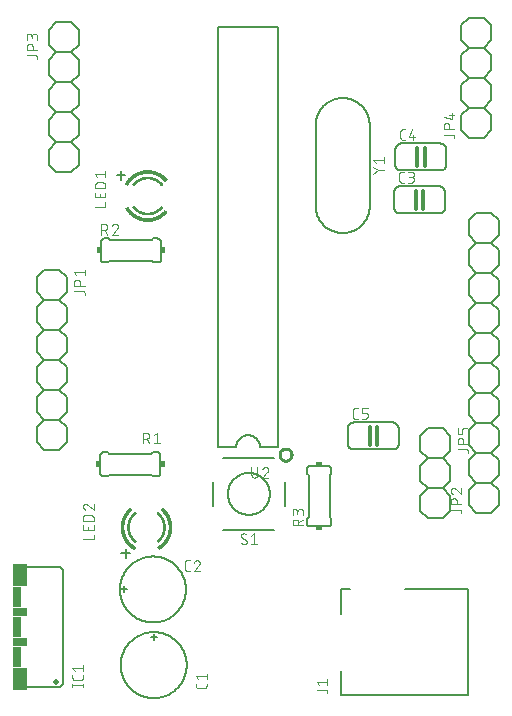
<source format=gbr>
G04 EAGLE Gerber RS-274X export*
G75*
%MOMM*%
%FSLAX34Y34*%
%LPD*%
%INSilkscreen Top*%
%IPPOS*%
%AMOC8*
5,1,8,0,0,1.08239X$1,22.5*%
G01*
%ADD10C,0.152400*%
%ADD11C,0.101600*%
%ADD12C,0.304800*%
%ADD13C,0.508000*%
%ADD14R,1.270000X1.905000*%
%ADD15R,0.762000X1.778000*%
%ADD16R,1.270000X0.762000*%
%ADD17C,0.203200*%
%ADD18C,0.015238*%
%ADD19C,0.025400*%
%ADD20C,0.127000*%
%ADD21R,0.381000X0.508000*%
%ADD22R,0.508000X0.381000*%
%ADD23C,0.254000*%


D10*
X131500Y59090D02*
X131500Y64170D01*
X128960Y61630D02*
X134040Y61630D01*
X103560Y37500D02*
X103568Y38186D01*
X103594Y38871D01*
X103636Y39555D01*
X103695Y40239D01*
X103770Y40920D01*
X103862Y41600D01*
X103971Y42277D01*
X104097Y42951D01*
X104239Y43622D01*
X104397Y44289D01*
X104572Y44952D01*
X104763Y45611D01*
X104970Y46264D01*
X105193Y46913D01*
X105432Y47555D01*
X105687Y48192D01*
X105957Y48822D01*
X106243Y49446D01*
X106543Y50062D01*
X106859Y50671D01*
X107190Y51272D01*
X107535Y51864D01*
X107895Y52448D01*
X108269Y53023D01*
X108657Y53588D01*
X109058Y54144D01*
X109474Y54690D01*
X109902Y55225D01*
X110344Y55750D01*
X110798Y56263D01*
X111265Y56766D01*
X111743Y57257D01*
X112234Y57735D01*
X112737Y58202D01*
X113250Y58656D01*
X113775Y59098D01*
X114310Y59526D01*
X114856Y59942D01*
X115412Y60343D01*
X115977Y60731D01*
X116552Y61105D01*
X117136Y61465D01*
X117728Y61810D01*
X118329Y62141D01*
X118938Y62457D01*
X119554Y62757D01*
X120178Y63043D01*
X120808Y63313D01*
X121445Y63568D01*
X122087Y63807D01*
X122736Y64030D01*
X123389Y64237D01*
X124048Y64428D01*
X124711Y64603D01*
X125378Y64761D01*
X126049Y64903D01*
X126723Y65029D01*
X127400Y65138D01*
X128080Y65230D01*
X128761Y65305D01*
X129445Y65364D01*
X130129Y65406D01*
X130814Y65432D01*
X131500Y65440D01*
X132186Y65432D01*
X132871Y65406D01*
X133555Y65364D01*
X134239Y65305D01*
X134920Y65230D01*
X135600Y65138D01*
X136277Y65029D01*
X136951Y64903D01*
X137622Y64761D01*
X138289Y64603D01*
X138952Y64428D01*
X139611Y64237D01*
X140264Y64030D01*
X140913Y63807D01*
X141555Y63568D01*
X142192Y63313D01*
X142822Y63043D01*
X143446Y62757D01*
X144062Y62457D01*
X144671Y62141D01*
X145272Y61810D01*
X145864Y61465D01*
X146448Y61105D01*
X147023Y60731D01*
X147588Y60343D01*
X148144Y59942D01*
X148690Y59526D01*
X149225Y59098D01*
X149750Y58656D01*
X150263Y58202D01*
X150766Y57735D01*
X151257Y57257D01*
X151735Y56766D01*
X152202Y56263D01*
X152656Y55750D01*
X153098Y55225D01*
X153526Y54690D01*
X153942Y54144D01*
X154343Y53588D01*
X154731Y53023D01*
X155105Y52448D01*
X155465Y51864D01*
X155810Y51272D01*
X156141Y50671D01*
X156457Y50062D01*
X156757Y49446D01*
X157043Y48822D01*
X157313Y48192D01*
X157568Y47555D01*
X157807Y46913D01*
X158030Y46264D01*
X158237Y45611D01*
X158428Y44952D01*
X158603Y44289D01*
X158761Y43622D01*
X158903Y42951D01*
X159029Y42277D01*
X159138Y41600D01*
X159230Y40920D01*
X159305Y40239D01*
X159364Y39555D01*
X159406Y38871D01*
X159432Y38186D01*
X159440Y37500D01*
X159432Y36814D01*
X159406Y36129D01*
X159364Y35445D01*
X159305Y34761D01*
X159230Y34080D01*
X159138Y33400D01*
X159029Y32723D01*
X158903Y32049D01*
X158761Y31378D01*
X158603Y30711D01*
X158428Y30048D01*
X158237Y29389D01*
X158030Y28736D01*
X157807Y28087D01*
X157568Y27445D01*
X157313Y26808D01*
X157043Y26178D01*
X156757Y25554D01*
X156457Y24938D01*
X156141Y24329D01*
X155810Y23728D01*
X155465Y23136D01*
X155105Y22552D01*
X154731Y21977D01*
X154343Y21412D01*
X153942Y20856D01*
X153526Y20310D01*
X153098Y19775D01*
X152656Y19250D01*
X152202Y18737D01*
X151735Y18234D01*
X151257Y17743D01*
X150766Y17265D01*
X150263Y16798D01*
X149750Y16344D01*
X149225Y15902D01*
X148690Y15474D01*
X148144Y15058D01*
X147588Y14657D01*
X147023Y14269D01*
X146448Y13895D01*
X145864Y13535D01*
X145272Y13190D01*
X144671Y12859D01*
X144062Y12543D01*
X143446Y12243D01*
X142822Y11957D01*
X142192Y11687D01*
X141555Y11432D01*
X140913Y11193D01*
X140264Y10970D01*
X139611Y10763D01*
X138952Y10572D01*
X138289Y10397D01*
X137622Y10239D01*
X136951Y10097D01*
X136277Y9971D01*
X135600Y9862D01*
X134920Y9770D01*
X134239Y9695D01*
X133555Y9636D01*
X132871Y9594D01*
X132186Y9568D01*
X131500Y9560D01*
X130814Y9568D01*
X130129Y9594D01*
X129445Y9636D01*
X128761Y9695D01*
X128080Y9770D01*
X127400Y9862D01*
X126723Y9971D01*
X126049Y10097D01*
X125378Y10239D01*
X124711Y10397D01*
X124048Y10572D01*
X123389Y10763D01*
X122736Y10970D01*
X122087Y11193D01*
X121445Y11432D01*
X120808Y11687D01*
X120178Y11957D01*
X119554Y12243D01*
X118938Y12543D01*
X118329Y12859D01*
X117728Y13190D01*
X117136Y13535D01*
X116552Y13895D01*
X115977Y14269D01*
X115412Y14657D01*
X114856Y15058D01*
X114310Y15474D01*
X113775Y15902D01*
X113250Y16344D01*
X112737Y16798D01*
X112234Y17265D01*
X111743Y17743D01*
X111265Y18234D01*
X110798Y18737D01*
X110344Y19250D01*
X109902Y19775D01*
X109474Y20310D01*
X109058Y20856D01*
X108657Y21412D01*
X108269Y21977D01*
X107895Y22552D01*
X107535Y23136D01*
X107190Y23728D01*
X106859Y24329D01*
X106543Y24938D01*
X106243Y25554D01*
X105957Y26178D01*
X105687Y26808D01*
X105432Y27445D01*
X105193Y28087D01*
X104970Y28736D01*
X104763Y29389D01*
X104572Y30048D01*
X104397Y30711D01*
X104239Y31378D01*
X104097Y32049D01*
X103971Y32723D01*
X103862Y33400D01*
X103770Y34080D01*
X103695Y34761D01*
X103636Y35445D01*
X103594Y36129D01*
X103568Y36814D01*
X103560Y37500D01*
D11*
X176232Y21794D02*
X176232Y19798D01*
X176230Y19711D01*
X176224Y19624D01*
X176215Y19537D01*
X176202Y19451D01*
X176185Y19366D01*
X176164Y19281D01*
X176140Y19198D01*
X176112Y19115D01*
X176080Y19034D01*
X176045Y18954D01*
X176006Y18876D01*
X175965Y18800D01*
X175919Y18726D01*
X175871Y18653D01*
X175820Y18583D01*
X175765Y18515D01*
X175708Y18450D01*
X175647Y18387D01*
X175584Y18326D01*
X175519Y18269D01*
X175451Y18214D01*
X175381Y18163D01*
X175308Y18115D01*
X175234Y18069D01*
X175158Y18028D01*
X175080Y17989D01*
X175000Y17954D01*
X174919Y17922D01*
X174836Y17894D01*
X174753Y17870D01*
X174668Y17849D01*
X174583Y17832D01*
X174497Y17819D01*
X174410Y17810D01*
X174323Y17804D01*
X174236Y17802D01*
X174236Y17801D02*
X169244Y17801D01*
X169157Y17803D01*
X169070Y17809D01*
X168983Y17818D01*
X168897Y17831D01*
X168812Y17848D01*
X168727Y17869D01*
X168644Y17893D01*
X168561Y17921D01*
X168480Y17953D01*
X168400Y17988D01*
X168322Y18027D01*
X168246Y18069D01*
X168171Y18114D01*
X168099Y18162D01*
X168028Y18214D01*
X167960Y18268D01*
X167895Y18326D01*
X167832Y18386D01*
X167772Y18449D01*
X167714Y18514D01*
X167660Y18582D01*
X167608Y18653D01*
X167560Y18725D01*
X167515Y18799D01*
X167473Y18876D01*
X167434Y18954D01*
X167399Y19034D01*
X167367Y19115D01*
X167339Y19197D01*
X167315Y19281D01*
X167294Y19366D01*
X167277Y19451D01*
X167264Y19537D01*
X167255Y19624D01*
X167249Y19711D01*
X167247Y19798D01*
X167248Y19798D02*
X167248Y21794D01*
X169244Y25331D02*
X167248Y27826D01*
X176232Y27826D01*
X176232Y25331D02*
X176232Y30322D01*
D10*
X109310Y101500D02*
X104230Y101500D01*
X106770Y98960D02*
X106770Y104040D01*
X102960Y101500D02*
X102968Y102186D01*
X102994Y102871D01*
X103036Y103555D01*
X103095Y104239D01*
X103170Y104920D01*
X103262Y105600D01*
X103371Y106277D01*
X103497Y106951D01*
X103639Y107622D01*
X103797Y108289D01*
X103972Y108952D01*
X104163Y109611D01*
X104370Y110264D01*
X104593Y110913D01*
X104832Y111555D01*
X105087Y112192D01*
X105357Y112822D01*
X105643Y113446D01*
X105943Y114062D01*
X106259Y114671D01*
X106590Y115272D01*
X106935Y115864D01*
X107295Y116448D01*
X107669Y117023D01*
X108057Y117588D01*
X108458Y118144D01*
X108874Y118690D01*
X109302Y119225D01*
X109744Y119750D01*
X110198Y120263D01*
X110665Y120766D01*
X111143Y121257D01*
X111634Y121735D01*
X112137Y122202D01*
X112650Y122656D01*
X113175Y123098D01*
X113710Y123526D01*
X114256Y123942D01*
X114812Y124343D01*
X115377Y124731D01*
X115952Y125105D01*
X116536Y125465D01*
X117128Y125810D01*
X117729Y126141D01*
X118338Y126457D01*
X118954Y126757D01*
X119578Y127043D01*
X120208Y127313D01*
X120845Y127568D01*
X121487Y127807D01*
X122136Y128030D01*
X122789Y128237D01*
X123448Y128428D01*
X124111Y128603D01*
X124778Y128761D01*
X125449Y128903D01*
X126123Y129029D01*
X126800Y129138D01*
X127480Y129230D01*
X128161Y129305D01*
X128845Y129364D01*
X129529Y129406D01*
X130214Y129432D01*
X130900Y129440D01*
X131586Y129432D01*
X132271Y129406D01*
X132955Y129364D01*
X133639Y129305D01*
X134320Y129230D01*
X135000Y129138D01*
X135677Y129029D01*
X136351Y128903D01*
X137022Y128761D01*
X137689Y128603D01*
X138352Y128428D01*
X139011Y128237D01*
X139664Y128030D01*
X140313Y127807D01*
X140955Y127568D01*
X141592Y127313D01*
X142222Y127043D01*
X142846Y126757D01*
X143462Y126457D01*
X144071Y126141D01*
X144672Y125810D01*
X145264Y125465D01*
X145848Y125105D01*
X146423Y124731D01*
X146988Y124343D01*
X147544Y123942D01*
X148090Y123526D01*
X148625Y123098D01*
X149150Y122656D01*
X149663Y122202D01*
X150166Y121735D01*
X150657Y121257D01*
X151135Y120766D01*
X151602Y120263D01*
X152056Y119750D01*
X152498Y119225D01*
X152926Y118690D01*
X153342Y118144D01*
X153743Y117588D01*
X154131Y117023D01*
X154505Y116448D01*
X154865Y115864D01*
X155210Y115272D01*
X155541Y114671D01*
X155857Y114062D01*
X156157Y113446D01*
X156443Y112822D01*
X156713Y112192D01*
X156968Y111555D01*
X157207Y110913D01*
X157430Y110264D01*
X157637Y109611D01*
X157828Y108952D01*
X158003Y108289D01*
X158161Y107622D01*
X158303Y106951D01*
X158429Y106277D01*
X158538Y105600D01*
X158630Y104920D01*
X158705Y104239D01*
X158764Y103555D01*
X158806Y102871D01*
X158832Y102186D01*
X158840Y101500D01*
X158832Y100814D01*
X158806Y100129D01*
X158764Y99445D01*
X158705Y98761D01*
X158630Y98080D01*
X158538Y97400D01*
X158429Y96723D01*
X158303Y96049D01*
X158161Y95378D01*
X158003Y94711D01*
X157828Y94048D01*
X157637Y93389D01*
X157430Y92736D01*
X157207Y92087D01*
X156968Y91445D01*
X156713Y90808D01*
X156443Y90178D01*
X156157Y89554D01*
X155857Y88938D01*
X155541Y88329D01*
X155210Y87728D01*
X154865Y87136D01*
X154505Y86552D01*
X154131Y85977D01*
X153743Y85412D01*
X153342Y84856D01*
X152926Y84310D01*
X152498Y83775D01*
X152056Y83250D01*
X151602Y82737D01*
X151135Y82234D01*
X150657Y81743D01*
X150166Y81265D01*
X149663Y80798D01*
X149150Y80344D01*
X148625Y79902D01*
X148090Y79474D01*
X147544Y79058D01*
X146988Y78657D01*
X146423Y78269D01*
X145848Y77895D01*
X145264Y77535D01*
X144672Y77190D01*
X144071Y76859D01*
X143462Y76543D01*
X142846Y76243D01*
X142222Y75957D01*
X141592Y75687D01*
X140955Y75432D01*
X140313Y75193D01*
X139664Y74970D01*
X139011Y74763D01*
X138352Y74572D01*
X137689Y74397D01*
X137022Y74239D01*
X136351Y74097D01*
X135677Y73971D01*
X135000Y73862D01*
X134320Y73770D01*
X133639Y73695D01*
X132955Y73636D01*
X132271Y73594D01*
X131586Y73568D01*
X130900Y73560D01*
X130214Y73568D01*
X129529Y73594D01*
X128845Y73636D01*
X128161Y73695D01*
X127480Y73770D01*
X126800Y73862D01*
X126123Y73971D01*
X125449Y74097D01*
X124778Y74239D01*
X124111Y74397D01*
X123448Y74572D01*
X122789Y74763D01*
X122136Y74970D01*
X121487Y75193D01*
X120845Y75432D01*
X120208Y75687D01*
X119578Y75957D01*
X118954Y76243D01*
X118338Y76543D01*
X117729Y76859D01*
X117128Y77190D01*
X116536Y77535D01*
X115952Y77895D01*
X115377Y78269D01*
X114812Y78657D01*
X114256Y79058D01*
X113710Y79474D01*
X113175Y79902D01*
X112650Y80344D01*
X112137Y80798D01*
X111634Y81265D01*
X111143Y81743D01*
X110665Y82234D01*
X110198Y82737D01*
X109744Y83250D01*
X109302Y83775D01*
X108874Y84310D01*
X108458Y84856D01*
X108057Y85412D01*
X107669Y85977D01*
X107295Y86552D01*
X106935Y87136D01*
X106590Y87728D01*
X106259Y88329D01*
X105943Y88938D01*
X105643Y89554D01*
X105357Y90178D01*
X105087Y90808D01*
X104832Y91445D01*
X104593Y92087D01*
X104370Y92736D01*
X104163Y93389D01*
X103972Y94048D01*
X103797Y94711D01*
X103639Y95378D01*
X103497Y96049D01*
X103371Y96723D01*
X103262Y97400D01*
X103170Y98080D01*
X103095Y98761D01*
X103036Y99445D01*
X102994Y100129D01*
X102968Y100814D01*
X102960Y101500D01*
D11*
X160074Y117248D02*
X162071Y117248D01*
X160074Y117248D02*
X159987Y117250D01*
X159900Y117256D01*
X159813Y117265D01*
X159727Y117278D01*
X159642Y117295D01*
X159557Y117316D01*
X159474Y117340D01*
X159391Y117368D01*
X159310Y117400D01*
X159230Y117435D01*
X159152Y117474D01*
X159076Y117515D01*
X159002Y117561D01*
X158929Y117609D01*
X158859Y117660D01*
X158791Y117715D01*
X158726Y117772D01*
X158663Y117833D01*
X158602Y117896D01*
X158545Y117961D01*
X158490Y118029D01*
X158439Y118099D01*
X158391Y118172D01*
X158345Y118246D01*
X158304Y118322D01*
X158265Y118400D01*
X158230Y118480D01*
X158198Y118561D01*
X158170Y118644D01*
X158146Y118727D01*
X158125Y118812D01*
X158108Y118897D01*
X158095Y118983D01*
X158086Y119070D01*
X158080Y119157D01*
X158078Y119244D01*
X158078Y124236D01*
X158080Y124323D01*
X158086Y124410D01*
X158095Y124497D01*
X158108Y124583D01*
X158125Y124668D01*
X158146Y124753D01*
X158170Y124836D01*
X158198Y124919D01*
X158230Y125000D01*
X158265Y125080D01*
X158304Y125158D01*
X158345Y125234D01*
X158391Y125308D01*
X158439Y125381D01*
X158490Y125451D01*
X158545Y125519D01*
X158602Y125584D01*
X158663Y125647D01*
X158726Y125708D01*
X158791Y125765D01*
X158859Y125820D01*
X158929Y125871D01*
X159002Y125919D01*
X159076Y125965D01*
X159152Y126006D01*
X159230Y126045D01*
X159310Y126080D01*
X159391Y126112D01*
X159474Y126140D01*
X159557Y126164D01*
X159642Y126185D01*
X159727Y126202D01*
X159813Y126215D01*
X159900Y126224D01*
X159987Y126230D01*
X160074Y126232D01*
X162071Y126232D01*
X168353Y126232D02*
X168446Y126230D01*
X168538Y126224D01*
X168631Y126215D01*
X168723Y126201D01*
X168814Y126184D01*
X168904Y126163D01*
X168994Y126139D01*
X169082Y126110D01*
X169169Y126078D01*
X169255Y126043D01*
X169339Y126004D01*
X169422Y125961D01*
X169503Y125915D01*
X169581Y125866D01*
X169658Y125814D01*
X169733Y125758D01*
X169805Y125700D01*
X169874Y125638D01*
X169941Y125574D01*
X170005Y125507D01*
X170067Y125438D01*
X170125Y125366D01*
X170181Y125291D01*
X170233Y125214D01*
X170282Y125136D01*
X170328Y125055D01*
X170371Y124972D01*
X170410Y124888D01*
X170445Y124802D01*
X170477Y124715D01*
X170506Y124627D01*
X170530Y124537D01*
X170551Y124447D01*
X170568Y124356D01*
X170582Y124264D01*
X170591Y124171D01*
X170597Y124079D01*
X170599Y123986D01*
X168353Y126233D02*
X168246Y126231D01*
X168140Y126225D01*
X168033Y126215D01*
X167928Y126201D01*
X167822Y126184D01*
X167718Y126162D01*
X167614Y126137D01*
X167511Y126108D01*
X167410Y126075D01*
X167310Y126038D01*
X167211Y125997D01*
X167114Y125953D01*
X167018Y125906D01*
X166924Y125855D01*
X166833Y125800D01*
X166743Y125742D01*
X166656Y125681D01*
X166570Y125617D01*
X166488Y125549D01*
X166408Y125479D01*
X166330Y125405D01*
X166255Y125329D01*
X166183Y125250D01*
X166115Y125169D01*
X166049Y125085D01*
X165986Y124998D01*
X165927Y124910D01*
X165870Y124819D01*
X165818Y124726D01*
X165768Y124631D01*
X165723Y124535D01*
X165681Y124437D01*
X165642Y124337D01*
X165607Y124236D01*
X169850Y122239D02*
X169920Y122308D01*
X169986Y122379D01*
X170050Y122453D01*
X170110Y122530D01*
X170168Y122609D01*
X170222Y122690D01*
X170272Y122774D01*
X170320Y122859D01*
X170364Y122947D01*
X170404Y123036D01*
X170441Y123126D01*
X170474Y123218D01*
X170503Y123311D01*
X170528Y123406D01*
X170550Y123501D01*
X170567Y123597D01*
X170581Y123694D01*
X170591Y123791D01*
X170597Y123888D01*
X170599Y123986D01*
X169850Y122239D02*
X165608Y117248D01*
X170599Y117248D01*
D10*
X335010Y425150D02*
X335010Y437850D01*
X335012Y437990D01*
X335018Y438130D01*
X335027Y438270D01*
X335041Y438409D01*
X335058Y438548D01*
X335079Y438686D01*
X335104Y438824D01*
X335133Y438961D01*
X335165Y439097D01*
X335202Y439232D01*
X335242Y439366D01*
X335285Y439499D01*
X335333Y439631D01*
X335383Y439762D01*
X335438Y439891D01*
X335496Y440018D01*
X335557Y440144D01*
X335622Y440268D01*
X335691Y440390D01*
X335762Y440510D01*
X335837Y440628D01*
X335915Y440745D01*
X335997Y440859D01*
X336081Y440970D01*
X336169Y441079D01*
X336259Y441186D01*
X336353Y441291D01*
X336449Y441392D01*
X336548Y441491D01*
X336649Y441587D01*
X336754Y441681D01*
X336861Y441771D01*
X336970Y441859D01*
X337081Y441943D01*
X337195Y442025D01*
X337312Y442103D01*
X337430Y442178D01*
X337550Y442249D01*
X337672Y442318D01*
X337796Y442383D01*
X337922Y442444D01*
X338049Y442502D01*
X338178Y442557D01*
X338309Y442607D01*
X338441Y442655D01*
X338574Y442698D01*
X338708Y442738D01*
X338843Y442775D01*
X338979Y442807D01*
X339116Y442836D01*
X339254Y442861D01*
X339392Y442882D01*
X339531Y442899D01*
X339670Y442913D01*
X339810Y442922D01*
X339950Y442928D01*
X340090Y442930D01*
X335010Y425150D02*
X335012Y425010D01*
X335018Y424870D01*
X335027Y424730D01*
X335041Y424591D01*
X335058Y424452D01*
X335079Y424314D01*
X335104Y424176D01*
X335133Y424039D01*
X335165Y423903D01*
X335202Y423768D01*
X335242Y423634D01*
X335285Y423501D01*
X335333Y423369D01*
X335383Y423238D01*
X335438Y423109D01*
X335496Y422982D01*
X335557Y422856D01*
X335622Y422732D01*
X335691Y422610D01*
X335762Y422490D01*
X335837Y422372D01*
X335915Y422255D01*
X335997Y422141D01*
X336081Y422030D01*
X336169Y421921D01*
X336259Y421814D01*
X336353Y421709D01*
X336449Y421608D01*
X336548Y421509D01*
X336649Y421413D01*
X336754Y421319D01*
X336861Y421229D01*
X336970Y421141D01*
X337081Y421057D01*
X337195Y420975D01*
X337312Y420897D01*
X337430Y420822D01*
X337550Y420751D01*
X337672Y420682D01*
X337796Y420617D01*
X337922Y420556D01*
X338049Y420498D01*
X338178Y420443D01*
X338309Y420393D01*
X338441Y420345D01*
X338574Y420302D01*
X338708Y420262D01*
X338843Y420225D01*
X338979Y420193D01*
X339116Y420164D01*
X339254Y420139D01*
X339392Y420118D01*
X339531Y420101D01*
X339670Y420087D01*
X339810Y420078D01*
X339950Y420072D01*
X340090Y420070D01*
X340090Y442930D02*
X373110Y442930D01*
X378190Y437850D02*
X378190Y425150D01*
X373110Y420070D02*
X340090Y420070D01*
X373110Y442930D02*
X373250Y442928D01*
X373390Y442922D01*
X373530Y442913D01*
X373669Y442899D01*
X373808Y442882D01*
X373946Y442861D01*
X374084Y442836D01*
X374221Y442807D01*
X374357Y442775D01*
X374492Y442738D01*
X374626Y442698D01*
X374759Y442655D01*
X374891Y442607D01*
X375022Y442557D01*
X375151Y442502D01*
X375278Y442444D01*
X375404Y442383D01*
X375528Y442318D01*
X375650Y442249D01*
X375770Y442178D01*
X375888Y442103D01*
X376005Y442025D01*
X376119Y441943D01*
X376230Y441859D01*
X376339Y441771D01*
X376446Y441681D01*
X376551Y441587D01*
X376652Y441491D01*
X376751Y441392D01*
X376847Y441291D01*
X376941Y441186D01*
X377031Y441079D01*
X377119Y440970D01*
X377203Y440859D01*
X377285Y440745D01*
X377363Y440628D01*
X377438Y440510D01*
X377509Y440390D01*
X377578Y440268D01*
X377643Y440144D01*
X377704Y440018D01*
X377762Y439891D01*
X377817Y439762D01*
X377867Y439631D01*
X377915Y439499D01*
X377958Y439366D01*
X377998Y439232D01*
X378035Y439097D01*
X378067Y438961D01*
X378096Y438824D01*
X378121Y438686D01*
X378142Y438548D01*
X378159Y438409D01*
X378173Y438270D01*
X378182Y438130D01*
X378188Y437990D01*
X378190Y437850D01*
X378190Y425150D02*
X378188Y425010D01*
X378182Y424870D01*
X378173Y424730D01*
X378159Y424591D01*
X378142Y424452D01*
X378121Y424314D01*
X378096Y424176D01*
X378067Y424039D01*
X378035Y423903D01*
X377998Y423768D01*
X377958Y423634D01*
X377915Y423501D01*
X377867Y423369D01*
X377817Y423238D01*
X377762Y423109D01*
X377704Y422982D01*
X377643Y422856D01*
X377578Y422732D01*
X377509Y422610D01*
X377438Y422490D01*
X377363Y422372D01*
X377285Y422255D01*
X377203Y422141D01*
X377119Y422030D01*
X377031Y421921D01*
X376941Y421814D01*
X376847Y421709D01*
X376751Y421608D01*
X376652Y421509D01*
X376551Y421413D01*
X376446Y421319D01*
X376339Y421229D01*
X376230Y421141D01*
X376119Y421057D01*
X376005Y420975D01*
X375888Y420897D01*
X375770Y420822D01*
X375650Y420751D01*
X375528Y420682D01*
X375404Y420617D01*
X375278Y420556D01*
X375151Y420498D01*
X375022Y420443D01*
X374891Y420393D01*
X374759Y420345D01*
X374626Y420302D01*
X374492Y420262D01*
X374357Y420225D01*
X374221Y420193D01*
X374084Y420164D01*
X373946Y420139D01*
X373808Y420118D01*
X373669Y420101D01*
X373530Y420087D01*
X373390Y420078D01*
X373250Y420072D01*
X373110Y420070D01*
D12*
X353552Y423880D02*
X353552Y439120D01*
X359902Y439120D02*
X359902Y423880D01*
D11*
X343321Y445978D02*
X341324Y445978D01*
X341237Y445980D01*
X341150Y445986D01*
X341063Y445995D01*
X340977Y446008D01*
X340892Y446025D01*
X340807Y446046D01*
X340724Y446070D01*
X340641Y446098D01*
X340560Y446130D01*
X340480Y446165D01*
X340402Y446204D01*
X340326Y446245D01*
X340252Y446291D01*
X340179Y446339D01*
X340109Y446390D01*
X340041Y446445D01*
X339976Y446502D01*
X339913Y446563D01*
X339852Y446626D01*
X339795Y446691D01*
X339740Y446759D01*
X339689Y446829D01*
X339641Y446902D01*
X339595Y446976D01*
X339554Y447052D01*
X339515Y447130D01*
X339480Y447210D01*
X339448Y447291D01*
X339420Y447374D01*
X339396Y447457D01*
X339375Y447542D01*
X339358Y447627D01*
X339345Y447713D01*
X339336Y447800D01*
X339330Y447887D01*
X339328Y447974D01*
X339328Y452966D01*
X339330Y453053D01*
X339336Y453140D01*
X339345Y453227D01*
X339358Y453313D01*
X339375Y453398D01*
X339396Y453483D01*
X339420Y453566D01*
X339448Y453649D01*
X339480Y453730D01*
X339515Y453810D01*
X339554Y453888D01*
X339595Y453964D01*
X339641Y454038D01*
X339689Y454111D01*
X339740Y454181D01*
X339795Y454249D01*
X339852Y454314D01*
X339913Y454377D01*
X339976Y454438D01*
X340041Y454495D01*
X340109Y454550D01*
X340179Y454601D01*
X340252Y454649D01*
X340326Y454695D01*
X340402Y454736D01*
X340480Y454775D01*
X340560Y454810D01*
X340641Y454842D01*
X340724Y454870D01*
X340807Y454894D01*
X340892Y454915D01*
X340977Y454932D01*
X341063Y454945D01*
X341150Y454954D01*
X341237Y454960D01*
X341324Y454962D01*
X343321Y454962D01*
X346858Y445978D02*
X349353Y445978D01*
X349452Y445980D01*
X349551Y445986D01*
X349650Y445996D01*
X349748Y446010D01*
X349846Y446027D01*
X349943Y446049D01*
X350039Y446074D01*
X350134Y446103D01*
X350227Y446136D01*
X350320Y446173D01*
X350410Y446213D01*
X350499Y446257D01*
X350587Y446304D01*
X350672Y446355D01*
X350755Y446409D01*
X350836Y446466D01*
X350915Y446527D01*
X350991Y446591D01*
X351065Y446657D01*
X351135Y446727D01*
X351203Y446799D01*
X351269Y446874D01*
X351331Y446951D01*
X351390Y447031D01*
X351445Y447113D01*
X351498Y447197D01*
X351547Y447284D01*
X351593Y447372D01*
X351635Y447462D01*
X351673Y447553D01*
X351708Y447646D01*
X351739Y447741D01*
X351766Y447836D01*
X351790Y447932D01*
X351809Y448030D01*
X351825Y448128D01*
X351837Y448226D01*
X351845Y448325D01*
X351849Y448424D01*
X351849Y448524D01*
X351845Y448623D01*
X351837Y448722D01*
X351825Y448820D01*
X351809Y448918D01*
X351790Y449016D01*
X351766Y449112D01*
X351739Y449207D01*
X351708Y449302D01*
X351673Y449395D01*
X351635Y449486D01*
X351593Y449576D01*
X351547Y449664D01*
X351498Y449751D01*
X351445Y449835D01*
X351390Y449917D01*
X351331Y449997D01*
X351269Y450074D01*
X351203Y450149D01*
X351135Y450221D01*
X351065Y450291D01*
X350991Y450357D01*
X350915Y450421D01*
X350836Y450482D01*
X350755Y450539D01*
X350672Y450593D01*
X350587Y450644D01*
X350499Y450691D01*
X350410Y450735D01*
X350320Y450775D01*
X350227Y450812D01*
X350134Y450845D01*
X350039Y450874D01*
X349943Y450899D01*
X349846Y450921D01*
X349748Y450938D01*
X349650Y450952D01*
X349551Y450962D01*
X349452Y450968D01*
X349353Y450970D01*
X349852Y454962D02*
X346858Y454962D01*
X349852Y454962D02*
X349940Y454960D01*
X350028Y454954D01*
X350116Y454944D01*
X350203Y454931D01*
X350290Y454913D01*
X350376Y454892D01*
X350460Y454867D01*
X350544Y454838D01*
X350626Y454806D01*
X350707Y454770D01*
X350786Y454730D01*
X350863Y454687D01*
X350938Y454641D01*
X351011Y454591D01*
X351082Y454538D01*
X351150Y454482D01*
X351216Y454423D01*
X351279Y454362D01*
X351339Y454297D01*
X351397Y454230D01*
X351451Y454161D01*
X351502Y454089D01*
X351550Y454015D01*
X351595Y453938D01*
X351636Y453860D01*
X351674Y453781D01*
X351708Y453699D01*
X351739Y453616D01*
X351766Y453532D01*
X351789Y453447D01*
X351809Y453361D01*
X351824Y453274D01*
X351836Y453186D01*
X351844Y453098D01*
X351848Y453010D01*
X351848Y452922D01*
X351844Y452834D01*
X351836Y452746D01*
X351824Y452658D01*
X351809Y452571D01*
X351789Y452485D01*
X351766Y452400D01*
X351739Y452316D01*
X351708Y452233D01*
X351674Y452151D01*
X351636Y452072D01*
X351595Y451994D01*
X351550Y451917D01*
X351502Y451843D01*
X351451Y451771D01*
X351397Y451702D01*
X351339Y451635D01*
X351279Y451570D01*
X351216Y451509D01*
X351150Y451450D01*
X351082Y451394D01*
X351011Y451341D01*
X350938Y451291D01*
X350863Y451245D01*
X350786Y451202D01*
X350707Y451162D01*
X350626Y451126D01*
X350544Y451094D01*
X350460Y451065D01*
X350376Y451040D01*
X350290Y451019D01*
X350203Y451001D01*
X350116Y450988D01*
X350028Y450978D01*
X349940Y450972D01*
X349852Y450970D01*
X349852Y450969D02*
X347856Y450969D01*
D10*
X336010Y461350D02*
X336010Y474050D01*
X336012Y474190D01*
X336018Y474330D01*
X336027Y474470D01*
X336041Y474609D01*
X336058Y474748D01*
X336079Y474886D01*
X336104Y475024D01*
X336133Y475161D01*
X336165Y475297D01*
X336202Y475432D01*
X336242Y475566D01*
X336285Y475699D01*
X336333Y475831D01*
X336383Y475962D01*
X336438Y476091D01*
X336496Y476218D01*
X336557Y476344D01*
X336622Y476468D01*
X336691Y476590D01*
X336762Y476710D01*
X336837Y476828D01*
X336915Y476945D01*
X336997Y477059D01*
X337081Y477170D01*
X337169Y477279D01*
X337259Y477386D01*
X337353Y477491D01*
X337449Y477592D01*
X337548Y477691D01*
X337649Y477787D01*
X337754Y477881D01*
X337861Y477971D01*
X337970Y478059D01*
X338081Y478143D01*
X338195Y478225D01*
X338312Y478303D01*
X338430Y478378D01*
X338550Y478449D01*
X338672Y478518D01*
X338796Y478583D01*
X338922Y478644D01*
X339049Y478702D01*
X339178Y478757D01*
X339309Y478807D01*
X339441Y478855D01*
X339574Y478898D01*
X339708Y478938D01*
X339843Y478975D01*
X339979Y479007D01*
X340116Y479036D01*
X340254Y479061D01*
X340392Y479082D01*
X340531Y479099D01*
X340670Y479113D01*
X340810Y479122D01*
X340950Y479128D01*
X341090Y479130D01*
X336010Y461350D02*
X336012Y461210D01*
X336018Y461070D01*
X336027Y460930D01*
X336041Y460791D01*
X336058Y460652D01*
X336079Y460514D01*
X336104Y460376D01*
X336133Y460239D01*
X336165Y460103D01*
X336202Y459968D01*
X336242Y459834D01*
X336285Y459701D01*
X336333Y459569D01*
X336383Y459438D01*
X336438Y459309D01*
X336496Y459182D01*
X336557Y459056D01*
X336622Y458932D01*
X336691Y458810D01*
X336762Y458690D01*
X336837Y458572D01*
X336915Y458455D01*
X336997Y458341D01*
X337081Y458230D01*
X337169Y458121D01*
X337259Y458014D01*
X337353Y457909D01*
X337449Y457808D01*
X337548Y457709D01*
X337649Y457613D01*
X337754Y457519D01*
X337861Y457429D01*
X337970Y457341D01*
X338081Y457257D01*
X338195Y457175D01*
X338312Y457097D01*
X338430Y457022D01*
X338550Y456951D01*
X338672Y456882D01*
X338796Y456817D01*
X338922Y456756D01*
X339049Y456698D01*
X339178Y456643D01*
X339309Y456593D01*
X339441Y456545D01*
X339574Y456502D01*
X339708Y456462D01*
X339843Y456425D01*
X339979Y456393D01*
X340116Y456364D01*
X340254Y456339D01*
X340392Y456318D01*
X340531Y456301D01*
X340670Y456287D01*
X340810Y456278D01*
X340950Y456272D01*
X341090Y456270D01*
X341090Y479130D02*
X374110Y479130D01*
X379190Y474050D02*
X379190Y461350D01*
X374110Y456270D02*
X341090Y456270D01*
X374110Y479130D02*
X374250Y479128D01*
X374390Y479122D01*
X374530Y479113D01*
X374669Y479099D01*
X374808Y479082D01*
X374946Y479061D01*
X375084Y479036D01*
X375221Y479007D01*
X375357Y478975D01*
X375492Y478938D01*
X375626Y478898D01*
X375759Y478855D01*
X375891Y478807D01*
X376022Y478757D01*
X376151Y478702D01*
X376278Y478644D01*
X376404Y478583D01*
X376528Y478518D01*
X376650Y478449D01*
X376770Y478378D01*
X376888Y478303D01*
X377005Y478225D01*
X377119Y478143D01*
X377230Y478059D01*
X377339Y477971D01*
X377446Y477881D01*
X377551Y477787D01*
X377652Y477691D01*
X377751Y477592D01*
X377847Y477491D01*
X377941Y477386D01*
X378031Y477279D01*
X378119Y477170D01*
X378203Y477059D01*
X378285Y476945D01*
X378363Y476828D01*
X378438Y476710D01*
X378509Y476590D01*
X378578Y476468D01*
X378643Y476344D01*
X378704Y476218D01*
X378762Y476091D01*
X378817Y475962D01*
X378867Y475831D01*
X378915Y475699D01*
X378958Y475566D01*
X378998Y475432D01*
X379035Y475297D01*
X379067Y475161D01*
X379096Y475024D01*
X379121Y474886D01*
X379142Y474748D01*
X379159Y474609D01*
X379173Y474470D01*
X379182Y474330D01*
X379188Y474190D01*
X379190Y474050D01*
X379190Y461350D02*
X379188Y461210D01*
X379182Y461070D01*
X379173Y460930D01*
X379159Y460791D01*
X379142Y460652D01*
X379121Y460514D01*
X379096Y460376D01*
X379067Y460239D01*
X379035Y460103D01*
X378998Y459968D01*
X378958Y459834D01*
X378915Y459701D01*
X378867Y459569D01*
X378817Y459438D01*
X378762Y459309D01*
X378704Y459182D01*
X378643Y459056D01*
X378578Y458932D01*
X378509Y458810D01*
X378438Y458690D01*
X378363Y458572D01*
X378285Y458455D01*
X378203Y458341D01*
X378119Y458230D01*
X378031Y458121D01*
X377941Y458014D01*
X377847Y457909D01*
X377751Y457808D01*
X377652Y457709D01*
X377551Y457613D01*
X377446Y457519D01*
X377339Y457429D01*
X377230Y457341D01*
X377119Y457257D01*
X377005Y457175D01*
X376888Y457097D01*
X376770Y457022D01*
X376650Y456951D01*
X376528Y456882D01*
X376404Y456817D01*
X376278Y456756D01*
X376151Y456698D01*
X376022Y456643D01*
X375891Y456593D01*
X375759Y456545D01*
X375626Y456502D01*
X375492Y456462D01*
X375357Y456425D01*
X375221Y456393D01*
X375084Y456364D01*
X374946Y456339D01*
X374808Y456318D01*
X374669Y456301D01*
X374530Y456287D01*
X374390Y456278D01*
X374250Y456272D01*
X374110Y456270D01*
D12*
X354552Y460080D02*
X354552Y475320D01*
X360902Y475320D02*
X360902Y460080D01*
D11*
X344321Y482178D02*
X342324Y482178D01*
X342237Y482180D01*
X342150Y482186D01*
X342063Y482195D01*
X341977Y482208D01*
X341892Y482225D01*
X341807Y482246D01*
X341724Y482270D01*
X341641Y482298D01*
X341560Y482330D01*
X341480Y482365D01*
X341402Y482404D01*
X341326Y482445D01*
X341252Y482491D01*
X341179Y482539D01*
X341109Y482590D01*
X341041Y482645D01*
X340976Y482702D01*
X340913Y482763D01*
X340852Y482826D01*
X340795Y482891D01*
X340740Y482959D01*
X340689Y483029D01*
X340641Y483102D01*
X340595Y483176D01*
X340554Y483252D01*
X340515Y483330D01*
X340480Y483410D01*
X340448Y483491D01*
X340420Y483574D01*
X340396Y483657D01*
X340375Y483742D01*
X340358Y483827D01*
X340345Y483913D01*
X340336Y484000D01*
X340330Y484087D01*
X340328Y484174D01*
X340328Y489166D01*
X340330Y489253D01*
X340336Y489340D01*
X340345Y489427D01*
X340358Y489513D01*
X340375Y489598D01*
X340396Y489683D01*
X340420Y489766D01*
X340448Y489849D01*
X340480Y489930D01*
X340515Y490010D01*
X340554Y490088D01*
X340595Y490164D01*
X340641Y490238D01*
X340689Y490311D01*
X340740Y490381D01*
X340795Y490449D01*
X340852Y490514D01*
X340913Y490577D01*
X340976Y490638D01*
X341041Y490695D01*
X341109Y490750D01*
X341179Y490801D01*
X341252Y490849D01*
X341326Y490895D01*
X341402Y490936D01*
X341480Y490975D01*
X341560Y491010D01*
X341641Y491042D01*
X341724Y491070D01*
X341807Y491094D01*
X341892Y491115D01*
X341977Y491132D01*
X342063Y491145D01*
X342150Y491154D01*
X342237Y491160D01*
X342324Y491162D01*
X344321Y491162D01*
X349854Y491162D02*
X347858Y484174D01*
X352849Y484174D01*
X351351Y482178D02*
X351351Y486171D01*
D10*
X295810Y237850D02*
X295810Y225150D01*
X295810Y237850D02*
X295812Y237990D01*
X295818Y238130D01*
X295827Y238270D01*
X295841Y238409D01*
X295858Y238548D01*
X295879Y238686D01*
X295904Y238824D01*
X295933Y238961D01*
X295965Y239097D01*
X296002Y239232D01*
X296042Y239366D01*
X296085Y239499D01*
X296133Y239631D01*
X296183Y239762D01*
X296238Y239891D01*
X296296Y240018D01*
X296357Y240144D01*
X296422Y240268D01*
X296491Y240390D01*
X296562Y240510D01*
X296637Y240628D01*
X296715Y240745D01*
X296797Y240859D01*
X296881Y240970D01*
X296969Y241079D01*
X297059Y241186D01*
X297153Y241291D01*
X297249Y241392D01*
X297348Y241491D01*
X297449Y241587D01*
X297554Y241681D01*
X297661Y241771D01*
X297770Y241859D01*
X297881Y241943D01*
X297995Y242025D01*
X298112Y242103D01*
X298230Y242178D01*
X298350Y242249D01*
X298472Y242318D01*
X298596Y242383D01*
X298722Y242444D01*
X298849Y242502D01*
X298978Y242557D01*
X299109Y242607D01*
X299241Y242655D01*
X299374Y242698D01*
X299508Y242738D01*
X299643Y242775D01*
X299779Y242807D01*
X299916Y242836D01*
X300054Y242861D01*
X300192Y242882D01*
X300331Y242899D01*
X300470Y242913D01*
X300610Y242922D01*
X300750Y242928D01*
X300890Y242930D01*
X295810Y225150D02*
X295812Y225010D01*
X295818Y224870D01*
X295827Y224730D01*
X295841Y224591D01*
X295858Y224452D01*
X295879Y224314D01*
X295904Y224176D01*
X295933Y224039D01*
X295965Y223903D01*
X296002Y223768D01*
X296042Y223634D01*
X296085Y223501D01*
X296133Y223369D01*
X296183Y223238D01*
X296238Y223109D01*
X296296Y222982D01*
X296357Y222856D01*
X296422Y222732D01*
X296491Y222610D01*
X296562Y222490D01*
X296637Y222372D01*
X296715Y222255D01*
X296797Y222141D01*
X296881Y222030D01*
X296969Y221921D01*
X297059Y221814D01*
X297153Y221709D01*
X297249Y221608D01*
X297348Y221509D01*
X297449Y221413D01*
X297554Y221319D01*
X297661Y221229D01*
X297770Y221141D01*
X297881Y221057D01*
X297995Y220975D01*
X298112Y220897D01*
X298230Y220822D01*
X298350Y220751D01*
X298472Y220682D01*
X298596Y220617D01*
X298722Y220556D01*
X298849Y220498D01*
X298978Y220443D01*
X299109Y220393D01*
X299241Y220345D01*
X299374Y220302D01*
X299508Y220262D01*
X299643Y220225D01*
X299779Y220193D01*
X299916Y220164D01*
X300054Y220139D01*
X300192Y220118D01*
X300331Y220101D01*
X300470Y220087D01*
X300610Y220078D01*
X300750Y220072D01*
X300890Y220070D01*
X300890Y242930D02*
X333910Y242930D01*
X338990Y237850D02*
X338990Y225150D01*
X333910Y220070D02*
X300890Y220070D01*
X333910Y242930D02*
X334050Y242928D01*
X334190Y242922D01*
X334330Y242913D01*
X334469Y242899D01*
X334608Y242882D01*
X334746Y242861D01*
X334884Y242836D01*
X335021Y242807D01*
X335157Y242775D01*
X335292Y242738D01*
X335426Y242698D01*
X335559Y242655D01*
X335691Y242607D01*
X335822Y242557D01*
X335951Y242502D01*
X336078Y242444D01*
X336204Y242383D01*
X336328Y242318D01*
X336450Y242249D01*
X336570Y242178D01*
X336688Y242103D01*
X336805Y242025D01*
X336919Y241943D01*
X337030Y241859D01*
X337139Y241771D01*
X337246Y241681D01*
X337351Y241587D01*
X337452Y241491D01*
X337551Y241392D01*
X337647Y241291D01*
X337741Y241186D01*
X337831Y241079D01*
X337919Y240970D01*
X338003Y240859D01*
X338085Y240745D01*
X338163Y240628D01*
X338238Y240510D01*
X338309Y240390D01*
X338378Y240268D01*
X338443Y240144D01*
X338504Y240018D01*
X338562Y239891D01*
X338617Y239762D01*
X338667Y239631D01*
X338715Y239499D01*
X338758Y239366D01*
X338798Y239232D01*
X338835Y239097D01*
X338867Y238961D01*
X338896Y238824D01*
X338921Y238686D01*
X338942Y238548D01*
X338959Y238409D01*
X338973Y238270D01*
X338982Y238130D01*
X338988Y237990D01*
X338990Y237850D01*
X338990Y225150D02*
X338988Y225010D01*
X338982Y224870D01*
X338973Y224730D01*
X338959Y224591D01*
X338942Y224452D01*
X338921Y224314D01*
X338896Y224176D01*
X338867Y224039D01*
X338835Y223903D01*
X338798Y223768D01*
X338758Y223634D01*
X338715Y223501D01*
X338667Y223369D01*
X338617Y223238D01*
X338562Y223109D01*
X338504Y222982D01*
X338443Y222856D01*
X338378Y222732D01*
X338309Y222610D01*
X338238Y222490D01*
X338163Y222372D01*
X338085Y222255D01*
X338003Y222141D01*
X337919Y222030D01*
X337831Y221921D01*
X337741Y221814D01*
X337647Y221709D01*
X337551Y221608D01*
X337452Y221509D01*
X337351Y221413D01*
X337246Y221319D01*
X337139Y221229D01*
X337030Y221141D01*
X336919Y221057D01*
X336805Y220975D01*
X336688Y220897D01*
X336570Y220822D01*
X336450Y220751D01*
X336328Y220682D01*
X336204Y220617D01*
X336078Y220556D01*
X335951Y220498D01*
X335822Y220443D01*
X335691Y220393D01*
X335559Y220345D01*
X335426Y220302D01*
X335292Y220262D01*
X335157Y220225D01*
X335021Y220193D01*
X334884Y220164D01*
X334746Y220139D01*
X334608Y220118D01*
X334469Y220101D01*
X334330Y220087D01*
X334190Y220078D01*
X334050Y220072D01*
X333910Y220070D01*
D12*
X314352Y223880D02*
X314352Y239120D01*
X320702Y239120D02*
X320702Y223880D01*
D11*
X304121Y245978D02*
X302124Y245978D01*
X302037Y245980D01*
X301950Y245986D01*
X301863Y245995D01*
X301777Y246008D01*
X301692Y246025D01*
X301607Y246046D01*
X301524Y246070D01*
X301441Y246098D01*
X301360Y246130D01*
X301280Y246165D01*
X301202Y246204D01*
X301126Y246245D01*
X301052Y246291D01*
X300979Y246339D01*
X300909Y246390D01*
X300841Y246445D01*
X300776Y246502D01*
X300713Y246563D01*
X300652Y246626D01*
X300595Y246691D01*
X300540Y246759D01*
X300489Y246829D01*
X300441Y246902D01*
X300395Y246976D01*
X300354Y247052D01*
X300315Y247130D01*
X300280Y247210D01*
X300248Y247291D01*
X300220Y247374D01*
X300196Y247457D01*
X300175Y247542D01*
X300158Y247627D01*
X300145Y247713D01*
X300136Y247800D01*
X300130Y247887D01*
X300128Y247974D01*
X300128Y252966D01*
X300130Y253053D01*
X300136Y253140D01*
X300145Y253227D01*
X300158Y253313D01*
X300175Y253398D01*
X300196Y253483D01*
X300220Y253566D01*
X300248Y253649D01*
X300280Y253730D01*
X300315Y253810D01*
X300354Y253888D01*
X300395Y253964D01*
X300441Y254038D01*
X300489Y254111D01*
X300540Y254181D01*
X300595Y254249D01*
X300652Y254314D01*
X300713Y254377D01*
X300776Y254438D01*
X300841Y254495D01*
X300909Y254550D01*
X300979Y254601D01*
X301052Y254649D01*
X301126Y254695D01*
X301202Y254736D01*
X301280Y254775D01*
X301360Y254810D01*
X301441Y254842D01*
X301524Y254870D01*
X301607Y254894D01*
X301692Y254915D01*
X301777Y254932D01*
X301863Y254945D01*
X301950Y254954D01*
X302037Y254960D01*
X302124Y254962D01*
X304121Y254962D01*
X307658Y245978D02*
X310652Y245978D01*
X310739Y245980D01*
X310826Y245986D01*
X310913Y245995D01*
X310999Y246008D01*
X311084Y246025D01*
X311169Y246046D01*
X311252Y246070D01*
X311335Y246098D01*
X311416Y246130D01*
X311496Y246165D01*
X311574Y246204D01*
X311650Y246245D01*
X311724Y246291D01*
X311797Y246339D01*
X311867Y246390D01*
X311935Y246445D01*
X312000Y246502D01*
X312063Y246563D01*
X312124Y246626D01*
X312181Y246691D01*
X312236Y246759D01*
X312287Y246829D01*
X312335Y246902D01*
X312381Y246976D01*
X312422Y247052D01*
X312461Y247130D01*
X312496Y247210D01*
X312528Y247291D01*
X312556Y247374D01*
X312580Y247457D01*
X312601Y247542D01*
X312618Y247627D01*
X312631Y247713D01*
X312640Y247800D01*
X312646Y247887D01*
X312648Y247974D01*
X312649Y247974D02*
X312649Y248973D01*
X312648Y248973D02*
X312646Y249060D01*
X312640Y249147D01*
X312631Y249234D01*
X312618Y249320D01*
X312601Y249405D01*
X312580Y249490D01*
X312556Y249573D01*
X312528Y249656D01*
X312496Y249737D01*
X312461Y249817D01*
X312422Y249895D01*
X312381Y249971D01*
X312335Y250045D01*
X312287Y250118D01*
X312236Y250188D01*
X312181Y250256D01*
X312124Y250321D01*
X312063Y250384D01*
X312000Y250445D01*
X311935Y250502D01*
X311867Y250557D01*
X311797Y250608D01*
X311724Y250656D01*
X311650Y250702D01*
X311574Y250743D01*
X311496Y250782D01*
X311416Y250817D01*
X311335Y250849D01*
X311252Y250877D01*
X311169Y250901D01*
X311084Y250922D01*
X310999Y250939D01*
X310913Y250952D01*
X310826Y250961D01*
X310739Y250967D01*
X310652Y250969D01*
X307658Y250969D01*
X307658Y254962D01*
X312649Y254962D01*
D10*
X54880Y117760D02*
X52340Y120300D01*
X54880Y117760D02*
X54880Y21240D01*
X52340Y18700D01*
X52340Y120300D02*
X23130Y120300D01*
X23130Y18700D02*
X52340Y18700D01*
D13*
X48784Y23272D03*
D14*
X18050Y25685D03*
D15*
X15510Y44100D03*
D16*
X18050Y56800D03*
D15*
X15510Y69500D03*
D16*
X18050Y82200D03*
D15*
X15510Y94900D03*
D14*
X18050Y113315D03*
D11*
X62660Y20206D02*
X71644Y20206D01*
X71644Y19208D02*
X71644Y21204D01*
X62660Y21204D02*
X62660Y19208D01*
X71644Y26877D02*
X71644Y28874D01*
X71644Y26877D02*
X71642Y26790D01*
X71636Y26703D01*
X71627Y26616D01*
X71614Y26530D01*
X71597Y26445D01*
X71576Y26360D01*
X71552Y26277D01*
X71524Y26194D01*
X71492Y26113D01*
X71457Y26033D01*
X71418Y25955D01*
X71377Y25879D01*
X71331Y25805D01*
X71283Y25732D01*
X71232Y25662D01*
X71177Y25594D01*
X71120Y25529D01*
X71059Y25466D01*
X70996Y25405D01*
X70931Y25348D01*
X70863Y25293D01*
X70793Y25242D01*
X70720Y25194D01*
X70646Y25148D01*
X70570Y25107D01*
X70492Y25068D01*
X70412Y25033D01*
X70331Y25001D01*
X70248Y24973D01*
X70165Y24949D01*
X70080Y24928D01*
X69995Y24911D01*
X69909Y24898D01*
X69822Y24889D01*
X69735Y24883D01*
X69648Y24881D01*
X64656Y24881D01*
X64656Y24880D02*
X64569Y24882D01*
X64482Y24888D01*
X64395Y24897D01*
X64309Y24910D01*
X64224Y24927D01*
X64139Y24948D01*
X64056Y24972D01*
X63973Y25000D01*
X63892Y25032D01*
X63812Y25067D01*
X63734Y25106D01*
X63658Y25148D01*
X63583Y25193D01*
X63511Y25241D01*
X63440Y25293D01*
X63372Y25347D01*
X63307Y25405D01*
X63244Y25465D01*
X63184Y25528D01*
X63126Y25593D01*
X63072Y25661D01*
X63020Y25732D01*
X62972Y25804D01*
X62927Y25878D01*
X62885Y25955D01*
X62846Y26033D01*
X62811Y26113D01*
X62779Y26194D01*
X62751Y26276D01*
X62727Y26360D01*
X62706Y26445D01*
X62689Y26530D01*
X62676Y26616D01*
X62667Y26703D01*
X62661Y26790D01*
X62659Y26877D01*
X62660Y26877D02*
X62660Y28874D01*
X64656Y32411D02*
X62660Y34906D01*
X71644Y34906D01*
X71644Y32411D02*
X71644Y37402D01*
D17*
X290300Y80800D02*
X290300Y101800D01*
X344300Y101800D02*
X397300Y101800D01*
X297300Y101800D02*
X290300Y101800D01*
X290300Y11800D02*
X397300Y11800D01*
X290300Y11800D02*
X290300Y32800D01*
X397300Y11800D02*
X397300Y101800D01*
D11*
X276508Y16587D02*
X269520Y16587D01*
X276508Y16586D02*
X276595Y16584D01*
X276682Y16578D01*
X276769Y16569D01*
X276855Y16556D01*
X276940Y16539D01*
X277025Y16518D01*
X277108Y16494D01*
X277191Y16466D01*
X277272Y16434D01*
X277352Y16399D01*
X277430Y16360D01*
X277506Y16319D01*
X277580Y16273D01*
X277653Y16225D01*
X277723Y16174D01*
X277791Y16119D01*
X277856Y16062D01*
X277919Y16001D01*
X277980Y15938D01*
X278037Y15873D01*
X278092Y15805D01*
X278143Y15735D01*
X278191Y15662D01*
X278237Y15588D01*
X278278Y15512D01*
X278317Y15434D01*
X278352Y15354D01*
X278384Y15273D01*
X278412Y15190D01*
X278436Y15107D01*
X278457Y15022D01*
X278474Y14937D01*
X278487Y14851D01*
X278496Y14764D01*
X278502Y14677D01*
X278504Y14590D01*
X278504Y13592D01*
X271516Y20854D02*
X269520Y23350D01*
X278504Y23350D01*
X278504Y25845D02*
X278504Y20854D01*
D10*
X58000Y276850D02*
X58000Y289550D01*
X58000Y276850D02*
X51650Y270500D01*
X38950Y270500D01*
X32600Y276850D01*
X51650Y270500D02*
X58000Y264150D01*
X58000Y251450D01*
X51650Y245100D01*
X38950Y245100D01*
X32600Y251450D01*
X32600Y264150D01*
X38950Y270500D01*
X58000Y314950D02*
X51650Y321300D01*
X58000Y314950D02*
X58000Y302250D01*
X51650Y295900D01*
X38950Y295900D01*
X32600Y302250D01*
X32600Y314950D01*
X38950Y321300D01*
X51650Y295900D02*
X58000Y289550D01*
X38950Y295900D02*
X32600Y289550D01*
X32600Y276850D01*
X58000Y353050D02*
X58000Y365750D01*
X58000Y353050D02*
X51650Y346700D01*
X38950Y346700D01*
X32600Y353050D01*
X51650Y346700D02*
X58000Y340350D01*
X58000Y327650D01*
X51650Y321300D01*
X38950Y321300D01*
X32600Y327650D01*
X32600Y340350D01*
X38950Y346700D01*
X38950Y372100D02*
X51650Y372100D01*
X58000Y365750D01*
X38950Y372100D02*
X32600Y365750D01*
X32600Y353050D01*
X58000Y238750D02*
X58000Y226050D01*
X51650Y219700D01*
X38950Y219700D01*
X32600Y226050D01*
X51650Y245100D02*
X58000Y238750D01*
X38950Y245100D02*
X32600Y238750D01*
X32600Y226050D01*
D11*
X64096Y354096D02*
X71084Y354096D01*
X71084Y354095D02*
X71171Y354093D01*
X71258Y354087D01*
X71345Y354078D01*
X71431Y354065D01*
X71516Y354048D01*
X71601Y354027D01*
X71684Y354003D01*
X71767Y353975D01*
X71848Y353943D01*
X71928Y353908D01*
X72006Y353869D01*
X72082Y353828D01*
X72156Y353782D01*
X72229Y353734D01*
X72299Y353683D01*
X72367Y353628D01*
X72432Y353571D01*
X72495Y353510D01*
X72556Y353447D01*
X72613Y353382D01*
X72668Y353314D01*
X72719Y353244D01*
X72767Y353171D01*
X72813Y353097D01*
X72854Y353021D01*
X72893Y352943D01*
X72928Y352863D01*
X72960Y352782D01*
X72988Y352699D01*
X73012Y352616D01*
X73033Y352531D01*
X73050Y352446D01*
X73063Y352360D01*
X73072Y352273D01*
X73078Y352186D01*
X73080Y352099D01*
X73080Y351101D01*
X73080Y358814D02*
X64096Y358814D01*
X64096Y361310D01*
X64098Y361409D01*
X64104Y361508D01*
X64114Y361607D01*
X64128Y361705D01*
X64145Y361803D01*
X64167Y361900D01*
X64192Y361996D01*
X64221Y362091D01*
X64254Y362184D01*
X64291Y362277D01*
X64331Y362367D01*
X64375Y362456D01*
X64422Y362544D01*
X64473Y362629D01*
X64527Y362712D01*
X64584Y362793D01*
X64645Y362872D01*
X64709Y362948D01*
X64775Y363022D01*
X64845Y363092D01*
X64917Y363160D01*
X64992Y363226D01*
X65069Y363288D01*
X65149Y363347D01*
X65231Y363402D01*
X65315Y363455D01*
X65402Y363504D01*
X65490Y363550D01*
X65580Y363592D01*
X65671Y363630D01*
X65764Y363665D01*
X65859Y363696D01*
X65954Y363723D01*
X66050Y363747D01*
X66148Y363766D01*
X66246Y363782D01*
X66344Y363794D01*
X66443Y363802D01*
X66542Y363806D01*
X66642Y363806D01*
X66741Y363802D01*
X66840Y363794D01*
X66938Y363782D01*
X67036Y363766D01*
X67134Y363747D01*
X67230Y363723D01*
X67325Y363696D01*
X67420Y363665D01*
X67513Y363630D01*
X67604Y363592D01*
X67694Y363550D01*
X67782Y363504D01*
X67869Y363455D01*
X67953Y363402D01*
X68035Y363347D01*
X68115Y363288D01*
X68192Y363226D01*
X68267Y363160D01*
X68339Y363092D01*
X68409Y363022D01*
X68475Y362948D01*
X68539Y362872D01*
X68600Y362793D01*
X68657Y362712D01*
X68711Y362629D01*
X68762Y362544D01*
X68809Y362456D01*
X68853Y362367D01*
X68893Y362277D01*
X68930Y362184D01*
X68963Y362091D01*
X68992Y361996D01*
X69017Y361900D01*
X69039Y361803D01*
X69056Y361705D01*
X69070Y361607D01*
X69080Y361508D01*
X69086Y361409D01*
X69088Y361310D01*
X69087Y361310D02*
X69087Y358814D01*
X66092Y367363D02*
X64096Y369858D01*
X73080Y369858D01*
X73080Y367363D02*
X73080Y372354D01*
D10*
X398200Y375850D02*
X404550Y369500D01*
X398200Y375850D02*
X398200Y388550D01*
X404550Y394900D01*
X417250Y394900D01*
X423600Y388550D01*
X423600Y375850D01*
X417250Y369500D01*
X398200Y337750D02*
X398200Y325050D01*
X398200Y337750D02*
X404550Y344100D01*
X417250Y344100D01*
X423600Y337750D01*
X404550Y344100D02*
X398200Y350450D01*
X398200Y363150D01*
X404550Y369500D01*
X417250Y369500D01*
X423600Y363150D01*
X423600Y350450D01*
X417250Y344100D01*
X398200Y299650D02*
X404550Y293300D01*
X398200Y299650D02*
X398200Y312350D01*
X404550Y318700D01*
X417250Y318700D01*
X423600Y312350D01*
X423600Y299650D01*
X417250Y293300D01*
X404550Y318700D02*
X398200Y325050D01*
X417250Y318700D02*
X423600Y325050D01*
X423600Y337750D01*
X398200Y261550D02*
X398200Y248850D01*
X398200Y261550D02*
X404550Y267900D01*
X417250Y267900D01*
X423600Y261550D01*
X404550Y267900D02*
X398200Y274250D01*
X398200Y286950D01*
X404550Y293300D01*
X417250Y293300D01*
X423600Y286950D01*
X423600Y274250D01*
X417250Y267900D01*
X398200Y223450D02*
X404550Y217100D01*
X398200Y223450D02*
X398200Y236150D01*
X404550Y242500D01*
X417250Y242500D01*
X423600Y236150D01*
X423600Y223450D01*
X417250Y217100D01*
X404550Y242500D02*
X398200Y248850D01*
X417250Y242500D02*
X423600Y248850D01*
X423600Y261550D01*
X398200Y185350D02*
X398200Y172650D01*
X398200Y185350D02*
X404550Y191700D01*
X417250Y191700D01*
X423600Y185350D01*
X404550Y191700D02*
X398200Y198050D01*
X398200Y210750D01*
X404550Y217100D01*
X417250Y217100D01*
X423600Y210750D01*
X423600Y198050D01*
X417250Y191700D01*
X417250Y166300D02*
X404550Y166300D01*
X398200Y172650D01*
X417250Y166300D02*
X423600Y172650D01*
X423600Y185350D01*
X398200Y401250D02*
X398200Y413950D01*
X404550Y420300D01*
X417250Y420300D01*
X423600Y413950D01*
X404550Y394900D02*
X398200Y401250D01*
X417250Y394900D02*
X423600Y401250D01*
X423600Y413950D01*
D11*
X390108Y169041D02*
X383120Y169041D01*
X390108Y169040D02*
X390195Y169038D01*
X390282Y169032D01*
X390369Y169023D01*
X390455Y169010D01*
X390540Y168993D01*
X390625Y168972D01*
X390708Y168948D01*
X390791Y168920D01*
X390872Y168888D01*
X390952Y168853D01*
X391030Y168814D01*
X391106Y168773D01*
X391180Y168727D01*
X391253Y168679D01*
X391323Y168628D01*
X391391Y168573D01*
X391456Y168516D01*
X391519Y168455D01*
X391580Y168392D01*
X391637Y168327D01*
X391692Y168259D01*
X391743Y168189D01*
X391791Y168116D01*
X391837Y168042D01*
X391878Y167966D01*
X391917Y167888D01*
X391952Y167808D01*
X391984Y167727D01*
X392012Y167644D01*
X392036Y167561D01*
X392057Y167476D01*
X392074Y167391D01*
X392087Y167305D01*
X392096Y167218D01*
X392102Y167131D01*
X392104Y167044D01*
X392104Y166046D01*
X392104Y173759D02*
X383120Y173759D01*
X383120Y176255D01*
X383122Y176354D01*
X383128Y176453D01*
X383138Y176552D01*
X383152Y176650D01*
X383169Y176748D01*
X383191Y176845D01*
X383216Y176941D01*
X383245Y177036D01*
X383278Y177129D01*
X383315Y177222D01*
X383355Y177312D01*
X383399Y177401D01*
X383446Y177489D01*
X383497Y177574D01*
X383551Y177657D01*
X383608Y177738D01*
X383669Y177817D01*
X383733Y177893D01*
X383799Y177967D01*
X383869Y178037D01*
X383941Y178105D01*
X384016Y178171D01*
X384093Y178233D01*
X384173Y178292D01*
X384255Y178347D01*
X384339Y178400D01*
X384426Y178449D01*
X384514Y178495D01*
X384604Y178537D01*
X384695Y178575D01*
X384788Y178610D01*
X384883Y178641D01*
X384978Y178668D01*
X385074Y178692D01*
X385172Y178711D01*
X385270Y178727D01*
X385368Y178739D01*
X385467Y178747D01*
X385566Y178751D01*
X385666Y178751D01*
X385765Y178747D01*
X385864Y178739D01*
X385962Y178727D01*
X386060Y178711D01*
X386158Y178692D01*
X386254Y178668D01*
X386349Y178641D01*
X386444Y178610D01*
X386537Y178575D01*
X386628Y178537D01*
X386718Y178495D01*
X386806Y178449D01*
X386893Y178400D01*
X386977Y178347D01*
X387059Y178292D01*
X387139Y178233D01*
X387216Y178171D01*
X387291Y178105D01*
X387363Y178037D01*
X387433Y177967D01*
X387499Y177893D01*
X387563Y177817D01*
X387624Y177738D01*
X387681Y177657D01*
X387735Y177574D01*
X387786Y177489D01*
X387833Y177401D01*
X387877Y177312D01*
X387917Y177222D01*
X387954Y177129D01*
X387987Y177036D01*
X388016Y176941D01*
X388041Y176845D01*
X388063Y176748D01*
X388080Y176650D01*
X388094Y176552D01*
X388104Y176453D01*
X388110Y176354D01*
X388112Y176255D01*
X388111Y176255D02*
X388111Y173759D01*
X383120Y185053D02*
X383122Y185146D01*
X383128Y185238D01*
X383137Y185331D01*
X383151Y185423D01*
X383168Y185514D01*
X383189Y185604D01*
X383213Y185694D01*
X383242Y185782D01*
X383274Y185869D01*
X383309Y185955D01*
X383348Y186039D01*
X383391Y186122D01*
X383437Y186203D01*
X383486Y186281D01*
X383538Y186358D01*
X383594Y186433D01*
X383652Y186505D01*
X383714Y186574D01*
X383778Y186641D01*
X383845Y186705D01*
X383914Y186767D01*
X383986Y186825D01*
X384061Y186881D01*
X384138Y186933D01*
X384216Y186982D01*
X384297Y187028D01*
X384380Y187071D01*
X384464Y187110D01*
X384550Y187145D01*
X384637Y187177D01*
X384725Y187206D01*
X384815Y187230D01*
X384905Y187251D01*
X384996Y187268D01*
X385088Y187282D01*
X385181Y187291D01*
X385273Y187297D01*
X385366Y187299D01*
X383120Y185053D02*
X383122Y184946D01*
X383128Y184840D01*
X383138Y184734D01*
X383152Y184628D01*
X383169Y184522D01*
X383191Y184418D01*
X383216Y184314D01*
X383245Y184212D01*
X383278Y184110D01*
X383315Y184010D01*
X383356Y183911D01*
X383400Y183814D01*
X383447Y183719D01*
X383498Y183625D01*
X383553Y183533D01*
X383611Y183444D01*
X383672Y183356D01*
X383736Y183271D01*
X383804Y183188D01*
X383874Y183108D01*
X383947Y183031D01*
X384024Y182956D01*
X384103Y182884D01*
X384184Y182815D01*
X384268Y182749D01*
X384354Y182687D01*
X384443Y182627D01*
X384534Y182571D01*
X384627Y182519D01*
X384721Y182469D01*
X384818Y182424D01*
X384916Y182382D01*
X385015Y182343D01*
X385116Y182308D01*
X387113Y186550D02*
X387044Y186620D01*
X386972Y186686D01*
X386898Y186750D01*
X386822Y186810D01*
X386742Y186868D01*
X386661Y186922D01*
X386578Y186973D01*
X386492Y187020D01*
X386405Y187064D01*
X386316Y187104D01*
X386226Y187141D01*
X386134Y187174D01*
X386040Y187203D01*
X385946Y187228D01*
X385851Y187250D01*
X385755Y187267D01*
X385658Y187281D01*
X385561Y187291D01*
X385464Y187297D01*
X385366Y187299D01*
X387113Y186550D02*
X392104Y182308D01*
X392104Y187299D01*
D10*
X68000Y486550D02*
X68000Y499250D01*
X68000Y486550D02*
X61650Y480200D01*
X48950Y480200D01*
X42600Y486550D01*
X68000Y524650D02*
X61650Y531000D01*
X68000Y524650D02*
X68000Y511950D01*
X61650Y505600D01*
X48950Y505600D01*
X42600Y511950D01*
X42600Y524650D01*
X48950Y531000D01*
X61650Y505600D02*
X68000Y499250D01*
X48950Y505600D02*
X42600Y499250D01*
X42600Y486550D01*
X68000Y562750D02*
X68000Y575450D01*
X68000Y562750D02*
X61650Y556400D01*
X48950Y556400D01*
X42600Y562750D01*
X61650Y556400D02*
X68000Y550050D01*
X68000Y537350D01*
X61650Y531000D01*
X48950Y531000D01*
X42600Y537350D01*
X42600Y550050D01*
X48950Y556400D01*
X48950Y581800D02*
X61650Y581800D01*
X68000Y575450D01*
X48950Y581800D02*
X42600Y575450D01*
X42600Y562750D01*
X68000Y473850D02*
X68000Y461150D01*
X61650Y454800D01*
X48950Y454800D01*
X42600Y461150D01*
X61650Y480200D02*
X68000Y473850D01*
X48950Y480200D02*
X42600Y473850D01*
X42600Y461150D01*
D11*
X31084Y553796D02*
X24096Y553796D01*
X31084Y553795D02*
X31171Y553793D01*
X31258Y553787D01*
X31345Y553778D01*
X31431Y553765D01*
X31516Y553748D01*
X31601Y553727D01*
X31684Y553703D01*
X31767Y553675D01*
X31848Y553643D01*
X31928Y553608D01*
X32006Y553569D01*
X32082Y553528D01*
X32156Y553482D01*
X32229Y553434D01*
X32299Y553383D01*
X32367Y553328D01*
X32432Y553271D01*
X32495Y553210D01*
X32556Y553147D01*
X32613Y553082D01*
X32668Y553014D01*
X32719Y552944D01*
X32767Y552871D01*
X32813Y552797D01*
X32854Y552721D01*
X32893Y552643D01*
X32928Y552563D01*
X32960Y552482D01*
X32988Y552399D01*
X33012Y552316D01*
X33033Y552231D01*
X33050Y552146D01*
X33063Y552060D01*
X33072Y551973D01*
X33078Y551886D01*
X33080Y551799D01*
X33080Y550801D01*
X33080Y558514D02*
X24096Y558514D01*
X24096Y561010D01*
X24098Y561109D01*
X24104Y561208D01*
X24114Y561307D01*
X24128Y561405D01*
X24145Y561503D01*
X24167Y561600D01*
X24192Y561696D01*
X24221Y561791D01*
X24254Y561884D01*
X24291Y561977D01*
X24331Y562067D01*
X24375Y562156D01*
X24422Y562244D01*
X24473Y562329D01*
X24527Y562412D01*
X24584Y562493D01*
X24645Y562572D01*
X24709Y562648D01*
X24775Y562722D01*
X24845Y562792D01*
X24917Y562860D01*
X24992Y562926D01*
X25069Y562988D01*
X25149Y563047D01*
X25231Y563102D01*
X25315Y563155D01*
X25402Y563204D01*
X25490Y563250D01*
X25580Y563292D01*
X25671Y563330D01*
X25764Y563365D01*
X25859Y563396D01*
X25954Y563423D01*
X26050Y563447D01*
X26148Y563466D01*
X26246Y563482D01*
X26344Y563494D01*
X26443Y563502D01*
X26542Y563506D01*
X26642Y563506D01*
X26741Y563502D01*
X26840Y563494D01*
X26938Y563482D01*
X27036Y563466D01*
X27134Y563447D01*
X27230Y563423D01*
X27325Y563396D01*
X27420Y563365D01*
X27513Y563330D01*
X27604Y563292D01*
X27694Y563250D01*
X27782Y563204D01*
X27869Y563155D01*
X27953Y563102D01*
X28035Y563047D01*
X28115Y562988D01*
X28192Y562926D01*
X28267Y562860D01*
X28339Y562792D01*
X28409Y562722D01*
X28475Y562648D01*
X28539Y562572D01*
X28600Y562493D01*
X28657Y562412D01*
X28711Y562329D01*
X28762Y562244D01*
X28809Y562156D01*
X28853Y562067D01*
X28893Y561977D01*
X28930Y561884D01*
X28963Y561791D01*
X28992Y561696D01*
X29017Y561600D01*
X29039Y561503D01*
X29056Y561405D01*
X29070Y561307D01*
X29080Y561208D01*
X29086Y561109D01*
X29088Y561010D01*
X29087Y561010D02*
X29087Y558514D01*
X33080Y567063D02*
X33080Y569558D01*
X33078Y569657D01*
X33072Y569756D01*
X33062Y569855D01*
X33048Y569953D01*
X33031Y570051D01*
X33009Y570148D01*
X32984Y570244D01*
X32955Y570339D01*
X32922Y570432D01*
X32885Y570525D01*
X32845Y570615D01*
X32801Y570704D01*
X32754Y570792D01*
X32703Y570877D01*
X32649Y570960D01*
X32592Y571041D01*
X32531Y571120D01*
X32467Y571196D01*
X32401Y571270D01*
X32331Y571340D01*
X32259Y571408D01*
X32184Y571474D01*
X32107Y571536D01*
X32027Y571595D01*
X31945Y571650D01*
X31861Y571703D01*
X31774Y571752D01*
X31686Y571798D01*
X31596Y571840D01*
X31505Y571878D01*
X31412Y571913D01*
X31317Y571944D01*
X31222Y571971D01*
X31126Y571995D01*
X31028Y572014D01*
X30930Y572030D01*
X30832Y572042D01*
X30733Y572050D01*
X30634Y572054D01*
X30534Y572054D01*
X30435Y572050D01*
X30336Y572042D01*
X30238Y572030D01*
X30140Y572014D01*
X30042Y571995D01*
X29946Y571971D01*
X29851Y571944D01*
X29756Y571913D01*
X29663Y571878D01*
X29572Y571840D01*
X29482Y571798D01*
X29394Y571752D01*
X29307Y571703D01*
X29223Y571650D01*
X29141Y571595D01*
X29061Y571536D01*
X28984Y571474D01*
X28909Y571408D01*
X28837Y571340D01*
X28767Y571270D01*
X28701Y571196D01*
X28637Y571120D01*
X28576Y571041D01*
X28519Y570960D01*
X28465Y570877D01*
X28414Y570792D01*
X28367Y570704D01*
X28323Y570615D01*
X28283Y570525D01*
X28246Y570432D01*
X28213Y570339D01*
X28184Y570244D01*
X28159Y570148D01*
X28137Y570051D01*
X28120Y569953D01*
X28106Y569855D01*
X28096Y569756D01*
X28090Y569657D01*
X28088Y569558D01*
X24096Y570058D02*
X24096Y567063D01*
X24096Y570058D02*
X24098Y570146D01*
X24104Y570234D01*
X24114Y570322D01*
X24127Y570409D01*
X24145Y570496D01*
X24166Y570582D01*
X24191Y570666D01*
X24220Y570750D01*
X24252Y570832D01*
X24288Y570913D01*
X24328Y570992D01*
X24371Y571069D01*
X24417Y571144D01*
X24467Y571217D01*
X24520Y571288D01*
X24576Y571356D01*
X24635Y571422D01*
X24696Y571485D01*
X24761Y571545D01*
X24828Y571603D01*
X24897Y571657D01*
X24969Y571708D01*
X25043Y571756D01*
X25120Y571801D01*
X25198Y571842D01*
X25277Y571880D01*
X25359Y571914D01*
X25442Y571945D01*
X25526Y571972D01*
X25611Y571995D01*
X25697Y572015D01*
X25784Y572030D01*
X25872Y572042D01*
X25960Y572050D01*
X26048Y572054D01*
X26136Y572054D01*
X26224Y572050D01*
X26312Y572042D01*
X26400Y572030D01*
X26487Y572015D01*
X26573Y571995D01*
X26658Y571972D01*
X26742Y571945D01*
X26825Y571914D01*
X26907Y571880D01*
X26986Y571842D01*
X27064Y571801D01*
X27141Y571756D01*
X27215Y571708D01*
X27287Y571657D01*
X27356Y571603D01*
X27423Y571545D01*
X27488Y571485D01*
X27549Y571422D01*
X27608Y571356D01*
X27664Y571288D01*
X27717Y571217D01*
X27767Y571144D01*
X27813Y571069D01*
X27856Y570992D01*
X27896Y570913D01*
X27932Y570832D01*
X27964Y570750D01*
X27993Y570666D01*
X28018Y570582D01*
X28039Y570496D01*
X28057Y570409D01*
X28070Y570322D01*
X28080Y570234D01*
X28086Y570146D01*
X28088Y570058D01*
X28089Y570058D02*
X28089Y568061D01*
D10*
X392000Y541050D02*
X398350Y534700D01*
X392000Y541050D02*
X392000Y553750D01*
X398350Y560100D01*
X411050Y560100D01*
X417400Y553750D01*
X417400Y541050D01*
X411050Y534700D01*
X392000Y502950D02*
X392000Y490250D01*
X392000Y502950D02*
X398350Y509300D01*
X411050Y509300D01*
X417400Y502950D01*
X398350Y509300D02*
X392000Y515650D01*
X392000Y528350D01*
X398350Y534700D01*
X411050Y534700D01*
X417400Y528350D01*
X417400Y515650D01*
X411050Y509300D01*
X411050Y483900D02*
X398350Y483900D01*
X392000Y490250D01*
X411050Y483900D02*
X417400Y490250D01*
X417400Y502950D01*
X392000Y566450D02*
X392000Y579150D01*
X398350Y585500D01*
X411050Y585500D01*
X417400Y579150D01*
X398350Y560100D02*
X392000Y566450D01*
X411050Y560100D02*
X417400Y566450D01*
X417400Y579150D01*
D11*
X383908Y486641D02*
X376920Y486641D01*
X383908Y486640D02*
X383995Y486638D01*
X384082Y486632D01*
X384169Y486623D01*
X384255Y486610D01*
X384340Y486593D01*
X384425Y486572D01*
X384508Y486548D01*
X384591Y486520D01*
X384672Y486488D01*
X384752Y486453D01*
X384830Y486414D01*
X384906Y486373D01*
X384980Y486327D01*
X385053Y486279D01*
X385123Y486228D01*
X385191Y486173D01*
X385256Y486116D01*
X385319Y486055D01*
X385380Y485992D01*
X385437Y485927D01*
X385492Y485859D01*
X385543Y485789D01*
X385591Y485716D01*
X385637Y485642D01*
X385678Y485566D01*
X385717Y485488D01*
X385752Y485408D01*
X385784Y485327D01*
X385812Y485244D01*
X385836Y485161D01*
X385857Y485076D01*
X385874Y484991D01*
X385887Y484905D01*
X385896Y484818D01*
X385902Y484731D01*
X385904Y484644D01*
X385904Y483646D01*
X385904Y491359D02*
X376920Y491359D01*
X376920Y493855D01*
X376922Y493954D01*
X376928Y494053D01*
X376938Y494152D01*
X376952Y494250D01*
X376969Y494348D01*
X376991Y494445D01*
X377016Y494541D01*
X377045Y494636D01*
X377078Y494729D01*
X377115Y494822D01*
X377155Y494912D01*
X377199Y495001D01*
X377246Y495089D01*
X377297Y495174D01*
X377351Y495257D01*
X377408Y495338D01*
X377469Y495417D01*
X377533Y495493D01*
X377599Y495567D01*
X377669Y495637D01*
X377741Y495705D01*
X377816Y495771D01*
X377893Y495833D01*
X377973Y495892D01*
X378055Y495947D01*
X378139Y496000D01*
X378226Y496049D01*
X378314Y496095D01*
X378404Y496137D01*
X378495Y496175D01*
X378588Y496210D01*
X378683Y496241D01*
X378778Y496268D01*
X378874Y496292D01*
X378972Y496311D01*
X379070Y496327D01*
X379168Y496339D01*
X379267Y496347D01*
X379366Y496351D01*
X379466Y496351D01*
X379565Y496347D01*
X379664Y496339D01*
X379762Y496327D01*
X379860Y496311D01*
X379958Y496292D01*
X380054Y496268D01*
X380149Y496241D01*
X380244Y496210D01*
X380337Y496175D01*
X380428Y496137D01*
X380518Y496095D01*
X380606Y496049D01*
X380693Y496000D01*
X380777Y495947D01*
X380859Y495892D01*
X380939Y495833D01*
X381016Y495771D01*
X381091Y495705D01*
X381163Y495637D01*
X381233Y495567D01*
X381299Y495493D01*
X381363Y495417D01*
X381424Y495338D01*
X381481Y495257D01*
X381535Y495174D01*
X381586Y495089D01*
X381633Y495001D01*
X381677Y494912D01*
X381717Y494822D01*
X381754Y494729D01*
X381787Y494636D01*
X381816Y494541D01*
X381841Y494445D01*
X381863Y494348D01*
X381880Y494250D01*
X381894Y494152D01*
X381904Y494053D01*
X381910Y493954D01*
X381912Y493855D01*
X381911Y493855D02*
X381911Y491359D01*
X383908Y499908D02*
X376920Y501904D01*
X383908Y499908D02*
X383908Y504899D01*
X381911Y503402D02*
X385904Y503402D01*
D18*
X138915Y444318D02*
X137798Y443521D01*
X137799Y443521D02*
X137590Y443803D01*
X137374Y444080D01*
X137152Y444351D01*
X136924Y444617D01*
X136689Y444878D01*
X136448Y445133D01*
X136200Y445381D01*
X135947Y445624D01*
X135688Y445861D01*
X135424Y446091D01*
X135153Y446315D01*
X134878Y446532D01*
X134598Y446743D01*
X134312Y446947D01*
X134022Y447144D01*
X133727Y447334D01*
X133427Y447516D01*
X133123Y447692D01*
X132815Y447860D01*
X132503Y448020D01*
X132188Y448173D01*
X131868Y448318D01*
X131546Y448456D01*
X131220Y448586D01*
X130891Y448708D01*
X130559Y448822D01*
X130224Y448927D01*
X129888Y449025D01*
X129548Y449115D01*
X129207Y449196D01*
X128864Y449269D01*
X128519Y449334D01*
X128173Y449391D01*
X127826Y449439D01*
X127477Y449479D01*
X127128Y449510D01*
X126778Y449533D01*
X126427Y449548D01*
X126076Y449554D01*
X126076Y450925D01*
X126076Y450926D01*
X126461Y450919D01*
X126844Y450904D01*
X127228Y450879D01*
X127611Y450844D01*
X127992Y450801D01*
X128373Y450748D01*
X128752Y450686D01*
X129130Y450615D01*
X129506Y450535D01*
X129880Y450446D01*
X130251Y450348D01*
X130620Y450241D01*
X130986Y450125D01*
X131350Y450001D01*
X131710Y449867D01*
X132067Y449725D01*
X132421Y449574D01*
X132770Y449415D01*
X133116Y449248D01*
X133458Y449072D01*
X133795Y448888D01*
X134128Y448696D01*
X134456Y448496D01*
X134779Y448288D01*
X135097Y448072D01*
X135410Y447849D01*
X135717Y447618D01*
X136019Y447380D01*
X136315Y447135D01*
X136604Y446882D01*
X136888Y446623D01*
X137165Y446357D01*
X137436Y446084D01*
X137700Y445805D01*
X137957Y445520D01*
X138208Y445228D01*
X138451Y444931D01*
X138687Y444627D01*
X138915Y444318D01*
X138799Y444235D01*
X138572Y444541D01*
X138339Y444842D01*
X138098Y445137D01*
X137849Y445426D01*
X137595Y445708D01*
X137333Y445985D01*
X137065Y446255D01*
X136790Y446519D01*
X136509Y446776D01*
X136222Y447026D01*
X135929Y447269D01*
X135630Y447505D01*
X135325Y447734D01*
X135015Y447955D01*
X134700Y448168D01*
X134380Y448375D01*
X134055Y448573D01*
X133725Y448763D01*
X133391Y448945D01*
X133052Y449120D01*
X132710Y449286D01*
X132363Y449443D01*
X132013Y449593D01*
X131659Y449734D01*
X131302Y449866D01*
X130942Y449989D01*
X130579Y450104D01*
X130213Y450210D01*
X129845Y450307D01*
X129475Y450396D01*
X129102Y450475D01*
X128728Y450545D01*
X128352Y450607D01*
X127975Y450659D01*
X127597Y450702D01*
X127217Y450736D01*
X126838Y450761D01*
X126457Y450776D01*
X126076Y450783D01*
X126076Y450640D01*
X126454Y450633D01*
X126831Y450618D01*
X127207Y450593D01*
X127583Y450560D01*
X127958Y450517D01*
X128331Y450465D01*
X128704Y450405D01*
X129075Y450335D01*
X129444Y450256D01*
X129811Y450169D01*
X130175Y450072D01*
X130538Y449967D01*
X130897Y449853D01*
X131254Y449731D01*
X131608Y449600D01*
X131959Y449460D01*
X132306Y449313D01*
X132649Y449156D01*
X132989Y448992D01*
X133324Y448819D01*
X133655Y448638D01*
X133982Y448450D01*
X134304Y448253D01*
X134621Y448049D01*
X134934Y447837D01*
X135241Y447618D01*
X135542Y447392D01*
X135838Y447158D01*
X136129Y446917D01*
X136413Y446669D01*
X136692Y446415D01*
X136964Y446154D01*
X137230Y445886D01*
X137489Y445612D01*
X137742Y445332D01*
X137988Y445045D01*
X138226Y444753D01*
X138458Y444455D01*
X138683Y444152D01*
X138566Y444069D01*
X138344Y444370D01*
X138114Y444665D01*
X137878Y444954D01*
X137634Y445237D01*
X137384Y445515D01*
X137127Y445787D01*
X136863Y446052D01*
X136594Y446311D01*
X136318Y446563D01*
X136036Y446808D01*
X135748Y447047D01*
X135455Y447279D01*
X135156Y447503D01*
X134852Y447720D01*
X134542Y447930D01*
X134228Y448132D01*
X133909Y448327D01*
X133585Y448514D01*
X133257Y448693D01*
X132925Y448864D01*
X132588Y449027D01*
X132248Y449182D01*
X131904Y449328D01*
X131557Y449466D01*
X131206Y449596D01*
X130853Y449718D01*
X130496Y449830D01*
X130137Y449934D01*
X129776Y450030D01*
X129412Y450117D01*
X129047Y450195D01*
X128679Y450264D01*
X128311Y450324D01*
X127940Y450375D01*
X127569Y450417D01*
X127197Y450451D01*
X126824Y450475D01*
X126450Y450490D01*
X126076Y450497D01*
X126076Y450354D01*
X126447Y450348D01*
X126817Y450332D01*
X127186Y450308D01*
X127555Y450275D01*
X127923Y450233D01*
X128290Y450182D01*
X128655Y450123D01*
X129019Y450054D01*
X129381Y449977D01*
X129741Y449891D01*
X130100Y449797D01*
X130455Y449693D01*
X130808Y449582D01*
X131158Y449462D01*
X131506Y449333D01*
X131850Y449196D01*
X132190Y449051D01*
X132528Y448897D01*
X132861Y448736D01*
X133190Y448566D01*
X133515Y448389D01*
X133836Y448204D01*
X134152Y448011D01*
X134463Y447811D01*
X134770Y447603D01*
X135071Y447388D01*
X135367Y447165D01*
X135658Y446936D01*
X135943Y446700D01*
X136222Y446456D01*
X136496Y446207D01*
X136763Y445950D01*
X137024Y445687D01*
X137278Y445418D01*
X137526Y445143D01*
X137768Y444863D01*
X138002Y444576D01*
X138229Y444284D01*
X138450Y443986D01*
X138333Y443903D01*
X138115Y444198D01*
X137890Y444487D01*
X137658Y444771D01*
X137419Y445049D01*
X137173Y445322D01*
X136921Y445588D01*
X136662Y445849D01*
X136398Y446102D01*
X136127Y446350D01*
X135850Y446591D01*
X135568Y446825D01*
X135280Y447052D01*
X134987Y447273D01*
X134688Y447486D01*
X134384Y447692D01*
X134076Y447890D01*
X133763Y448081D01*
X133445Y448264D01*
X133123Y448440D01*
X132797Y448608D01*
X132467Y448768D01*
X132133Y448920D01*
X131795Y449064D01*
X131455Y449199D01*
X131111Y449327D01*
X130764Y449446D01*
X130414Y449557D01*
X130062Y449659D01*
X129707Y449752D01*
X129350Y449837D01*
X128991Y449914D01*
X128631Y449982D01*
X128269Y450041D01*
X127905Y450091D01*
X127541Y450133D01*
X127176Y450165D01*
X126810Y450189D01*
X126443Y450205D01*
X126076Y450211D01*
X126076Y450068D01*
X126440Y450062D01*
X126803Y450047D01*
X127165Y450023D01*
X127527Y449990D01*
X127888Y449949D01*
X128248Y449899D01*
X128607Y449841D01*
X128964Y449774D01*
X129319Y449698D01*
X129672Y449614D01*
X130024Y449521D01*
X130373Y449420D01*
X130719Y449310D01*
X131063Y449192D01*
X131403Y449066D01*
X131741Y448931D01*
X132075Y448789D01*
X132406Y448638D01*
X132733Y448480D01*
X133056Y448314D01*
X133375Y448140D01*
X133690Y447958D01*
X134000Y447769D01*
X134305Y447572D01*
X134606Y447368D01*
X134902Y447157D01*
X135192Y446939D01*
X135478Y446714D01*
X135757Y446482D01*
X136031Y446244D01*
X136300Y445998D01*
X136562Y445747D01*
X136818Y445489D01*
X137068Y445225D01*
X137311Y444955D01*
X137548Y444680D01*
X137778Y444398D01*
X138001Y444112D01*
X138217Y443820D01*
X138101Y443737D01*
X137887Y444026D01*
X137665Y444310D01*
X137438Y444588D01*
X137203Y444861D01*
X136962Y445129D01*
X136715Y445390D01*
X136461Y445645D01*
X136201Y445894D01*
X135936Y446137D01*
X135664Y446373D01*
X135387Y446603D01*
X135105Y446826D01*
X134817Y447042D01*
X134524Y447251D01*
X134227Y447453D01*
X133924Y447648D01*
X133617Y447835D01*
X133305Y448015D01*
X132989Y448187D01*
X132669Y448352D01*
X132345Y448509D01*
X132018Y448658D01*
X131687Y448799D01*
X131352Y448932D01*
X131015Y449057D01*
X130675Y449174D01*
X130331Y449283D01*
X129986Y449383D01*
X129638Y449475D01*
X129288Y449558D01*
X128936Y449633D01*
X128582Y449700D01*
X128227Y449758D01*
X127871Y449807D01*
X127513Y449848D01*
X127155Y449880D01*
X126796Y449904D01*
X126436Y449919D01*
X126076Y449925D01*
X126076Y449782D01*
X126433Y449776D01*
X126789Y449761D01*
X127144Y449738D01*
X127499Y449706D01*
X127853Y449665D01*
X128206Y449616D01*
X128558Y449559D01*
X128908Y449493D01*
X129257Y449419D01*
X129603Y449336D01*
X129948Y449245D01*
X130290Y449146D01*
X130630Y449038D01*
X130967Y448922D01*
X131301Y448799D01*
X131632Y448667D01*
X131960Y448527D01*
X132285Y448380D01*
X132605Y448224D01*
X132922Y448061D01*
X133235Y447890D01*
X133544Y447712D01*
X133848Y447527D01*
X134148Y447334D01*
X134443Y447134D01*
X134733Y446927D01*
X135018Y446713D01*
X135297Y446492D01*
X135572Y446265D01*
X135840Y446031D01*
X136103Y445790D01*
X136361Y445544D01*
X136612Y445291D01*
X136857Y445032D01*
X137095Y444767D01*
X137328Y444497D01*
X137553Y444221D01*
X137772Y443940D01*
X137984Y443654D01*
X137868Y443570D01*
X137658Y443854D01*
X137441Y444132D01*
X137218Y444406D01*
X136988Y444673D01*
X136751Y444935D01*
X136509Y445191D01*
X136260Y445442D01*
X136005Y445686D01*
X135745Y445924D01*
X135479Y446156D01*
X135207Y446381D01*
X134930Y446600D01*
X134648Y446812D01*
X134361Y447017D01*
X134069Y447215D01*
X133772Y447406D01*
X133471Y447589D01*
X133165Y447766D01*
X132855Y447935D01*
X132541Y448096D01*
X132224Y448250D01*
X131903Y448396D01*
X131578Y448535D01*
X131250Y448665D01*
X130919Y448788D01*
X130585Y448902D01*
X130249Y449009D01*
X129910Y449107D01*
X129569Y449197D01*
X129226Y449279D01*
X128881Y449353D01*
X128534Y449418D01*
X128185Y449475D01*
X127836Y449523D01*
X127485Y449563D01*
X127134Y449595D01*
X126782Y449618D01*
X126429Y449633D01*
X126076Y449639D01*
X125925Y450925D02*
X125925Y449553D01*
X125924Y449554D02*
X125573Y449548D01*
X125222Y449533D01*
X124872Y449510D01*
X124522Y449479D01*
X124173Y449439D01*
X123825Y449391D01*
X123479Y449334D01*
X123134Y449269D01*
X122790Y449196D01*
X122449Y449114D01*
X122109Y449024D01*
X121772Y448926D01*
X121437Y448820D01*
X121105Y448706D01*
X120776Y448584D01*
X120450Y448454D01*
X120127Y448316D01*
X119807Y448171D01*
X119491Y448017D01*
X119179Y447857D01*
X118871Y447688D01*
X118567Y447513D01*
X118267Y447330D01*
X117972Y447140D01*
X117681Y446942D01*
X117396Y446738D01*
X117115Y446527D01*
X116840Y446309D01*
X116569Y446085D01*
X116305Y445854D01*
X116046Y445617D01*
X115792Y445374D01*
X115545Y445125D01*
X115304Y444870D01*
X115069Y444609D01*
X114840Y444342D01*
X114618Y444070D01*
X114403Y443793D01*
X113305Y444616D01*
X113541Y444920D01*
X113784Y445218D01*
X114034Y445510D01*
X114292Y445796D01*
X114556Y446076D01*
X114827Y446349D01*
X115104Y446615D01*
X115388Y446875D01*
X115677Y447128D01*
X115973Y447374D01*
X116275Y447612D01*
X116582Y447843D01*
X116895Y448067D01*
X117214Y448283D01*
X117537Y448491D01*
X117865Y448692D01*
X118198Y448884D01*
X118536Y449068D01*
X118878Y449245D01*
X119224Y449412D01*
X119574Y449572D01*
X119928Y449723D01*
X120285Y449865D01*
X120646Y449999D01*
X121009Y450124D01*
X121376Y450240D01*
X121745Y450347D01*
X122117Y450445D01*
X122491Y450535D01*
X122867Y450615D01*
X123245Y450686D01*
X123625Y450748D01*
X124006Y450801D01*
X124388Y450844D01*
X124771Y450879D01*
X125155Y450904D01*
X125539Y450919D01*
X125924Y450926D01*
X125924Y450783D01*
X125543Y450776D01*
X125162Y450761D01*
X124782Y450736D01*
X124402Y450702D01*
X124023Y450659D01*
X123646Y450606D01*
X123270Y450545D01*
X122895Y450475D01*
X122522Y450395D01*
X122152Y450307D01*
X121783Y450209D01*
X121417Y450103D01*
X121054Y449988D01*
X120693Y449864D01*
X120336Y449732D01*
X119982Y449591D01*
X119631Y449441D01*
X119285Y449283D01*
X118942Y449117D01*
X118603Y448942D01*
X118268Y448760D01*
X117938Y448569D01*
X117613Y448370D01*
X117293Y448164D01*
X116977Y447950D01*
X116667Y447728D01*
X116363Y447499D01*
X116064Y447263D01*
X115770Y447019D01*
X115483Y446769D01*
X115202Y446511D01*
X114927Y446247D01*
X114659Y445976D01*
X114397Y445699D01*
X114142Y445416D01*
X113894Y445127D01*
X113653Y444831D01*
X113419Y444530D01*
X113534Y444445D01*
X113765Y444743D01*
X114004Y445035D01*
X114250Y445322D01*
X114503Y445603D01*
X114762Y445877D01*
X115028Y446146D01*
X115300Y446407D01*
X115579Y446662D01*
X115863Y446910D01*
X116154Y447152D01*
X116450Y447386D01*
X116752Y447613D01*
X117059Y447832D01*
X117372Y448045D01*
X117689Y448249D01*
X118011Y448446D01*
X118338Y448635D01*
X118670Y448816D01*
X119006Y448989D01*
X119345Y449154D01*
X119689Y449310D01*
X120036Y449458D01*
X120387Y449598D01*
X120741Y449729D01*
X121098Y449852D01*
X121459Y449966D01*
X121821Y450071D01*
X122186Y450168D01*
X122554Y450256D01*
X122923Y450334D01*
X123294Y450404D01*
X123667Y450465D01*
X124041Y450517D01*
X124416Y450560D01*
X124792Y450593D01*
X125169Y450618D01*
X125546Y450633D01*
X125924Y450640D01*
X125924Y450497D01*
X125550Y450490D01*
X125176Y450475D01*
X124803Y450451D01*
X124430Y450417D01*
X124058Y450375D01*
X123688Y450324D01*
X123318Y450263D01*
X122951Y450194D01*
X122585Y450116D01*
X122221Y450029D01*
X121859Y449934D01*
X121500Y449829D01*
X121143Y449716D01*
X120789Y449595D01*
X120438Y449465D01*
X120091Y449326D01*
X119747Y449179D01*
X119406Y449024D01*
X119070Y448861D01*
X118737Y448690D01*
X118409Y448510D01*
X118085Y448323D01*
X117765Y448128D01*
X117451Y447925D01*
X117141Y447715D01*
X116837Y447498D01*
X116538Y447273D01*
X116244Y447041D01*
X115956Y446802D01*
X115674Y446556D01*
X115398Y446303D01*
X115129Y446044D01*
X114865Y445778D01*
X114608Y445506D01*
X114358Y445228D01*
X114114Y444944D01*
X113878Y444654D01*
X113648Y444359D01*
X113763Y444273D01*
X113990Y444566D01*
X114224Y444853D01*
X114466Y445134D01*
X114714Y445410D01*
X114968Y445679D01*
X115229Y445942D01*
X115497Y446199D01*
X115770Y446449D01*
X116049Y446693D01*
X116334Y446930D01*
X116625Y447160D01*
X116922Y447383D01*
X117223Y447598D01*
X117530Y447806D01*
X117841Y448007D01*
X118158Y448200D01*
X118479Y448386D01*
X118804Y448563D01*
X119133Y448733D01*
X119467Y448895D01*
X119804Y449048D01*
X120145Y449194D01*
X120490Y449331D01*
X120837Y449460D01*
X121188Y449580D01*
X121541Y449692D01*
X121897Y449796D01*
X122255Y449890D01*
X122616Y449976D01*
X122978Y450054D01*
X123343Y450122D01*
X123709Y450182D01*
X124076Y450233D01*
X124444Y450275D01*
X124813Y450308D01*
X125183Y450332D01*
X125553Y450348D01*
X125924Y450354D01*
X125924Y450211D01*
X125557Y450205D01*
X125190Y450189D01*
X124824Y450165D01*
X124458Y450133D01*
X124093Y450091D01*
X123729Y450041D01*
X123367Y449981D01*
X123006Y449913D01*
X122647Y449837D01*
X122290Y449752D01*
X121935Y449658D01*
X121582Y449555D01*
X121232Y449445D01*
X120885Y449325D01*
X120541Y449198D01*
X120200Y449062D01*
X119862Y448918D01*
X119528Y448765D01*
X119197Y448605D01*
X118871Y448437D01*
X118549Y448261D01*
X118231Y448077D01*
X117917Y447886D01*
X117609Y447687D01*
X117305Y447481D01*
X117006Y447267D01*
X116713Y447047D01*
X116425Y446819D01*
X116142Y446584D01*
X115866Y446343D01*
X115595Y446095D01*
X115330Y445841D01*
X115071Y445580D01*
X114819Y445313D01*
X114573Y445040D01*
X114334Y444762D01*
X114102Y444477D01*
X113877Y444187D01*
X113991Y444101D01*
X114215Y444389D01*
X114445Y444670D01*
X114681Y444946D01*
X114925Y445217D01*
X115174Y445481D01*
X115431Y445739D01*
X115693Y445991D01*
X115961Y446237D01*
X116235Y446476D01*
X116515Y446708D01*
X116800Y446934D01*
X117091Y447152D01*
X117387Y447364D01*
X117688Y447568D01*
X117994Y447765D01*
X118304Y447954D01*
X118619Y448136D01*
X118938Y448311D01*
X119261Y448477D01*
X119589Y448636D01*
X119920Y448787D01*
X120254Y448929D01*
X120592Y449064D01*
X120933Y449190D01*
X121277Y449309D01*
X121624Y449418D01*
X121973Y449520D01*
X122324Y449613D01*
X122678Y449697D01*
X123034Y449773D01*
X123391Y449840D01*
X123750Y449899D01*
X124111Y449949D01*
X124472Y449990D01*
X124834Y450023D01*
X125197Y450047D01*
X125560Y450062D01*
X125924Y450068D01*
X125924Y449925D01*
X125564Y449919D01*
X125204Y449904D01*
X124845Y449880D01*
X124486Y449848D01*
X124128Y449807D01*
X123771Y449758D01*
X123416Y449700D01*
X123062Y449633D01*
X122709Y449558D01*
X122359Y449474D01*
X122011Y449382D01*
X121665Y449282D01*
X121322Y449173D01*
X120981Y449056D01*
X120643Y448931D01*
X120309Y448797D01*
X119977Y448656D01*
X119649Y448507D01*
X119325Y448349D01*
X119005Y448184D01*
X118689Y448012D01*
X118377Y447832D01*
X118070Y447644D01*
X117767Y447449D01*
X117469Y447246D01*
X117176Y447037D01*
X116888Y446821D01*
X116605Y446597D01*
X116328Y446367D01*
X116057Y446130D01*
X115791Y445887D01*
X115531Y445638D01*
X115278Y445382D01*
X115030Y445120D01*
X114789Y444852D01*
X114555Y444579D01*
X114327Y444300D01*
X114106Y444016D01*
X114220Y443930D01*
X114439Y444212D01*
X114665Y444488D01*
X114897Y444759D01*
X115136Y445024D01*
X115381Y445283D01*
X115632Y445536D01*
X115889Y445783D01*
X116152Y446024D01*
X116421Y446258D01*
X116696Y446486D01*
X116975Y446707D01*
X117261Y446922D01*
X117551Y447129D01*
X117846Y447330D01*
X118146Y447523D01*
X118450Y447709D01*
X118759Y447887D01*
X119072Y448058D01*
X119389Y448221D01*
X119710Y448377D01*
X120035Y448525D01*
X120363Y448665D01*
X120694Y448797D01*
X121029Y448921D01*
X121366Y449037D01*
X121706Y449145D01*
X122049Y449244D01*
X122394Y449335D01*
X122741Y449418D01*
X123089Y449493D01*
X123440Y449559D01*
X123792Y449616D01*
X124145Y449665D01*
X124500Y449706D01*
X124855Y449738D01*
X125211Y449761D01*
X125567Y449776D01*
X125924Y449782D01*
X125924Y449639D01*
X125571Y449633D01*
X125218Y449618D01*
X124865Y449595D01*
X124514Y449563D01*
X124163Y449523D01*
X123813Y449475D01*
X123464Y449418D01*
X123117Y449352D01*
X122772Y449279D01*
X122428Y449197D01*
X122087Y449106D01*
X121747Y449008D01*
X121411Y448901D01*
X121077Y448786D01*
X120745Y448663D01*
X120417Y448533D01*
X120092Y448394D01*
X119771Y448248D01*
X119453Y448094D01*
X119139Y447932D01*
X118829Y447762D01*
X118523Y447586D01*
X118222Y447402D01*
X117925Y447210D01*
X117633Y447012D01*
X117345Y446807D01*
X117063Y446594D01*
X116786Y446375D01*
X116514Y446150D01*
X116248Y445918D01*
X115987Y445679D01*
X115733Y445435D01*
X115484Y445184D01*
X115241Y444927D01*
X115005Y444665D01*
X114775Y444397D01*
X114551Y444123D01*
X114335Y443844D01*
X126076Y419075D02*
X126076Y420447D01*
X126076Y420446D02*
X126430Y420452D01*
X126783Y420467D01*
X127136Y420490D01*
X127488Y420522D01*
X127840Y420563D01*
X128190Y420612D01*
X128539Y420669D01*
X128887Y420735D01*
X129233Y420810D01*
X129577Y420892D01*
X129918Y420983D01*
X130258Y421083D01*
X130595Y421190D01*
X130929Y421306D01*
X131261Y421430D01*
X131589Y421562D01*
X131914Y421702D01*
X132235Y421849D01*
X132553Y422005D01*
X132867Y422168D01*
X133177Y422339D01*
X133482Y422517D01*
X133784Y422702D01*
X134080Y422895D01*
X134372Y423095D01*
X134659Y423302D01*
X134941Y423516D01*
X135217Y423737D01*
X135488Y423964D01*
X135753Y424198D01*
X136013Y424438D01*
X136267Y424684D01*
X136515Y424937D01*
X136756Y425196D01*
X136991Y425460D01*
X137220Y425730D01*
X137442Y426005D01*
X138524Y425163D01*
X138525Y425163D01*
X138282Y424861D01*
X138031Y424565D01*
X137774Y424276D01*
X137510Y423992D01*
X137238Y423716D01*
X136961Y423446D01*
X136676Y423182D01*
X136386Y422926D01*
X136089Y422677D01*
X135786Y422435D01*
X135477Y422201D01*
X135163Y421974D01*
X134844Y421755D01*
X134519Y421544D01*
X134189Y421341D01*
X133854Y421145D01*
X133515Y420958D01*
X133171Y420780D01*
X132823Y420610D01*
X132471Y420448D01*
X132115Y420295D01*
X131755Y420150D01*
X131392Y420015D01*
X131026Y419888D01*
X130657Y419770D01*
X130285Y419661D01*
X129911Y419562D01*
X129534Y419471D01*
X129155Y419390D01*
X128774Y419318D01*
X128392Y419255D01*
X128008Y419201D01*
X127623Y419157D01*
X127237Y419122D01*
X126851Y419097D01*
X126464Y419081D01*
X126076Y419074D01*
X126076Y419217D01*
X126460Y419224D01*
X126844Y419240D01*
X127227Y419265D01*
X127609Y419299D01*
X127991Y419343D01*
X128371Y419396D01*
X128750Y419458D01*
X129127Y419530D01*
X129502Y419611D01*
X129876Y419700D01*
X130247Y419799D01*
X130615Y419907D01*
X130981Y420024D01*
X131344Y420149D01*
X131704Y420284D01*
X132060Y420427D01*
X132413Y420578D01*
X132762Y420739D01*
X133107Y420907D01*
X133447Y421084D01*
X133784Y421270D01*
X134115Y421463D01*
X134442Y421665D01*
X134764Y421874D01*
X135081Y422091D01*
X135392Y422316D01*
X135698Y422548D01*
X135998Y422788D01*
X136292Y423034D01*
X136580Y423288D01*
X136862Y423549D01*
X137137Y423817D01*
X137406Y424091D01*
X137668Y424372D01*
X137923Y424659D01*
X138171Y424952D01*
X138412Y425251D01*
X138299Y425339D01*
X138060Y425042D01*
X137815Y424752D01*
X137562Y424468D01*
X137302Y424189D01*
X137036Y423918D01*
X136763Y423653D01*
X136484Y423394D01*
X136199Y423143D01*
X135907Y422898D01*
X135610Y422661D01*
X135307Y422430D01*
X134998Y422208D01*
X134684Y421993D01*
X134366Y421785D01*
X134042Y421586D01*
X133713Y421394D01*
X133380Y421211D01*
X133042Y421035D01*
X132700Y420868D01*
X132355Y420709D01*
X132005Y420559D01*
X131652Y420417D01*
X131296Y420284D01*
X130936Y420159D01*
X130574Y420044D01*
X130209Y419937D01*
X129841Y419839D01*
X129471Y419750D01*
X129099Y419670D01*
X128725Y419599D01*
X128350Y419538D01*
X127973Y419485D01*
X127595Y419442D01*
X127216Y419407D01*
X126837Y419382D01*
X126456Y419367D01*
X126076Y419360D01*
X126076Y419503D01*
X126453Y419510D01*
X126830Y419525D01*
X127206Y419550D01*
X127581Y419584D01*
X127956Y419627D01*
X128329Y419679D01*
X128701Y419740D01*
X129071Y419810D01*
X129440Y419890D01*
X129806Y419978D01*
X130170Y420075D01*
X130532Y420181D01*
X130891Y420295D01*
X131247Y420418D01*
X131601Y420550D01*
X131950Y420691D01*
X132297Y420840D01*
X132639Y420997D01*
X132978Y421163D01*
X133312Y421337D01*
X133642Y421518D01*
X133968Y421708D01*
X134289Y421906D01*
X134605Y422112D01*
X134916Y422325D01*
X135221Y422545D01*
X135522Y422773D01*
X135816Y423008D01*
X136105Y423251D01*
X136388Y423500D01*
X136664Y423756D01*
X136935Y424019D01*
X137199Y424288D01*
X137456Y424563D01*
X137706Y424845D01*
X137950Y425133D01*
X138186Y425426D01*
X138073Y425514D01*
X137839Y425223D01*
X137598Y424938D01*
X137350Y424659D01*
X137095Y424386D01*
X136833Y424120D01*
X136566Y423859D01*
X136292Y423606D01*
X136011Y423359D01*
X135725Y423119D01*
X135434Y422886D01*
X135136Y422660D01*
X134833Y422441D01*
X134525Y422230D01*
X134212Y422027D01*
X133894Y421831D01*
X133572Y421643D01*
X133245Y421463D01*
X132913Y421290D01*
X132578Y421126D01*
X132239Y420971D01*
X131896Y420823D01*
X131549Y420684D01*
X131199Y420553D01*
X130846Y420431D01*
X130491Y420317D01*
X130132Y420213D01*
X129771Y420116D01*
X129408Y420029D01*
X129043Y419951D01*
X128676Y419881D01*
X128308Y419820D01*
X127938Y419769D01*
X127567Y419726D01*
X127195Y419693D01*
X126823Y419668D01*
X126449Y419653D01*
X126076Y419646D01*
X126076Y419789D01*
X126446Y419796D01*
X126816Y419811D01*
X127185Y419835D01*
X127553Y419868D01*
X127921Y419911D01*
X128287Y419962D01*
X128652Y420022D01*
X129015Y420091D01*
X129377Y420169D01*
X129737Y420255D01*
X130094Y420350D01*
X130449Y420454D01*
X130801Y420567D01*
X131151Y420688D01*
X131497Y420817D01*
X131841Y420955D01*
X132180Y421101D01*
X132517Y421256D01*
X132849Y421418D01*
X133177Y421589D01*
X133501Y421767D01*
X133821Y421954D01*
X134136Y422148D01*
X134446Y422349D01*
X134751Y422558D01*
X135051Y422775D01*
X135345Y422998D01*
X135634Y423229D01*
X135918Y423467D01*
X136195Y423712D01*
X136467Y423963D01*
X136732Y424221D01*
X136991Y424485D01*
X137244Y424755D01*
X137489Y425032D01*
X137728Y425314D01*
X137960Y425602D01*
X137848Y425690D01*
X137618Y425404D01*
X137381Y425125D01*
X137137Y424851D01*
X136887Y424583D01*
X136631Y424322D01*
X136368Y424066D01*
X136099Y423817D01*
X135824Y423575D01*
X135544Y423340D01*
X135257Y423111D01*
X134966Y422889D01*
X134668Y422675D01*
X134366Y422468D01*
X134059Y422268D01*
X133747Y422076D01*
X133431Y421892D01*
X133110Y421715D01*
X132785Y421546D01*
X132455Y421385D01*
X132122Y421232D01*
X131786Y421087D01*
X131446Y420951D01*
X131103Y420822D01*
X130756Y420702D01*
X130407Y420591D01*
X130056Y420488D01*
X129702Y420394D01*
X129346Y420308D01*
X128987Y420231D01*
X128627Y420163D01*
X128266Y420103D01*
X127903Y420053D01*
X127539Y420011D01*
X127174Y419978D01*
X126808Y419954D01*
X126442Y419938D01*
X126076Y419932D01*
X126076Y420075D01*
X126439Y420081D01*
X126801Y420097D01*
X127164Y420120D01*
X127525Y420153D01*
X127885Y420195D01*
X128245Y420245D01*
X128603Y420304D01*
X128959Y420371D01*
X129314Y420448D01*
X129667Y420532D01*
X130018Y420626D01*
X130366Y420728D01*
X130712Y420838D01*
X131054Y420957D01*
X131394Y421084D01*
X131731Y421219D01*
X132064Y421363D01*
X132394Y421514D01*
X132720Y421673D01*
X133042Y421841D01*
X133360Y422016D01*
X133673Y422199D01*
X133982Y422389D01*
X134287Y422587D01*
X134586Y422792D01*
X134880Y423004D01*
X135169Y423224D01*
X135453Y423450D01*
X135731Y423683D01*
X136003Y423923D01*
X136269Y424170D01*
X136530Y424423D01*
X136784Y424682D01*
X137031Y424947D01*
X137272Y425218D01*
X137507Y425495D01*
X137735Y425778D01*
X137622Y425865D01*
X137396Y425585D01*
X137164Y425311D01*
X136925Y425043D01*
X136680Y424780D01*
X136428Y424524D01*
X136171Y424273D01*
X135907Y424029D01*
X135637Y423791D01*
X135362Y423561D01*
X135081Y423336D01*
X134795Y423119D01*
X134503Y422909D01*
X134207Y422706D01*
X133906Y422510D01*
X133600Y422321D01*
X133289Y422140D01*
X132975Y421967D01*
X132656Y421801D01*
X132333Y421643D01*
X132006Y421493D01*
X131676Y421351D01*
X131343Y421217D01*
X131006Y421092D01*
X130667Y420974D01*
X130324Y420865D01*
X129979Y420764D01*
X129632Y420671D01*
X129283Y420587D01*
X128931Y420512D01*
X128578Y420445D01*
X128224Y420386D01*
X127868Y420336D01*
X127511Y420295D01*
X127153Y420263D01*
X126794Y420239D01*
X126435Y420224D01*
X126076Y420218D01*
X126076Y420361D01*
X126432Y420367D01*
X126787Y420382D01*
X127142Y420406D01*
X127497Y420438D01*
X127850Y420478D01*
X128203Y420528D01*
X128554Y420585D01*
X128903Y420652D01*
X129251Y420727D01*
X129597Y420810D01*
X129941Y420902D01*
X130283Y421001D01*
X130622Y421110D01*
X130958Y421226D01*
X131291Y421351D01*
X131621Y421483D01*
X131948Y421624D01*
X132272Y421773D01*
X132591Y421929D01*
X132907Y422093D01*
X133219Y422265D01*
X133526Y422444D01*
X133829Y422630D01*
X134127Y422824D01*
X134421Y423026D01*
X134710Y423234D01*
X134993Y423449D01*
X135271Y423671D01*
X135544Y423900D01*
X135811Y424135D01*
X136072Y424377D01*
X136327Y424624D01*
X136576Y424879D01*
X136819Y425139D01*
X137056Y425404D01*
X137286Y425676D01*
X137509Y425953D01*
X113476Y425163D02*
X114559Y426006D01*
X114558Y426005D02*
X114780Y425730D01*
X115009Y425460D01*
X115244Y425196D01*
X115485Y424937D01*
X115733Y424684D01*
X115987Y424438D01*
X116247Y424198D01*
X116512Y423964D01*
X116783Y423737D01*
X117059Y423516D01*
X117341Y423302D01*
X117628Y423095D01*
X117920Y422895D01*
X118216Y422702D01*
X118518Y422517D01*
X118823Y422339D01*
X119133Y422168D01*
X119447Y422005D01*
X119765Y421849D01*
X120086Y421702D01*
X120411Y421562D01*
X120739Y421430D01*
X121071Y421306D01*
X121405Y421190D01*
X121742Y421083D01*
X122082Y420983D01*
X122423Y420892D01*
X122767Y420810D01*
X123113Y420735D01*
X123461Y420669D01*
X123810Y420612D01*
X124160Y420563D01*
X124512Y420522D01*
X124864Y420490D01*
X125217Y420467D01*
X125570Y420452D01*
X125924Y420446D01*
X125924Y419075D01*
X125924Y419074D01*
X125536Y419081D01*
X125149Y419097D01*
X124763Y419122D01*
X124377Y419157D01*
X123992Y419201D01*
X123608Y419255D01*
X123226Y419318D01*
X122845Y419390D01*
X122466Y419471D01*
X122089Y419562D01*
X121715Y419661D01*
X121343Y419770D01*
X120974Y419888D01*
X120608Y420015D01*
X120245Y420150D01*
X119885Y420295D01*
X119529Y420448D01*
X119177Y420610D01*
X118829Y420780D01*
X118485Y420958D01*
X118146Y421145D01*
X117811Y421341D01*
X117481Y421544D01*
X117156Y421755D01*
X116837Y421974D01*
X116523Y422201D01*
X116214Y422435D01*
X115911Y422677D01*
X115614Y422926D01*
X115324Y423182D01*
X115039Y423446D01*
X114762Y423716D01*
X114490Y423992D01*
X114226Y424276D01*
X113969Y424565D01*
X113718Y424861D01*
X113475Y425163D01*
X113588Y425251D01*
X113829Y424952D01*
X114077Y424659D01*
X114332Y424372D01*
X114594Y424091D01*
X114863Y423817D01*
X115138Y423549D01*
X115420Y423288D01*
X115708Y423034D01*
X116002Y422788D01*
X116302Y422548D01*
X116608Y422316D01*
X116919Y422091D01*
X117236Y421874D01*
X117558Y421665D01*
X117885Y421463D01*
X118216Y421270D01*
X118553Y421084D01*
X118893Y420907D01*
X119238Y420739D01*
X119587Y420578D01*
X119940Y420427D01*
X120296Y420284D01*
X120656Y420149D01*
X121019Y420024D01*
X121385Y419907D01*
X121753Y419799D01*
X122124Y419700D01*
X122498Y419611D01*
X122873Y419530D01*
X123250Y419458D01*
X123629Y419396D01*
X124009Y419343D01*
X124391Y419299D01*
X124773Y419265D01*
X125156Y419240D01*
X125540Y419224D01*
X125924Y419217D01*
X125924Y419360D01*
X125544Y419367D01*
X125163Y419382D01*
X124784Y419407D01*
X124405Y419442D01*
X124027Y419485D01*
X123650Y419538D01*
X123275Y419599D01*
X122901Y419670D01*
X122529Y419750D01*
X122159Y419839D01*
X121791Y419937D01*
X121426Y420044D01*
X121064Y420159D01*
X120704Y420284D01*
X120348Y420417D01*
X119995Y420559D01*
X119645Y420709D01*
X119300Y420868D01*
X118958Y421035D01*
X118620Y421211D01*
X118287Y421394D01*
X117958Y421586D01*
X117634Y421785D01*
X117316Y421993D01*
X117002Y422208D01*
X116693Y422430D01*
X116390Y422661D01*
X116093Y422898D01*
X115801Y423143D01*
X115516Y423394D01*
X115237Y423653D01*
X114964Y423918D01*
X114698Y424189D01*
X114438Y424468D01*
X114185Y424752D01*
X113940Y425042D01*
X113701Y425339D01*
X113814Y425426D01*
X114050Y425133D01*
X114294Y424845D01*
X114544Y424563D01*
X114801Y424288D01*
X115065Y424019D01*
X115336Y423756D01*
X115612Y423500D01*
X115895Y423251D01*
X116184Y423008D01*
X116478Y422773D01*
X116779Y422545D01*
X117084Y422325D01*
X117395Y422112D01*
X117711Y421906D01*
X118032Y421708D01*
X118358Y421518D01*
X118688Y421337D01*
X119022Y421163D01*
X119361Y420997D01*
X119703Y420840D01*
X120050Y420691D01*
X120399Y420550D01*
X120753Y420418D01*
X121109Y420295D01*
X121468Y420181D01*
X121830Y420075D01*
X122194Y419978D01*
X122560Y419890D01*
X122929Y419810D01*
X123299Y419740D01*
X123671Y419679D01*
X124044Y419627D01*
X124419Y419584D01*
X124794Y419550D01*
X125170Y419525D01*
X125547Y419510D01*
X125924Y419503D01*
X125924Y419646D01*
X125551Y419653D01*
X125177Y419668D01*
X124805Y419693D01*
X124433Y419726D01*
X124062Y419769D01*
X123692Y419820D01*
X123324Y419881D01*
X122957Y419951D01*
X122592Y420029D01*
X122229Y420116D01*
X121868Y420213D01*
X121509Y420317D01*
X121154Y420431D01*
X120801Y420553D01*
X120451Y420684D01*
X120104Y420823D01*
X119761Y420971D01*
X119422Y421126D01*
X119087Y421290D01*
X118755Y421463D01*
X118428Y421643D01*
X118106Y421831D01*
X117788Y422027D01*
X117475Y422230D01*
X117167Y422441D01*
X116864Y422660D01*
X116566Y422886D01*
X116275Y423119D01*
X115989Y423359D01*
X115708Y423606D01*
X115434Y423859D01*
X115167Y424120D01*
X114905Y424386D01*
X114650Y424659D01*
X114402Y424938D01*
X114161Y425223D01*
X113927Y425514D01*
X114040Y425602D01*
X114272Y425314D01*
X114511Y425032D01*
X114756Y424755D01*
X115009Y424485D01*
X115268Y424221D01*
X115533Y423963D01*
X115805Y423712D01*
X116082Y423467D01*
X116366Y423229D01*
X116655Y422998D01*
X116949Y422775D01*
X117249Y422558D01*
X117554Y422349D01*
X117864Y422148D01*
X118179Y421954D01*
X118499Y421767D01*
X118823Y421589D01*
X119151Y421418D01*
X119483Y421256D01*
X119820Y421101D01*
X120159Y420955D01*
X120503Y420817D01*
X120849Y420688D01*
X121199Y420567D01*
X121551Y420454D01*
X121906Y420350D01*
X122263Y420255D01*
X122623Y420169D01*
X122985Y420091D01*
X123348Y420022D01*
X123713Y419962D01*
X124079Y419911D01*
X124447Y419868D01*
X124815Y419835D01*
X125184Y419811D01*
X125554Y419796D01*
X125924Y419789D01*
X125924Y419932D01*
X125558Y419938D01*
X125192Y419954D01*
X124826Y419978D01*
X124461Y420011D01*
X124097Y420053D01*
X123734Y420103D01*
X123373Y420163D01*
X123013Y420231D01*
X122654Y420308D01*
X122298Y420394D01*
X121944Y420488D01*
X121593Y420591D01*
X121244Y420702D01*
X120897Y420822D01*
X120554Y420951D01*
X120214Y421087D01*
X119878Y421232D01*
X119545Y421385D01*
X119215Y421546D01*
X118890Y421715D01*
X118569Y421892D01*
X118253Y422076D01*
X117941Y422268D01*
X117634Y422468D01*
X117332Y422675D01*
X117034Y422889D01*
X116743Y423111D01*
X116456Y423340D01*
X116176Y423575D01*
X115901Y423817D01*
X115632Y424066D01*
X115369Y424322D01*
X115113Y424583D01*
X114863Y424851D01*
X114619Y425125D01*
X114382Y425404D01*
X114152Y425690D01*
X114265Y425778D01*
X114493Y425495D01*
X114728Y425218D01*
X114969Y424947D01*
X115216Y424682D01*
X115470Y424423D01*
X115731Y424170D01*
X115997Y423923D01*
X116269Y423683D01*
X116547Y423450D01*
X116831Y423224D01*
X117120Y423004D01*
X117414Y422792D01*
X117713Y422587D01*
X118018Y422389D01*
X118327Y422199D01*
X118640Y422016D01*
X118958Y421841D01*
X119280Y421673D01*
X119606Y421514D01*
X119936Y421363D01*
X120269Y421219D01*
X120606Y421084D01*
X120946Y420957D01*
X121288Y420838D01*
X121634Y420728D01*
X121982Y420626D01*
X122333Y420532D01*
X122686Y420448D01*
X123041Y420371D01*
X123397Y420304D01*
X123755Y420245D01*
X124115Y420195D01*
X124475Y420153D01*
X124836Y420120D01*
X125199Y420097D01*
X125561Y420081D01*
X125924Y420075D01*
X125924Y420218D01*
X125565Y420224D01*
X125206Y420239D01*
X124847Y420263D01*
X124489Y420295D01*
X124132Y420336D01*
X123776Y420386D01*
X123422Y420445D01*
X123069Y420512D01*
X122717Y420587D01*
X122368Y420671D01*
X122021Y420764D01*
X121676Y420865D01*
X121333Y420974D01*
X120994Y421092D01*
X120657Y421217D01*
X120324Y421351D01*
X119994Y421493D01*
X119667Y421643D01*
X119344Y421801D01*
X119025Y421967D01*
X118711Y422140D01*
X118400Y422321D01*
X118094Y422510D01*
X117793Y422706D01*
X117497Y422909D01*
X117205Y423119D01*
X116919Y423336D01*
X116638Y423561D01*
X116363Y423791D01*
X116093Y424029D01*
X115829Y424273D01*
X115572Y424524D01*
X115320Y424780D01*
X115075Y425043D01*
X114836Y425311D01*
X114604Y425585D01*
X114378Y425865D01*
X114491Y425953D01*
X114714Y425676D01*
X114944Y425404D01*
X115181Y425139D01*
X115424Y424879D01*
X115673Y424624D01*
X115928Y424377D01*
X116189Y424135D01*
X116456Y423900D01*
X116729Y423671D01*
X117007Y423449D01*
X117290Y423234D01*
X117579Y423026D01*
X117873Y422824D01*
X118171Y422630D01*
X118474Y422444D01*
X118781Y422265D01*
X119093Y422093D01*
X119409Y421929D01*
X119728Y421773D01*
X120052Y421624D01*
X120379Y421483D01*
X120709Y421351D01*
X121042Y421226D01*
X121378Y421110D01*
X121717Y421001D01*
X122059Y420902D01*
X122403Y420810D01*
X122749Y420727D01*
X123097Y420652D01*
X123446Y420585D01*
X123797Y420528D01*
X124150Y420478D01*
X124503Y420438D01*
X124858Y420406D01*
X125213Y420382D01*
X125568Y420367D01*
X125924Y420361D01*
D19*
X142406Y448838D02*
X140650Y447374D01*
X140650Y447375D02*
X140349Y447722D01*
X140040Y448062D01*
X139723Y448395D01*
X139398Y448720D01*
X139066Y449037D01*
X138726Y449346D01*
X138378Y449647D01*
X138024Y449940D01*
X137662Y450223D01*
X137294Y450498D01*
X136919Y450765D01*
X136538Y451022D01*
X136151Y451270D01*
X135759Y451508D01*
X135360Y451737D01*
X134956Y451957D01*
X134548Y452167D01*
X134134Y452367D01*
X133715Y452557D01*
X133292Y452736D01*
X132865Y452906D01*
X132434Y453065D01*
X131999Y453214D01*
X131561Y453353D01*
X131120Y453481D01*
X130675Y453598D01*
X130228Y453705D01*
X129779Y453801D01*
X129327Y453886D01*
X128874Y453960D01*
X128418Y454024D01*
X127962Y454076D01*
X127504Y454118D01*
X127046Y454148D01*
X126586Y454168D01*
X126127Y454177D01*
X126126Y456462D01*
X126127Y456463D01*
X126642Y456453D01*
X127157Y456432D01*
X127671Y456398D01*
X128184Y456352D01*
X128696Y456293D01*
X129206Y456222D01*
X129715Y456139D01*
X130221Y456044D01*
X130725Y455936D01*
X131226Y455817D01*
X131724Y455686D01*
X132219Y455542D01*
X132710Y455387D01*
X133198Y455220D01*
X133681Y455041D01*
X134160Y454851D01*
X134634Y454650D01*
X135103Y454437D01*
X135567Y454213D01*
X136026Y453978D01*
X136478Y453731D01*
X136925Y453475D01*
X137365Y453207D01*
X137799Y452929D01*
X138226Y452641D01*
X138646Y452342D01*
X139058Y452033D01*
X139464Y451715D01*
X139861Y451387D01*
X140250Y451050D01*
X140631Y450703D01*
X141004Y450347D01*
X141368Y449983D01*
X141723Y449610D01*
X142069Y449228D01*
X142406Y448838D01*
X142222Y448684D01*
X141889Y449070D01*
X141547Y449447D01*
X141195Y449816D01*
X140835Y450176D01*
X140467Y450528D01*
X140090Y450871D01*
X139705Y451204D01*
X139312Y451529D01*
X138912Y451843D01*
X138504Y452148D01*
X138089Y452444D01*
X137667Y452729D01*
X137238Y453004D01*
X136802Y453268D01*
X136361Y453522D01*
X135913Y453765D01*
X135460Y453998D01*
X135002Y454219D01*
X134538Y454430D01*
X134069Y454629D01*
X133595Y454817D01*
X133118Y454994D01*
X132636Y455159D01*
X132150Y455312D01*
X131661Y455454D01*
X131168Y455584D01*
X130673Y455702D01*
X130175Y455808D01*
X129674Y455903D01*
X129171Y455985D01*
X128667Y456055D01*
X128161Y456113D01*
X127653Y456158D01*
X127145Y456192D01*
X126636Y456213D01*
X126127Y456223D01*
X126127Y455983D01*
X126630Y455974D01*
X127133Y455952D01*
X127636Y455919D01*
X128137Y455874D01*
X128638Y455817D01*
X129136Y455747D01*
X129633Y455666D01*
X130128Y455573D01*
X130621Y455468D01*
X131110Y455351D01*
X131597Y455223D01*
X132081Y455083D01*
X132561Y454931D01*
X133037Y454768D01*
X133510Y454593D01*
X133978Y454407D01*
X134441Y454210D01*
X134900Y454002D01*
X135353Y453783D01*
X135801Y453553D01*
X136244Y453313D01*
X136680Y453062D01*
X137110Y452800D01*
X137534Y452528D01*
X137952Y452247D01*
X138362Y451955D01*
X138765Y451653D01*
X139161Y451342D01*
X139550Y451022D01*
X139930Y450692D01*
X140303Y450353D01*
X140667Y450006D01*
X141023Y449649D01*
X141370Y449285D01*
X141708Y448912D01*
X142038Y448531D01*
X141853Y448377D01*
X141528Y448754D01*
X141193Y449122D01*
X140850Y449483D01*
X140498Y449835D01*
X140138Y450178D01*
X139770Y450513D01*
X139394Y450839D01*
X139010Y451156D01*
X138619Y451463D01*
X138220Y451761D01*
X137814Y452050D01*
X137402Y452328D01*
X136983Y452597D01*
X136558Y452855D01*
X136126Y453103D01*
X135689Y453341D01*
X135246Y453568D01*
X134798Y453785D01*
X134345Y453990D01*
X133887Y454185D01*
X133424Y454369D01*
X132957Y454541D01*
X132486Y454703D01*
X132012Y454853D01*
X131534Y454991D01*
X131053Y455118D01*
X130569Y455234D01*
X130082Y455337D01*
X129593Y455430D01*
X129101Y455510D01*
X128609Y455578D01*
X128114Y455635D01*
X127618Y455680D01*
X127122Y455713D01*
X126624Y455734D01*
X126127Y455743D01*
X126127Y455503D01*
X126619Y455494D01*
X127110Y455473D01*
X127601Y455440D01*
X128091Y455396D01*
X128579Y455340D01*
X129067Y455272D01*
X129552Y455193D01*
X130035Y455102D01*
X130516Y454999D01*
X130995Y454885D01*
X131470Y454760D01*
X131943Y454623D01*
X132412Y454475D01*
X132877Y454315D01*
X133338Y454145D01*
X133796Y453963D01*
X134248Y453771D01*
X134696Y453567D01*
X135139Y453354D01*
X135577Y453129D01*
X136009Y452894D01*
X136435Y452649D01*
X136855Y452393D01*
X137270Y452128D01*
X137677Y451853D01*
X138078Y451568D01*
X138472Y451273D01*
X138859Y450969D01*
X139238Y450656D01*
X139610Y450334D01*
X139974Y450003D01*
X140330Y449664D01*
X140677Y449316D01*
X141017Y448960D01*
X141347Y448596D01*
X141669Y448223D01*
X141484Y448070D01*
X141167Y448437D01*
X140840Y448797D01*
X140505Y449149D01*
X140161Y449493D01*
X139810Y449829D01*
X139450Y450155D01*
X139083Y450474D01*
X138708Y450783D01*
X138325Y451083D01*
X137936Y451374D01*
X137540Y451656D01*
X137137Y451928D01*
X136728Y452190D01*
X136313Y452442D01*
X135891Y452685D01*
X135464Y452917D01*
X135032Y453139D01*
X134594Y453350D01*
X134152Y453551D01*
X133704Y453741D01*
X133253Y453921D01*
X132797Y454089D01*
X132337Y454247D01*
X131874Y454393D01*
X131407Y454528D01*
X130937Y454652D01*
X130464Y454765D01*
X129989Y454867D01*
X129511Y454956D01*
X129032Y455035D01*
X128550Y455102D01*
X128067Y455157D01*
X127583Y455201D01*
X127098Y455233D01*
X126613Y455254D01*
X126127Y455263D01*
X126127Y455023D01*
X126607Y455014D01*
X127087Y454993D01*
X127566Y454962D01*
X128044Y454918D01*
X128521Y454864D01*
X128997Y454797D01*
X129471Y454720D01*
X129942Y454631D01*
X130412Y454531D01*
X130879Y454419D01*
X131343Y454297D01*
X131805Y454163D01*
X132262Y454018D01*
X132717Y453863D01*
X133167Y453696D01*
X133613Y453519D01*
X134055Y453331D01*
X134493Y453133D01*
X134925Y452924D01*
X135352Y452705D01*
X135774Y452475D01*
X136190Y452236D01*
X136601Y451987D01*
X137005Y451728D01*
X137403Y451459D01*
X137794Y451181D01*
X138179Y450893D01*
X138557Y450597D01*
X138927Y450291D01*
X139290Y449977D01*
X139645Y449654D01*
X139993Y449322D01*
X140332Y448983D01*
X140663Y448635D01*
X140986Y448279D01*
X141300Y447916D01*
X141116Y447763D01*
X140805Y448121D01*
X140487Y448472D01*
X140159Y448816D01*
X139824Y449151D01*
X139481Y449479D01*
X139130Y449798D01*
X138771Y450108D01*
X138405Y450410D01*
X138032Y450703D01*
X137652Y450987D01*
X137266Y451262D01*
X136873Y451527D01*
X136473Y451783D01*
X136068Y452030D01*
X135657Y452266D01*
X135240Y452493D01*
X134818Y452709D01*
X134391Y452915D01*
X133959Y453111D01*
X133522Y453297D01*
X133081Y453472D01*
X132637Y453637D01*
X132188Y453790D01*
X131736Y453933D01*
X131280Y454065D01*
X130821Y454187D01*
X130360Y454297D01*
X129896Y454396D01*
X129430Y454483D01*
X128962Y454560D01*
X128492Y454625D01*
X128021Y454680D01*
X127548Y454722D01*
X127075Y454754D01*
X126601Y454774D01*
X126127Y454783D01*
X126127Y454543D01*
X126595Y454534D01*
X127063Y454514D01*
X127531Y454483D01*
X127997Y454441D01*
X128463Y454387D01*
X128927Y454323D01*
X129389Y454247D01*
X129850Y454160D01*
X130308Y454062D01*
X130764Y453954D01*
X131216Y453834D01*
X131666Y453703D01*
X132113Y453562D01*
X132556Y453410D01*
X132996Y453248D01*
X133431Y453075D01*
X133862Y452892D01*
X134289Y452698D01*
X134711Y452494D01*
X135128Y452280D01*
X135539Y452057D01*
X135945Y451823D01*
X136346Y451580D01*
X136740Y451327D01*
X137129Y451065D01*
X137510Y450794D01*
X137886Y450513D01*
X138254Y450224D01*
X138616Y449926D01*
X138970Y449619D01*
X139316Y449304D01*
X139656Y448981D01*
X139987Y448649D01*
X140310Y448310D01*
X140625Y447963D01*
X140931Y447609D01*
X140747Y447455D01*
X140444Y447805D01*
X140133Y448148D01*
X139814Y448483D01*
X139487Y448810D01*
X139152Y449129D01*
X138810Y449440D01*
X138460Y449743D01*
X138103Y450037D01*
X137739Y450323D01*
X137369Y450600D01*
X136991Y450868D01*
X136608Y451127D01*
X136218Y451377D01*
X135823Y451617D01*
X135422Y451847D01*
X135015Y452068D01*
X134604Y452279D01*
X134187Y452481D01*
X133766Y452672D01*
X133340Y452853D01*
X132910Y453024D01*
X132476Y453184D01*
X132038Y453334D01*
X131597Y453474D01*
X131153Y453602D01*
X130706Y453721D01*
X130256Y453828D01*
X129803Y453925D01*
X129349Y454010D01*
X128892Y454085D01*
X128434Y454149D01*
X127974Y454202D01*
X127513Y454244D01*
X127052Y454274D01*
X126589Y454294D01*
X126127Y454303D01*
X125874Y456462D02*
X125874Y454176D01*
X125873Y454177D02*
X125408Y454168D01*
X124943Y454148D01*
X124479Y454117D01*
X124016Y454074D01*
X123554Y454020D01*
X123093Y453955D01*
X122634Y453879D01*
X122177Y453792D01*
X121722Y453694D01*
X121270Y453584D01*
X120820Y453464D01*
X120374Y453333D01*
X119931Y453191D01*
X119491Y453038D01*
X119056Y452875D01*
X118624Y452701D01*
X118197Y452517D01*
X117774Y452323D01*
X117356Y452118D01*
X116943Y451903D01*
X116536Y451678D01*
X116134Y451444D01*
X115738Y451200D01*
X115348Y450946D01*
X114964Y450683D01*
X114587Y450410D01*
X114217Y450129D01*
X113853Y449839D01*
X113497Y449540D01*
X113148Y449232D01*
X112806Y448916D01*
X112472Y448592D01*
X112147Y448259D01*
X111829Y447919D01*
X111520Y447572D01*
X111219Y447217D01*
X110927Y446855D01*
X110644Y446485D01*
X110370Y446109D01*
X110105Y445727D01*
X109849Y445338D01*
X109603Y444943D01*
X109367Y444542D01*
X109140Y444136D01*
X107123Y445211D01*
X107123Y445212D01*
X107377Y445667D01*
X107641Y446117D01*
X107917Y446559D01*
X108203Y446995D01*
X108500Y447424D01*
X108806Y447846D01*
X109124Y448260D01*
X109451Y448666D01*
X109788Y449064D01*
X110134Y449453D01*
X110490Y449835D01*
X110855Y450207D01*
X111229Y450570D01*
X111611Y450925D01*
X112002Y451270D01*
X112402Y451605D01*
X112809Y451930D01*
X113224Y452246D01*
X113647Y452551D01*
X114077Y452846D01*
X114514Y453130D01*
X114958Y453404D01*
X115408Y453667D01*
X115865Y453919D01*
X116327Y454159D01*
X116796Y454389D01*
X117269Y454607D01*
X117748Y454813D01*
X118232Y455008D01*
X118720Y455190D01*
X119213Y455361D01*
X119710Y455520D01*
X120210Y455667D01*
X120714Y455802D01*
X121221Y455924D01*
X121730Y456034D01*
X122243Y456131D01*
X122757Y456216D01*
X123274Y456289D01*
X123791Y456349D01*
X124311Y456396D01*
X124831Y456431D01*
X125352Y456453D01*
X125873Y456463D01*
X125873Y456223D01*
X125358Y456213D01*
X124843Y456191D01*
X124328Y456157D01*
X123815Y456110D01*
X123303Y456051D01*
X122792Y455979D01*
X122284Y455895D01*
X121777Y455798D01*
X121273Y455690D01*
X120772Y455569D01*
X120274Y455436D01*
X119779Y455291D01*
X119288Y455133D01*
X118801Y454964D01*
X118319Y454784D01*
X117840Y454591D01*
X117367Y454387D01*
X116898Y454172D01*
X116435Y453945D01*
X115978Y453707D01*
X115527Y453458D01*
X115081Y453198D01*
X114643Y452928D01*
X114210Y452647D01*
X113785Y452355D01*
X113367Y452053D01*
X112957Y451741D01*
X112554Y451419D01*
X112159Y451088D01*
X111773Y450747D01*
X111394Y450397D01*
X111025Y450037D01*
X110664Y449669D01*
X110312Y449292D01*
X109969Y448907D01*
X109636Y448513D01*
X109313Y448112D01*
X108999Y447703D01*
X108696Y447286D01*
X108403Y446862D01*
X108120Y446431D01*
X107847Y445993D01*
X107586Y445549D01*
X107335Y445099D01*
X107546Y444986D01*
X107794Y445431D01*
X108053Y445870D01*
X108322Y446303D01*
X108602Y446729D01*
X108892Y447148D01*
X109192Y447560D01*
X109502Y447964D01*
X109822Y448361D01*
X110151Y448750D01*
X110490Y449131D01*
X110838Y449504D01*
X111194Y449868D01*
X111560Y450223D01*
X111934Y450569D01*
X112316Y450906D01*
X112706Y451234D01*
X113105Y451552D01*
X113510Y451860D01*
X113924Y452159D01*
X114344Y452447D01*
X114771Y452725D01*
X115205Y452993D01*
X115645Y453249D01*
X116091Y453496D01*
X116543Y453731D01*
X117001Y453955D01*
X117464Y454168D01*
X117932Y454370D01*
X118405Y454560D01*
X118882Y454739D01*
X119364Y454906D01*
X119849Y455061D01*
X120338Y455204D01*
X120831Y455336D01*
X121326Y455456D01*
X121824Y455563D01*
X122325Y455658D01*
X122828Y455742D01*
X123332Y455813D01*
X123839Y455871D01*
X124346Y455918D01*
X124855Y455952D01*
X125364Y455973D01*
X125873Y455983D01*
X125873Y455743D01*
X125370Y455733D01*
X124866Y455712D01*
X124364Y455678D01*
X123862Y455632D01*
X123362Y455574D01*
X122863Y455504D01*
X122366Y455422D01*
X121871Y455328D01*
X121379Y455221D01*
X120889Y455103D01*
X120402Y454973D01*
X119919Y454831D01*
X119439Y454678D01*
X118963Y454513D01*
X118491Y454336D01*
X118024Y454148D01*
X117562Y453949D01*
X117104Y453738D01*
X116651Y453516D01*
X116205Y453284D01*
X115763Y453041D01*
X115328Y452787D01*
X114900Y452522D01*
X114477Y452248D01*
X114062Y451963D01*
X113654Y451668D01*
X113252Y451363D01*
X112859Y451049D01*
X112473Y450725D01*
X112095Y450392D01*
X111725Y450049D01*
X111364Y449698D01*
X111012Y449338D01*
X110668Y448970D01*
X110333Y448594D01*
X110008Y448209D01*
X109692Y447817D01*
X109385Y447417D01*
X109089Y447010D01*
X108802Y446596D01*
X108525Y446175D01*
X108259Y445747D01*
X108003Y445313D01*
X107758Y444873D01*
X107970Y444760D01*
X108212Y445195D01*
X108465Y445624D01*
X108728Y446046D01*
X109002Y446463D01*
X109285Y446872D01*
X109578Y447274D01*
X109881Y447669D01*
X110193Y448057D01*
X110515Y448437D01*
X110846Y448809D01*
X111186Y449173D01*
X111534Y449529D01*
X111891Y449876D01*
X112256Y450214D01*
X112630Y450543D01*
X113011Y450863D01*
X113400Y451174D01*
X113797Y451475D01*
X114200Y451766D01*
X114611Y452048D01*
X115028Y452320D01*
X115452Y452581D01*
X115882Y452832D01*
X116318Y453072D01*
X116759Y453302D01*
X117207Y453521D01*
X117659Y453729D01*
X118116Y453926D01*
X118578Y454112D01*
X119044Y454287D01*
X119514Y454450D01*
X119989Y454602D01*
X120466Y454742D01*
X120947Y454870D01*
X121431Y454987D01*
X121918Y455092D01*
X122407Y455186D01*
X122898Y455267D01*
X123391Y455336D01*
X123886Y455394D01*
X124381Y455439D01*
X124878Y455472D01*
X125376Y455493D01*
X125873Y455503D01*
X125873Y455263D01*
X125382Y455254D01*
X124890Y455233D01*
X124399Y455200D01*
X123909Y455155D01*
X123421Y455098D01*
X122933Y455029D01*
X122448Y454949D01*
X121965Y454857D01*
X121484Y454753D01*
X121006Y454638D01*
X120530Y454511D01*
X120058Y454372D01*
X119590Y454222D01*
X119125Y454061D01*
X118664Y453888D01*
X118208Y453704D01*
X117756Y453510D01*
X117309Y453304D01*
X116867Y453088D01*
X116431Y452861D01*
X116000Y452623D01*
X115575Y452375D01*
X115157Y452117D01*
X114744Y451849D01*
X114339Y451570D01*
X113940Y451282D01*
X113548Y450985D01*
X113164Y450678D01*
X112787Y450361D01*
X112418Y450036D01*
X112057Y449702D01*
X111704Y449359D01*
X111359Y449008D01*
X111024Y448648D01*
X110697Y448280D01*
X110379Y447905D01*
X110070Y447522D01*
X109771Y447132D01*
X109481Y446734D01*
X109201Y446329D01*
X108931Y445918D01*
X108671Y445501D01*
X108421Y445077D01*
X108182Y444647D01*
X108394Y444534D01*
X108630Y444959D01*
X108877Y445377D01*
X109134Y445790D01*
X109401Y446196D01*
X109678Y446596D01*
X109964Y446989D01*
X110260Y447374D01*
X110565Y447753D01*
X110879Y448124D01*
X111202Y448487D01*
X111533Y448842D01*
X111874Y449189D01*
X112222Y449528D01*
X112579Y449858D01*
X112944Y450180D01*
X113316Y450492D01*
X113696Y450796D01*
X114083Y451090D01*
X114477Y451374D01*
X114878Y451649D01*
X115285Y451914D01*
X115699Y452169D01*
X116119Y452414D01*
X116544Y452649D01*
X116975Y452873D01*
X117412Y453087D01*
X117854Y453290D01*
X118300Y453483D01*
X118751Y453664D01*
X119206Y453835D01*
X119665Y453994D01*
X120128Y454142D01*
X120594Y454279D01*
X121064Y454405D01*
X121537Y454519D01*
X122012Y454622D01*
X122489Y454713D01*
X122969Y454792D01*
X123450Y454860D01*
X123933Y454916D01*
X124417Y454960D01*
X124902Y454993D01*
X125387Y455014D01*
X125873Y455023D01*
X125873Y454783D01*
X125393Y454774D01*
X124914Y454753D01*
X124435Y454721D01*
X123956Y454677D01*
X123479Y454622D01*
X123004Y454555D01*
X122530Y454476D01*
X122059Y454386D01*
X121589Y454285D01*
X121122Y454172D01*
X120659Y454048D01*
X120198Y453913D01*
X119741Y453766D01*
X119287Y453609D01*
X118837Y453440D01*
X118392Y453261D01*
X117951Y453071D01*
X117515Y452870D01*
X117083Y452659D01*
X116657Y452437D01*
X116237Y452206D01*
X115822Y451964D01*
X115414Y451711D01*
X115011Y451450D01*
X114615Y451178D01*
X114226Y450897D01*
X113843Y450606D01*
X113468Y450307D01*
X113100Y449998D01*
X112740Y449681D01*
X112388Y449354D01*
X112044Y449020D01*
X111707Y448677D01*
X111380Y448326D01*
X111061Y447967D01*
X110750Y447601D01*
X110449Y447227D01*
X110157Y446846D01*
X109874Y446458D01*
X109601Y446063D01*
X109337Y445662D01*
X109083Y445254D01*
X108839Y444841D01*
X108605Y444421D01*
X108817Y444308D01*
X109048Y444722D01*
X109289Y445131D01*
X109540Y445534D01*
X109800Y445930D01*
X110070Y446320D01*
X110350Y446703D01*
X110638Y447079D01*
X110936Y447449D01*
X111242Y447811D01*
X111558Y448165D01*
X111881Y448512D01*
X112213Y448850D01*
X112554Y449181D01*
X112902Y449503D01*
X113257Y449817D01*
X113621Y450121D01*
X113991Y450417D01*
X114369Y450704D01*
X114753Y450982D01*
X115145Y451250D01*
X115542Y451509D01*
X115946Y451758D01*
X116355Y451997D01*
X116771Y452226D01*
X117191Y452445D01*
X117617Y452653D01*
X118048Y452852D01*
X118484Y453039D01*
X118924Y453217D01*
X119368Y453383D01*
X119816Y453538D01*
X120268Y453683D01*
X120723Y453817D01*
X121181Y453939D01*
X121642Y454051D01*
X122105Y454151D01*
X122571Y454240D01*
X123039Y454317D01*
X123509Y454383D01*
X123980Y454438D01*
X124452Y454482D01*
X124925Y454513D01*
X125399Y454534D01*
X125873Y454543D01*
X125873Y454303D01*
X125405Y454294D01*
X124937Y454274D01*
X124470Y454242D01*
X124003Y454199D01*
X123538Y454145D01*
X123074Y454080D01*
X122612Y454003D01*
X122152Y453915D01*
X121694Y453816D01*
X121239Y453706D01*
X120787Y453585D01*
X120337Y453453D01*
X119891Y453311D01*
X119449Y453157D01*
X119010Y452993D01*
X118576Y452818D01*
X118146Y452632D01*
X117720Y452437D01*
X117299Y452230D01*
X116884Y452014D01*
X116474Y451788D01*
X116069Y451552D01*
X115671Y451306D01*
X115278Y451051D01*
X114892Y450786D01*
X114512Y450512D01*
X114139Y450228D01*
X113773Y449936D01*
X113414Y449635D01*
X113063Y449325D01*
X112719Y449007D01*
X112383Y448681D01*
X112055Y448346D01*
X111736Y448004D01*
X111424Y447654D01*
X111121Y447297D01*
X110828Y446932D01*
X110542Y446560D01*
X110267Y446182D01*
X110000Y445797D01*
X109743Y445405D01*
X109495Y445008D01*
X109257Y444604D01*
X109029Y444195D01*
X126126Y413538D02*
X126126Y415824D01*
X126127Y415823D02*
X126595Y415832D01*
X127063Y415853D01*
X127531Y415884D01*
X127998Y415927D01*
X128463Y415982D01*
X128927Y416048D01*
X129389Y416125D01*
X129849Y416213D01*
X130307Y416313D01*
X130763Y416424D01*
X131215Y416546D01*
X131664Y416679D01*
X132110Y416823D01*
X132553Y416977D01*
X132991Y417143D01*
X133425Y417319D01*
X133855Y417506D01*
X134280Y417703D01*
X134700Y417910D01*
X135115Y418128D01*
X135525Y418356D01*
X135929Y418593D01*
X136327Y418841D01*
X136718Y419098D01*
X137104Y419365D01*
X137483Y419641D01*
X137854Y419926D01*
X138219Y420220D01*
X138577Y420523D01*
X138927Y420835D01*
X139269Y421155D01*
X139603Y421483D01*
X139929Y421819D01*
X140247Y422164D01*
X140557Y422516D01*
X142301Y421039D01*
X142302Y421039D01*
X141955Y420644D01*
X141599Y420258D01*
X141234Y419881D01*
X140859Y419512D01*
X140476Y419153D01*
X140083Y418804D01*
X139683Y418464D01*
X139274Y418134D01*
X138857Y417814D01*
X138433Y417505D01*
X138001Y417206D01*
X137562Y416917D01*
X137116Y416640D01*
X136663Y416373D01*
X136204Y416118D01*
X135739Y415874D01*
X135268Y415641D01*
X134791Y415420D01*
X134309Y415211D01*
X133822Y415013D01*
X133331Y414828D01*
X132835Y414654D01*
X132335Y414493D01*
X131831Y414344D01*
X131324Y414208D01*
X130813Y414084D01*
X130300Y413972D01*
X129784Y413873D01*
X129266Y413787D01*
X128746Y413713D01*
X128224Y413653D01*
X127701Y413605D01*
X127177Y413569D01*
X126652Y413547D01*
X126127Y413537D01*
X126127Y413777D01*
X126646Y413787D01*
X127165Y413809D01*
X127683Y413844D01*
X128200Y413891D01*
X128716Y413952D01*
X129230Y414024D01*
X129743Y414110D01*
X130253Y414207D01*
X130760Y414318D01*
X131265Y414440D01*
X131767Y414575D01*
X132265Y414723D01*
X132759Y414882D01*
X133249Y415053D01*
X133735Y415237D01*
X134216Y415432D01*
X134693Y415639D01*
X135164Y415857D01*
X135630Y416087D01*
X136090Y416329D01*
X136543Y416581D01*
X136991Y416845D01*
X137432Y417119D01*
X137866Y417404D01*
X138293Y417700D01*
X138713Y418006D01*
X139125Y418322D01*
X139529Y418648D01*
X139925Y418984D01*
X140313Y419330D01*
X140692Y419685D01*
X141062Y420049D01*
X141424Y420422D01*
X141776Y420804D01*
X142119Y421194D01*
X141935Y421349D01*
X141597Y420963D01*
X141249Y420586D01*
X140891Y420217D01*
X140525Y419857D01*
X140150Y419506D01*
X139767Y419165D01*
X139375Y418833D01*
X138976Y418510D01*
X138569Y418198D01*
X138154Y417895D01*
X137732Y417603D01*
X137302Y417321D01*
X136866Y417050D01*
X136424Y416789D01*
X135975Y416540D01*
X135521Y416301D01*
X135060Y416074D01*
X134595Y415858D01*
X134124Y415653D01*
X133648Y415460D01*
X133167Y415279D01*
X132683Y415110D01*
X132194Y414952D01*
X131702Y414807D01*
X131206Y414673D01*
X130707Y414552D01*
X130205Y414443D01*
X129701Y414346D01*
X129195Y414262D01*
X128686Y414190D01*
X128176Y414130D01*
X127665Y414083D01*
X127153Y414049D01*
X126640Y414027D01*
X126127Y414017D01*
X126127Y414257D01*
X126634Y414267D01*
X127141Y414288D01*
X127647Y414323D01*
X128153Y414369D01*
X128657Y414428D01*
X129159Y414499D01*
X129660Y414582D01*
X130158Y414678D01*
X130654Y414786D01*
X131147Y414906D01*
X131637Y415038D01*
X132124Y415182D01*
X132607Y415337D01*
X133086Y415505D01*
X133561Y415684D01*
X134031Y415875D01*
X134496Y416077D01*
X134957Y416290D01*
X135412Y416515D01*
X135861Y416751D01*
X136305Y416998D01*
X136742Y417255D01*
X137173Y417523D01*
X137597Y417802D01*
X138014Y418090D01*
X138424Y418389D01*
X138827Y418698D01*
X139222Y419017D01*
X139609Y419345D01*
X139988Y419683D01*
X140358Y420030D01*
X140720Y420385D01*
X141073Y420750D01*
X141417Y421123D01*
X141752Y421504D01*
X141569Y421659D01*
X141238Y421282D01*
X140898Y420914D01*
X140549Y420554D01*
X140191Y420202D01*
X139825Y419859D01*
X139451Y419526D01*
X139068Y419201D01*
X138678Y418886D01*
X138280Y418581D01*
X137875Y418286D01*
X137462Y418000D01*
X137043Y417725D01*
X136617Y417460D01*
X136185Y417206D01*
X135747Y416962D01*
X135303Y416729D01*
X134853Y416507D01*
X134398Y416296D01*
X133938Y416096D01*
X133473Y415908D01*
X133004Y415730D01*
X132531Y415565D01*
X132053Y415411D01*
X131572Y415269D01*
X131088Y415138D01*
X130601Y415020D01*
X130111Y414913D01*
X129618Y414819D01*
X129124Y414736D01*
X128627Y414666D01*
X128129Y414608D01*
X127629Y414562D01*
X127129Y414528D01*
X126628Y414507D01*
X126127Y414497D01*
X126127Y414737D01*
X126622Y414747D01*
X127117Y414768D01*
X127612Y414801D01*
X128105Y414847D01*
X128597Y414904D01*
X129088Y414974D01*
X129577Y415055D01*
X130063Y415149D01*
X130548Y415254D01*
X131029Y415371D01*
X131508Y415500D01*
X131983Y415640D01*
X132455Y415793D01*
X132922Y415956D01*
X133386Y416131D01*
X133845Y416317D01*
X134300Y416515D01*
X134749Y416723D01*
X135194Y416943D01*
X135632Y417173D01*
X136066Y417414D01*
X136493Y417665D01*
X136913Y417927D01*
X137328Y418199D01*
X137735Y418481D01*
X138136Y418773D01*
X138529Y419075D01*
X138914Y419386D01*
X139292Y419706D01*
X139662Y420036D01*
X140024Y420374D01*
X140378Y420722D01*
X140723Y421078D01*
X141059Y421442D01*
X141386Y421814D01*
X141203Y421969D01*
X140879Y421601D01*
X140547Y421242D01*
X140207Y420890D01*
X139857Y420547D01*
X139500Y420212D01*
X139134Y419887D01*
X138761Y419570D01*
X138380Y419263D01*
X137991Y418965D01*
X137596Y418676D01*
X137193Y418398D01*
X136784Y418129D01*
X136368Y417870D01*
X135946Y417622D01*
X135518Y417384D01*
X135085Y417157D01*
X134646Y416940D01*
X134201Y416734D01*
X133752Y416539D01*
X133299Y416355D01*
X132841Y416182D01*
X132379Y416020D01*
X131913Y415870D01*
X131443Y415731D01*
X130970Y415604D01*
X130495Y415488D01*
X130016Y415384D01*
X129535Y415292D01*
X129052Y415211D01*
X128568Y415142D01*
X128081Y415085D01*
X127594Y415041D01*
X127105Y415008D01*
X126616Y414986D01*
X126127Y414977D01*
X126127Y415217D01*
X126610Y415226D01*
X127093Y415247D01*
X127576Y415280D01*
X128058Y415324D01*
X128538Y415380D01*
X129017Y415448D01*
X129494Y415528D01*
X129969Y415619D01*
X130441Y415722D01*
X130911Y415836D01*
X131378Y415962D01*
X131842Y416099D01*
X132302Y416248D01*
X132759Y416407D01*
X133211Y416578D01*
X133660Y416760D01*
X134103Y416953D01*
X134542Y417156D01*
X134976Y417370D01*
X135404Y417595D01*
X135827Y417830D01*
X136243Y418075D01*
X136654Y418331D01*
X137058Y418596D01*
X137456Y418872D01*
X137847Y419156D01*
X138231Y419451D01*
X138607Y419754D01*
X138976Y420067D01*
X139337Y420389D01*
X139690Y420719D01*
X140035Y421058D01*
X140372Y421405D01*
X140700Y421761D01*
X141019Y422124D01*
X140836Y422279D01*
X140521Y421920D01*
X140197Y421569D01*
X139864Y421226D01*
X139523Y420892D01*
X139175Y420565D01*
X138818Y420248D01*
X138453Y419939D01*
X138082Y419639D01*
X137703Y419348D01*
X137317Y419067D01*
X136924Y418795D01*
X136524Y418533D01*
X136119Y418281D01*
X135707Y418038D01*
X135290Y417806D01*
X134867Y417584D01*
X134438Y417373D01*
X134005Y417172D01*
X133567Y416981D01*
X133124Y416802D01*
X132677Y416633D01*
X132226Y416475D01*
X131772Y416329D01*
X131314Y416193D01*
X130852Y416069D01*
X130388Y415956D01*
X129921Y415854D01*
X129452Y415764D01*
X128981Y415686D01*
X128508Y415619D01*
X128034Y415563D01*
X127558Y415519D01*
X127081Y415487D01*
X126604Y415466D01*
X126127Y415457D01*
X126127Y415697D01*
X126598Y415706D01*
X127070Y415727D01*
X127540Y415759D01*
X128010Y415802D01*
X128479Y415857D01*
X128946Y415923D01*
X129411Y416001D01*
X129874Y416090D01*
X130335Y416190D01*
X130793Y416302D01*
X131249Y416424D01*
X131701Y416558D01*
X132150Y416703D01*
X132596Y416859D01*
X133037Y417025D01*
X133474Y417203D01*
X133907Y417391D01*
X134335Y417589D01*
X134758Y417798D01*
X135175Y418017D01*
X135588Y418246D01*
X135994Y418486D01*
X136395Y418735D01*
X136789Y418994D01*
X137177Y419262D01*
X137558Y419540D01*
X137933Y419827D01*
X138300Y420123D01*
X138660Y420428D01*
X139012Y420742D01*
X139357Y421064D01*
X139693Y421395D01*
X140021Y421733D01*
X140341Y422080D01*
X140653Y422434D01*
X107428Y424241D02*
X109413Y425376D01*
X109412Y425375D02*
X109650Y424977D01*
X109896Y424585D01*
X110153Y424200D01*
X110418Y423820D01*
X110692Y423447D01*
X110976Y423081D01*
X111268Y422722D01*
X111569Y422370D01*
X111878Y422025D01*
X112195Y421688D01*
X112521Y421358D01*
X112854Y421037D01*
X113195Y420723D01*
X113544Y420418D01*
X113899Y420122D01*
X114262Y419834D01*
X114632Y419555D01*
X115008Y419285D01*
X115391Y419024D01*
X115780Y418773D01*
X116174Y418531D01*
X116575Y418298D01*
X116981Y418076D01*
X117392Y417863D01*
X117809Y417660D01*
X118230Y417467D01*
X118655Y417285D01*
X119085Y417113D01*
X119519Y416951D01*
X119957Y416800D01*
X120398Y416659D01*
X120843Y416529D01*
X121290Y416410D01*
X121740Y416302D01*
X122193Y416204D01*
X122648Y416118D01*
X123105Y416043D01*
X123564Y415978D01*
X124024Y415925D01*
X124485Y415883D01*
X124947Y415852D01*
X125410Y415832D01*
X125873Y415823D01*
X125873Y413538D01*
X125873Y413537D01*
X125354Y413547D01*
X124835Y413569D01*
X124317Y413603D01*
X123800Y413650D01*
X123285Y413709D01*
X122771Y413781D01*
X122259Y413865D01*
X121749Y413962D01*
X121241Y414071D01*
X120737Y414192D01*
X120235Y414325D01*
X119737Y414471D01*
X119242Y414628D01*
X118752Y414798D01*
X118265Y414979D01*
X117783Y415172D01*
X117306Y415376D01*
X116835Y415592D01*
X116368Y415819D01*
X115907Y416058D01*
X115452Y416307D01*
X115003Y416568D01*
X114561Y416839D01*
X114125Y417121D01*
X113696Y417413D01*
X113274Y417716D01*
X112860Y418029D01*
X112454Y418351D01*
X112055Y418684D01*
X111664Y419026D01*
X111282Y419377D01*
X110909Y419737D01*
X110544Y420107D01*
X110189Y420485D01*
X109842Y420871D01*
X109505Y421266D01*
X109178Y421669D01*
X108861Y422079D01*
X108553Y422498D01*
X108256Y422923D01*
X107969Y423356D01*
X107693Y423795D01*
X107428Y424241D01*
X107636Y424360D01*
X107898Y423919D01*
X108172Y423485D01*
X108455Y423057D01*
X108749Y422636D01*
X109053Y422223D01*
X109367Y421817D01*
X109691Y421419D01*
X110024Y421028D01*
X110366Y420646D01*
X110718Y420273D01*
X111078Y419907D01*
X111447Y419551D01*
X111825Y419204D01*
X112211Y418866D01*
X112605Y418537D01*
X113007Y418218D01*
X113417Y417909D01*
X113834Y417610D01*
X114258Y417321D01*
X114689Y417042D01*
X115126Y416774D01*
X115570Y416516D01*
X116020Y416270D01*
X116475Y416034D01*
X116937Y415809D01*
X117403Y415596D01*
X117875Y415393D01*
X118351Y415203D01*
X118832Y415024D01*
X119317Y414856D01*
X119806Y414701D01*
X120299Y414557D01*
X120795Y414425D01*
X121294Y414305D01*
X121795Y414197D01*
X122300Y414102D01*
X122806Y414019D01*
X123314Y413948D01*
X123824Y413889D01*
X124335Y413842D01*
X124847Y413808D01*
X125360Y413787D01*
X125873Y413777D01*
X125873Y414017D01*
X125365Y414027D01*
X124859Y414048D01*
X124352Y414082D01*
X123847Y414128D01*
X123343Y414186D01*
X122841Y414256D01*
X122340Y414338D01*
X121842Y414433D01*
X121346Y414539D01*
X120853Y414658D01*
X120363Y414788D01*
X119876Y414930D01*
X119392Y415084D01*
X118913Y415250D01*
X118437Y415427D01*
X117967Y415615D01*
X117500Y415815D01*
X117039Y416026D01*
X116583Y416248D01*
X116132Y416481D01*
X115688Y416725D01*
X115249Y416980D01*
X114816Y417245D01*
X114391Y417521D01*
X113971Y417806D01*
X113559Y418102D01*
X113154Y418408D01*
X112757Y418723D01*
X112368Y419048D01*
X111986Y419382D01*
X111612Y419725D01*
X111247Y420078D01*
X110891Y420439D01*
X110543Y420808D01*
X110205Y421186D01*
X109876Y421572D01*
X109556Y421965D01*
X109245Y422367D01*
X108945Y422775D01*
X108654Y423191D01*
X108374Y423614D01*
X108104Y424043D01*
X107844Y424479D01*
X108053Y424598D01*
X108309Y424167D01*
X108576Y423743D01*
X108853Y423325D01*
X109141Y422914D01*
X109438Y422510D01*
X109744Y422114D01*
X110061Y421724D01*
X110386Y421343D01*
X110721Y420970D01*
X111064Y420605D01*
X111417Y420248D01*
X111777Y419900D01*
X112147Y419560D01*
X112524Y419230D01*
X112909Y418909D01*
X113302Y418597D01*
X113702Y418295D01*
X114109Y418003D01*
X114523Y417720D01*
X114944Y417448D01*
X115372Y417186D01*
X115806Y416934D01*
X116245Y416693D01*
X116691Y416463D01*
X117141Y416243D01*
X117597Y416035D01*
X118058Y415837D01*
X118524Y415651D01*
X118993Y415476D01*
X119467Y415312D01*
X119945Y415160D01*
X120426Y415020D01*
X120911Y414891D01*
X121399Y414774D01*
X121889Y414668D01*
X122381Y414575D01*
X122876Y414493D01*
X123373Y414424D01*
X123871Y414366D01*
X124370Y414321D01*
X124870Y414288D01*
X125371Y414267D01*
X125873Y414257D01*
X125873Y414497D01*
X125377Y414506D01*
X124882Y414527D01*
X124388Y414560D01*
X123894Y414605D01*
X123402Y414662D01*
X122911Y414731D01*
X122422Y414811D01*
X121935Y414904D01*
X121451Y415008D01*
X120969Y415124D01*
X120490Y415251D01*
X120015Y415390D01*
X119542Y415540D01*
X119074Y415702D01*
X118610Y415875D01*
X118150Y416059D01*
X117694Y416254D01*
X117244Y416460D01*
X116798Y416677D01*
X116358Y416905D01*
X115924Y417143D01*
X115495Y417392D01*
X115072Y417651D01*
X114656Y417920D01*
X114247Y418199D01*
X113844Y418488D01*
X113449Y418787D01*
X113061Y419095D01*
X112680Y419412D01*
X112307Y419739D01*
X111943Y420074D01*
X111586Y420418D01*
X111238Y420771D01*
X110898Y421131D01*
X110567Y421500D01*
X110246Y421877D01*
X109933Y422262D01*
X109630Y422654D01*
X109336Y423053D01*
X109053Y423459D01*
X108779Y423872D01*
X108515Y424291D01*
X108261Y424717D01*
X108469Y424836D01*
X108720Y424416D01*
X108981Y424001D01*
X109252Y423593D01*
X109532Y423192D01*
X109822Y422797D01*
X110122Y422410D01*
X110431Y422030D01*
X110749Y421658D01*
X111075Y421293D01*
X111411Y420937D01*
X111755Y420588D01*
X112108Y420248D01*
X112468Y419917D01*
X112836Y419594D01*
X113213Y419281D01*
X113596Y418976D01*
X113987Y418681D01*
X114385Y418396D01*
X114789Y418120D01*
X115200Y417854D01*
X115618Y417598D01*
X116041Y417352D01*
X116471Y417117D01*
X116906Y416892D01*
X117346Y416678D01*
X117791Y416474D01*
X118241Y416281D01*
X118696Y416099D01*
X119155Y415928D01*
X119617Y415768D01*
X120084Y415620D01*
X120554Y415482D01*
X121027Y415356D01*
X121503Y415242D01*
X121982Y415139D01*
X122463Y415048D01*
X122946Y414968D01*
X123431Y414900D01*
X123918Y414844D01*
X124405Y414800D01*
X124894Y414767D01*
X125383Y414746D01*
X125873Y414737D01*
X125873Y414977D01*
X125389Y414986D01*
X124906Y415007D01*
X124423Y415039D01*
X123941Y415083D01*
X123460Y415139D01*
X122981Y415206D01*
X122504Y415284D01*
X122029Y415375D01*
X121556Y415476D01*
X121085Y415589D01*
X120618Y415714D01*
X120153Y415849D01*
X119692Y415996D01*
X119235Y416154D01*
X118782Y416323D01*
X118333Y416503D01*
X117888Y416693D01*
X117448Y416895D01*
X117013Y417107D01*
X116584Y417329D01*
X116159Y417561D01*
X115741Y417804D01*
X115328Y418057D01*
X114922Y418320D01*
X114522Y418592D01*
X114129Y418874D01*
X113743Y419166D01*
X113364Y419467D01*
X112993Y419776D01*
X112629Y420095D01*
X112273Y420422D01*
X111924Y420758D01*
X111584Y421103D01*
X111253Y421455D01*
X110930Y421815D01*
X110616Y422183D01*
X110311Y422558D01*
X110015Y422941D01*
X109728Y423331D01*
X109451Y423727D01*
X109183Y424130D01*
X108926Y424540D01*
X108678Y424955D01*
X108886Y425074D01*
X109131Y424664D01*
X109386Y424259D01*
X109650Y423861D01*
X109924Y423470D01*
X110207Y423085D01*
X110499Y422707D01*
X110801Y422336D01*
X111111Y421972D01*
X111430Y421617D01*
X111758Y421269D01*
X112094Y420929D01*
X112438Y420597D01*
X112789Y420273D01*
X113149Y419959D01*
X113516Y419653D01*
X113891Y419355D01*
X114272Y419068D01*
X114660Y418789D01*
X115055Y418520D01*
X115456Y418260D01*
X115864Y418010D01*
X116277Y417771D01*
X116696Y417541D01*
X117121Y417321D01*
X117550Y417112D01*
X117985Y416913D01*
X118424Y416725D01*
X118868Y416547D01*
X119316Y416380D01*
X119767Y416224D01*
X120223Y416079D01*
X120682Y415945D01*
X121143Y415822D01*
X121608Y415710D01*
X122075Y415610D01*
X122545Y415521D01*
X123016Y415443D01*
X123490Y415377D01*
X123964Y415322D01*
X124440Y415278D01*
X124917Y415247D01*
X125395Y415226D01*
X125873Y415217D01*
X125873Y415457D01*
X125401Y415466D01*
X124929Y415486D01*
X124458Y415518D01*
X123988Y415561D01*
X123519Y415615D01*
X123051Y415681D01*
X122586Y415757D01*
X122122Y415845D01*
X121660Y415945D01*
X121202Y416055D01*
X120745Y416176D01*
X120292Y416309D01*
X119842Y416452D01*
X119396Y416606D01*
X118954Y416771D01*
X118516Y416946D01*
X118082Y417132D01*
X117653Y417329D01*
X117228Y417536D01*
X116809Y417753D01*
X116395Y417980D01*
X115987Y418216D01*
X115584Y418463D01*
X115188Y418720D01*
X114798Y418985D01*
X114414Y419261D01*
X114038Y419545D01*
X113668Y419838D01*
X113305Y420141D01*
X112950Y420452D01*
X112603Y420771D01*
X112263Y421099D01*
X111931Y421435D01*
X111608Y421778D01*
X111292Y422130D01*
X110986Y422489D01*
X110688Y422855D01*
X110399Y423228D01*
X110119Y423608D01*
X109849Y423995D01*
X109588Y424389D01*
X109336Y424788D01*
X109095Y425193D01*
X109303Y425313D01*
X109542Y424912D01*
X109790Y424518D01*
X110048Y424129D01*
X110315Y423747D01*
X110591Y423372D01*
X110877Y423003D01*
X111171Y422641D01*
X111474Y422287D01*
X111785Y421940D01*
X112104Y421601D01*
X112432Y421269D01*
X112768Y420945D01*
X113111Y420630D01*
X113462Y420323D01*
X113820Y420024D01*
X114185Y419735D01*
X114557Y419454D01*
X114936Y419182D01*
X115321Y418919D01*
X115712Y418666D01*
X116110Y418423D01*
X116513Y418189D01*
X116922Y417964D01*
X117336Y417750D01*
X117755Y417546D01*
X118179Y417352D01*
X118607Y417168D01*
X119040Y416995D01*
X119477Y416832D01*
X119917Y416680D01*
X120362Y416539D01*
X120809Y416408D01*
X121260Y416288D01*
X121713Y416179D01*
X122169Y416081D01*
X122627Y415994D01*
X123087Y415918D01*
X123548Y415853D01*
X124011Y415800D01*
X124476Y415757D01*
X124941Y415726D01*
X125406Y415706D01*
X125873Y415697D01*
D20*
X107458Y452272D02*
X100092Y452272D01*
X103648Y456082D02*
X103648Y448208D01*
D11*
X90682Y425558D02*
X81698Y425558D01*
X90682Y425558D02*
X90682Y429551D01*
X90682Y433358D02*
X90682Y437351D01*
X90682Y433358D02*
X81698Y433358D01*
X81698Y437351D01*
X85691Y436353D02*
X85691Y433358D01*
X81698Y441138D02*
X90682Y441138D01*
X81698Y441138D02*
X81698Y443633D01*
X81700Y443731D01*
X81706Y443829D01*
X81715Y443926D01*
X81729Y444023D01*
X81746Y444120D01*
X81767Y444216D01*
X81792Y444311D01*
X81820Y444404D01*
X81852Y444497D01*
X81888Y444588D01*
X81927Y444678D01*
X81970Y444766D01*
X82016Y444853D01*
X82066Y444937D01*
X82119Y445020D01*
X82175Y445100D01*
X82234Y445178D01*
X82296Y445254D01*
X82361Y445327D01*
X82429Y445398D01*
X82500Y445466D01*
X82573Y445531D01*
X82649Y445593D01*
X82727Y445652D01*
X82807Y445708D01*
X82890Y445761D01*
X82974Y445811D01*
X83061Y445857D01*
X83149Y445900D01*
X83239Y445939D01*
X83330Y445975D01*
X83423Y446007D01*
X83516Y446035D01*
X83611Y446060D01*
X83707Y446081D01*
X83804Y446098D01*
X83901Y446112D01*
X83998Y446121D01*
X84096Y446127D01*
X84194Y446129D01*
X88186Y446129D01*
X88284Y446127D01*
X88382Y446121D01*
X88479Y446112D01*
X88576Y446098D01*
X88673Y446081D01*
X88769Y446060D01*
X88864Y446035D01*
X88957Y446007D01*
X89050Y445975D01*
X89141Y445939D01*
X89231Y445900D01*
X89319Y445857D01*
X89406Y445811D01*
X89490Y445761D01*
X89573Y445708D01*
X89653Y445652D01*
X89731Y445593D01*
X89807Y445531D01*
X89880Y445466D01*
X89951Y445398D01*
X90019Y445327D01*
X90084Y445254D01*
X90146Y445178D01*
X90205Y445100D01*
X90261Y445020D01*
X90314Y444937D01*
X90364Y444853D01*
X90410Y444766D01*
X90453Y444678D01*
X90492Y444588D01*
X90528Y444497D01*
X90560Y444404D01*
X90588Y444310D01*
X90613Y444216D01*
X90634Y444120D01*
X90651Y444023D01*
X90665Y443926D01*
X90674Y443829D01*
X90680Y443731D01*
X90682Y443633D01*
X90682Y441138D01*
X83694Y450438D02*
X81698Y452933D01*
X90682Y452933D01*
X90682Y450438D02*
X90682Y455429D01*
D18*
X115682Y167315D02*
X116479Y166198D01*
X116479Y166199D02*
X116197Y165990D01*
X115920Y165774D01*
X115649Y165552D01*
X115383Y165324D01*
X115122Y165089D01*
X114867Y164848D01*
X114619Y164600D01*
X114376Y164347D01*
X114139Y164088D01*
X113909Y163824D01*
X113685Y163553D01*
X113468Y163278D01*
X113257Y162998D01*
X113053Y162712D01*
X112856Y162422D01*
X112666Y162127D01*
X112484Y161827D01*
X112308Y161523D01*
X112140Y161215D01*
X111980Y160903D01*
X111827Y160588D01*
X111682Y160268D01*
X111544Y159946D01*
X111414Y159620D01*
X111292Y159291D01*
X111178Y158959D01*
X111073Y158624D01*
X110975Y158288D01*
X110885Y157948D01*
X110804Y157607D01*
X110731Y157264D01*
X110666Y156919D01*
X110609Y156573D01*
X110561Y156226D01*
X110521Y155877D01*
X110490Y155528D01*
X110467Y155178D01*
X110452Y154827D01*
X110446Y154476D01*
X109075Y154476D01*
X109074Y154476D01*
X109081Y154861D01*
X109096Y155244D01*
X109121Y155628D01*
X109156Y156011D01*
X109199Y156392D01*
X109252Y156773D01*
X109314Y157152D01*
X109385Y157530D01*
X109465Y157906D01*
X109554Y158280D01*
X109652Y158651D01*
X109759Y159020D01*
X109875Y159386D01*
X109999Y159750D01*
X110133Y160110D01*
X110275Y160467D01*
X110426Y160821D01*
X110585Y161170D01*
X110752Y161516D01*
X110928Y161858D01*
X111112Y162195D01*
X111304Y162528D01*
X111504Y162856D01*
X111712Y163179D01*
X111928Y163497D01*
X112151Y163810D01*
X112382Y164117D01*
X112620Y164419D01*
X112865Y164715D01*
X113118Y165004D01*
X113377Y165288D01*
X113643Y165565D01*
X113916Y165836D01*
X114195Y166100D01*
X114480Y166357D01*
X114772Y166608D01*
X115069Y166851D01*
X115373Y167087D01*
X115682Y167315D01*
X115765Y167199D01*
X115459Y166972D01*
X115158Y166739D01*
X114863Y166498D01*
X114574Y166249D01*
X114292Y165995D01*
X114015Y165733D01*
X113745Y165465D01*
X113481Y165190D01*
X113224Y164909D01*
X112974Y164622D01*
X112731Y164329D01*
X112495Y164030D01*
X112266Y163725D01*
X112045Y163415D01*
X111832Y163100D01*
X111625Y162780D01*
X111427Y162455D01*
X111237Y162125D01*
X111055Y161791D01*
X110880Y161452D01*
X110714Y161110D01*
X110557Y160763D01*
X110407Y160413D01*
X110266Y160059D01*
X110134Y159702D01*
X110011Y159342D01*
X109896Y158979D01*
X109790Y158613D01*
X109693Y158245D01*
X109604Y157875D01*
X109525Y157502D01*
X109455Y157128D01*
X109393Y156752D01*
X109341Y156375D01*
X109298Y155997D01*
X109264Y155617D01*
X109239Y155238D01*
X109224Y154857D01*
X109217Y154476D01*
X109360Y154476D01*
X109367Y154854D01*
X109382Y155231D01*
X109407Y155607D01*
X109440Y155983D01*
X109483Y156358D01*
X109535Y156731D01*
X109595Y157104D01*
X109665Y157475D01*
X109744Y157844D01*
X109831Y158211D01*
X109928Y158575D01*
X110033Y158938D01*
X110147Y159297D01*
X110269Y159654D01*
X110400Y160008D01*
X110540Y160359D01*
X110687Y160706D01*
X110844Y161049D01*
X111008Y161389D01*
X111181Y161724D01*
X111362Y162055D01*
X111550Y162382D01*
X111747Y162704D01*
X111951Y163021D01*
X112163Y163334D01*
X112382Y163641D01*
X112608Y163942D01*
X112842Y164238D01*
X113083Y164529D01*
X113331Y164813D01*
X113585Y165092D01*
X113846Y165364D01*
X114114Y165630D01*
X114388Y165889D01*
X114668Y166142D01*
X114955Y166388D01*
X115247Y166626D01*
X115545Y166858D01*
X115848Y167083D01*
X115931Y166966D01*
X115630Y166744D01*
X115335Y166514D01*
X115046Y166278D01*
X114763Y166034D01*
X114485Y165784D01*
X114213Y165527D01*
X113948Y165263D01*
X113689Y164994D01*
X113437Y164718D01*
X113192Y164436D01*
X112953Y164148D01*
X112721Y163855D01*
X112497Y163556D01*
X112280Y163252D01*
X112070Y162942D01*
X111868Y162628D01*
X111673Y162309D01*
X111486Y161985D01*
X111307Y161657D01*
X111136Y161325D01*
X110973Y160988D01*
X110818Y160648D01*
X110672Y160304D01*
X110534Y159957D01*
X110404Y159606D01*
X110282Y159253D01*
X110170Y158896D01*
X110066Y158537D01*
X109970Y158176D01*
X109883Y157812D01*
X109805Y157447D01*
X109736Y157079D01*
X109676Y156711D01*
X109625Y156340D01*
X109583Y155969D01*
X109549Y155597D01*
X109525Y155224D01*
X109510Y154850D01*
X109503Y154476D01*
X109646Y154476D01*
X109652Y154847D01*
X109668Y155217D01*
X109692Y155586D01*
X109725Y155955D01*
X109767Y156323D01*
X109818Y156690D01*
X109877Y157055D01*
X109946Y157419D01*
X110023Y157781D01*
X110109Y158141D01*
X110203Y158500D01*
X110307Y158855D01*
X110418Y159208D01*
X110538Y159558D01*
X110667Y159906D01*
X110804Y160250D01*
X110949Y160590D01*
X111103Y160928D01*
X111264Y161261D01*
X111434Y161590D01*
X111611Y161915D01*
X111796Y162236D01*
X111989Y162552D01*
X112189Y162863D01*
X112397Y163170D01*
X112612Y163471D01*
X112835Y163767D01*
X113064Y164058D01*
X113300Y164343D01*
X113544Y164622D01*
X113793Y164896D01*
X114050Y165163D01*
X114313Y165424D01*
X114582Y165678D01*
X114857Y165926D01*
X115137Y166168D01*
X115424Y166402D01*
X115716Y166629D01*
X116014Y166850D01*
X116097Y166733D01*
X115802Y166515D01*
X115513Y166290D01*
X115229Y166058D01*
X114951Y165819D01*
X114678Y165573D01*
X114412Y165321D01*
X114151Y165062D01*
X113898Y164798D01*
X113650Y164527D01*
X113409Y164250D01*
X113175Y163968D01*
X112948Y163680D01*
X112727Y163387D01*
X112514Y163088D01*
X112308Y162784D01*
X112110Y162476D01*
X111919Y162163D01*
X111736Y161845D01*
X111560Y161523D01*
X111392Y161197D01*
X111232Y160867D01*
X111080Y160533D01*
X110936Y160195D01*
X110801Y159855D01*
X110673Y159511D01*
X110554Y159164D01*
X110443Y158814D01*
X110341Y158462D01*
X110248Y158107D01*
X110163Y157750D01*
X110086Y157391D01*
X110018Y157031D01*
X109959Y156669D01*
X109909Y156305D01*
X109867Y155941D01*
X109835Y155576D01*
X109811Y155210D01*
X109795Y154843D01*
X109789Y154476D01*
X109932Y154476D01*
X109938Y154840D01*
X109953Y155203D01*
X109977Y155565D01*
X110010Y155927D01*
X110051Y156288D01*
X110101Y156648D01*
X110159Y157007D01*
X110226Y157364D01*
X110302Y157719D01*
X110386Y158072D01*
X110479Y158424D01*
X110580Y158773D01*
X110690Y159119D01*
X110808Y159463D01*
X110934Y159803D01*
X111069Y160141D01*
X111211Y160475D01*
X111362Y160806D01*
X111520Y161133D01*
X111686Y161456D01*
X111860Y161775D01*
X112042Y162090D01*
X112231Y162400D01*
X112428Y162705D01*
X112632Y163006D01*
X112843Y163302D01*
X113061Y163592D01*
X113286Y163878D01*
X113518Y164157D01*
X113756Y164431D01*
X114002Y164700D01*
X114253Y164962D01*
X114511Y165218D01*
X114775Y165468D01*
X115045Y165711D01*
X115320Y165948D01*
X115602Y166178D01*
X115888Y166401D01*
X116180Y166617D01*
X116263Y166501D01*
X115974Y166287D01*
X115690Y166065D01*
X115412Y165838D01*
X115139Y165603D01*
X114871Y165362D01*
X114610Y165115D01*
X114355Y164861D01*
X114106Y164601D01*
X113863Y164336D01*
X113627Y164064D01*
X113397Y163787D01*
X113174Y163505D01*
X112958Y163217D01*
X112749Y162924D01*
X112547Y162627D01*
X112352Y162324D01*
X112165Y162017D01*
X111985Y161705D01*
X111813Y161389D01*
X111648Y161069D01*
X111491Y160745D01*
X111342Y160418D01*
X111201Y160087D01*
X111068Y159752D01*
X110943Y159415D01*
X110826Y159075D01*
X110717Y158731D01*
X110617Y158386D01*
X110525Y158038D01*
X110442Y157688D01*
X110367Y157336D01*
X110300Y156982D01*
X110242Y156627D01*
X110193Y156271D01*
X110152Y155913D01*
X110120Y155555D01*
X110096Y155196D01*
X110081Y154836D01*
X110075Y154476D01*
X110218Y154476D01*
X110224Y154833D01*
X110239Y155189D01*
X110262Y155544D01*
X110294Y155899D01*
X110335Y156253D01*
X110384Y156606D01*
X110441Y156958D01*
X110507Y157308D01*
X110581Y157657D01*
X110664Y158003D01*
X110755Y158348D01*
X110854Y158690D01*
X110962Y159030D01*
X111078Y159367D01*
X111201Y159701D01*
X111333Y160032D01*
X111473Y160360D01*
X111620Y160685D01*
X111776Y161005D01*
X111939Y161322D01*
X112110Y161635D01*
X112288Y161944D01*
X112473Y162248D01*
X112666Y162548D01*
X112866Y162843D01*
X113073Y163133D01*
X113287Y163418D01*
X113508Y163697D01*
X113735Y163972D01*
X113969Y164240D01*
X114210Y164503D01*
X114456Y164761D01*
X114709Y165012D01*
X114968Y165257D01*
X115233Y165495D01*
X115503Y165728D01*
X115779Y165953D01*
X116060Y166172D01*
X116346Y166384D01*
X116430Y166268D01*
X116146Y166058D01*
X115868Y165841D01*
X115594Y165618D01*
X115327Y165388D01*
X115065Y165151D01*
X114809Y164909D01*
X114558Y164660D01*
X114314Y164405D01*
X114076Y164145D01*
X113844Y163879D01*
X113619Y163607D01*
X113400Y163330D01*
X113188Y163048D01*
X112983Y162761D01*
X112785Y162469D01*
X112594Y162172D01*
X112411Y161871D01*
X112234Y161565D01*
X112065Y161255D01*
X111904Y160941D01*
X111750Y160624D01*
X111604Y160303D01*
X111465Y159978D01*
X111335Y159650D01*
X111212Y159319D01*
X111098Y158985D01*
X110991Y158649D01*
X110893Y158310D01*
X110803Y157969D01*
X110721Y157626D01*
X110647Y157281D01*
X110582Y156934D01*
X110525Y156585D01*
X110477Y156236D01*
X110437Y155885D01*
X110405Y155534D01*
X110382Y155182D01*
X110367Y154829D01*
X110361Y154476D01*
X109075Y154325D02*
X110447Y154325D01*
X110446Y154324D02*
X110452Y153973D01*
X110467Y153622D01*
X110490Y153272D01*
X110521Y152922D01*
X110561Y152573D01*
X110609Y152225D01*
X110666Y151879D01*
X110731Y151534D01*
X110804Y151190D01*
X110886Y150849D01*
X110976Y150509D01*
X111074Y150172D01*
X111180Y149837D01*
X111294Y149505D01*
X111416Y149176D01*
X111546Y148850D01*
X111684Y148527D01*
X111829Y148207D01*
X111983Y147891D01*
X112143Y147579D01*
X112312Y147271D01*
X112487Y146967D01*
X112670Y146667D01*
X112860Y146372D01*
X113058Y146081D01*
X113262Y145796D01*
X113473Y145515D01*
X113691Y145240D01*
X113915Y144969D01*
X114146Y144705D01*
X114383Y144446D01*
X114626Y144192D01*
X114875Y143945D01*
X115130Y143704D01*
X115391Y143469D01*
X115658Y143240D01*
X115930Y143018D01*
X116207Y142803D01*
X115384Y141705D01*
X115080Y141941D01*
X114782Y142184D01*
X114490Y142434D01*
X114204Y142692D01*
X113924Y142956D01*
X113651Y143227D01*
X113385Y143504D01*
X113125Y143788D01*
X112872Y144077D01*
X112626Y144373D01*
X112388Y144675D01*
X112157Y144982D01*
X111933Y145295D01*
X111717Y145614D01*
X111509Y145937D01*
X111308Y146265D01*
X111116Y146598D01*
X110932Y146936D01*
X110755Y147278D01*
X110588Y147624D01*
X110428Y147974D01*
X110277Y148328D01*
X110135Y148685D01*
X110001Y149046D01*
X109876Y149409D01*
X109760Y149776D01*
X109653Y150145D01*
X109555Y150517D01*
X109465Y150891D01*
X109385Y151267D01*
X109314Y151645D01*
X109252Y152025D01*
X109199Y152406D01*
X109156Y152788D01*
X109121Y153171D01*
X109096Y153555D01*
X109081Y153939D01*
X109074Y154324D01*
X109217Y154324D01*
X109224Y153943D01*
X109239Y153562D01*
X109264Y153182D01*
X109298Y152802D01*
X109341Y152423D01*
X109394Y152046D01*
X109455Y151670D01*
X109525Y151295D01*
X109605Y150922D01*
X109693Y150552D01*
X109791Y150183D01*
X109897Y149817D01*
X110012Y149454D01*
X110136Y149093D01*
X110268Y148736D01*
X110409Y148382D01*
X110559Y148031D01*
X110717Y147685D01*
X110883Y147342D01*
X111058Y147003D01*
X111240Y146668D01*
X111431Y146338D01*
X111630Y146013D01*
X111836Y145693D01*
X112050Y145377D01*
X112272Y145067D01*
X112501Y144763D01*
X112737Y144464D01*
X112981Y144170D01*
X113231Y143883D01*
X113489Y143602D01*
X113753Y143327D01*
X114024Y143059D01*
X114301Y142797D01*
X114584Y142542D01*
X114873Y142294D01*
X115169Y142053D01*
X115470Y141819D01*
X115555Y141934D01*
X115257Y142165D01*
X114965Y142404D01*
X114678Y142650D01*
X114397Y142903D01*
X114123Y143162D01*
X113854Y143428D01*
X113593Y143700D01*
X113338Y143979D01*
X113090Y144263D01*
X112848Y144554D01*
X112614Y144850D01*
X112387Y145152D01*
X112168Y145459D01*
X111955Y145772D01*
X111751Y146089D01*
X111554Y146411D01*
X111365Y146738D01*
X111184Y147070D01*
X111011Y147406D01*
X110846Y147745D01*
X110690Y148089D01*
X110542Y148436D01*
X110402Y148787D01*
X110271Y149141D01*
X110148Y149498D01*
X110034Y149859D01*
X109929Y150221D01*
X109832Y150586D01*
X109744Y150954D01*
X109666Y151323D01*
X109596Y151694D01*
X109535Y152067D01*
X109483Y152441D01*
X109440Y152816D01*
X109407Y153192D01*
X109382Y153569D01*
X109367Y153946D01*
X109360Y154324D01*
X109503Y154324D01*
X109510Y153950D01*
X109525Y153576D01*
X109549Y153203D01*
X109583Y152830D01*
X109625Y152458D01*
X109676Y152088D01*
X109737Y151718D01*
X109806Y151351D01*
X109884Y150985D01*
X109971Y150621D01*
X110066Y150259D01*
X110171Y149900D01*
X110284Y149543D01*
X110405Y149189D01*
X110535Y148838D01*
X110674Y148491D01*
X110821Y148147D01*
X110976Y147806D01*
X111139Y147470D01*
X111310Y147137D01*
X111490Y146809D01*
X111677Y146485D01*
X111872Y146165D01*
X112075Y145851D01*
X112285Y145541D01*
X112502Y145237D01*
X112727Y144938D01*
X112959Y144644D01*
X113198Y144356D01*
X113444Y144074D01*
X113697Y143798D01*
X113956Y143529D01*
X114222Y143265D01*
X114494Y143008D01*
X114772Y142758D01*
X115056Y142514D01*
X115346Y142278D01*
X115641Y142048D01*
X115727Y142163D01*
X115434Y142390D01*
X115147Y142624D01*
X114866Y142866D01*
X114590Y143114D01*
X114321Y143368D01*
X114058Y143629D01*
X113801Y143897D01*
X113551Y144170D01*
X113307Y144449D01*
X113070Y144734D01*
X112840Y145025D01*
X112617Y145322D01*
X112402Y145623D01*
X112194Y145930D01*
X111993Y146241D01*
X111800Y146558D01*
X111614Y146879D01*
X111437Y147204D01*
X111267Y147533D01*
X111105Y147867D01*
X110952Y148204D01*
X110806Y148545D01*
X110669Y148890D01*
X110540Y149237D01*
X110420Y149588D01*
X110308Y149941D01*
X110204Y150297D01*
X110110Y150655D01*
X110024Y151016D01*
X109946Y151378D01*
X109878Y151743D01*
X109818Y152109D01*
X109767Y152476D01*
X109725Y152844D01*
X109692Y153213D01*
X109668Y153583D01*
X109652Y153953D01*
X109646Y154324D01*
X109789Y154324D01*
X109795Y153957D01*
X109811Y153590D01*
X109835Y153224D01*
X109867Y152858D01*
X109909Y152493D01*
X109959Y152129D01*
X110019Y151767D01*
X110087Y151406D01*
X110163Y151047D01*
X110248Y150690D01*
X110342Y150335D01*
X110445Y149982D01*
X110555Y149632D01*
X110675Y149285D01*
X110802Y148941D01*
X110938Y148600D01*
X111082Y148262D01*
X111235Y147928D01*
X111395Y147597D01*
X111563Y147271D01*
X111739Y146949D01*
X111923Y146631D01*
X112114Y146317D01*
X112313Y146009D01*
X112519Y145705D01*
X112733Y145406D01*
X112953Y145113D01*
X113181Y144825D01*
X113416Y144542D01*
X113657Y144266D01*
X113905Y143995D01*
X114159Y143730D01*
X114420Y143471D01*
X114687Y143219D01*
X114960Y142973D01*
X115238Y142734D01*
X115523Y142502D01*
X115813Y142277D01*
X115899Y142391D01*
X115611Y142615D01*
X115330Y142845D01*
X115054Y143081D01*
X114783Y143325D01*
X114519Y143574D01*
X114261Y143831D01*
X114009Y144093D01*
X113763Y144361D01*
X113524Y144635D01*
X113292Y144915D01*
X113066Y145200D01*
X112848Y145491D01*
X112636Y145787D01*
X112432Y146088D01*
X112235Y146394D01*
X112046Y146704D01*
X111864Y147019D01*
X111689Y147338D01*
X111523Y147661D01*
X111364Y147989D01*
X111213Y148320D01*
X111071Y148654D01*
X110936Y148992D01*
X110810Y149333D01*
X110691Y149677D01*
X110582Y150024D01*
X110480Y150373D01*
X110387Y150724D01*
X110303Y151078D01*
X110227Y151434D01*
X110160Y151791D01*
X110101Y152150D01*
X110051Y152511D01*
X110010Y152872D01*
X109977Y153234D01*
X109953Y153597D01*
X109938Y153960D01*
X109932Y154324D01*
X110075Y154324D01*
X110081Y153964D01*
X110096Y153604D01*
X110120Y153245D01*
X110152Y152886D01*
X110193Y152528D01*
X110242Y152171D01*
X110300Y151816D01*
X110367Y151462D01*
X110442Y151109D01*
X110526Y150759D01*
X110618Y150411D01*
X110718Y150065D01*
X110827Y149722D01*
X110944Y149381D01*
X111069Y149043D01*
X111203Y148709D01*
X111344Y148377D01*
X111493Y148049D01*
X111651Y147725D01*
X111816Y147405D01*
X111988Y147089D01*
X112168Y146777D01*
X112356Y146470D01*
X112551Y146167D01*
X112754Y145869D01*
X112963Y145576D01*
X113179Y145288D01*
X113403Y145005D01*
X113633Y144728D01*
X113870Y144457D01*
X114113Y144191D01*
X114362Y143931D01*
X114618Y143678D01*
X114880Y143430D01*
X115148Y143189D01*
X115421Y142955D01*
X115700Y142727D01*
X115984Y142506D01*
X116070Y142620D01*
X115788Y142839D01*
X115512Y143065D01*
X115241Y143297D01*
X114976Y143536D01*
X114717Y143781D01*
X114464Y144032D01*
X114217Y144289D01*
X113976Y144552D01*
X113742Y144821D01*
X113514Y145096D01*
X113293Y145375D01*
X113078Y145661D01*
X112871Y145951D01*
X112670Y146246D01*
X112477Y146546D01*
X112291Y146850D01*
X112113Y147159D01*
X111942Y147472D01*
X111779Y147789D01*
X111623Y148110D01*
X111475Y148435D01*
X111335Y148763D01*
X111203Y149094D01*
X111079Y149429D01*
X110963Y149766D01*
X110855Y150106D01*
X110756Y150449D01*
X110665Y150794D01*
X110582Y151141D01*
X110507Y151489D01*
X110441Y151840D01*
X110384Y152192D01*
X110335Y152545D01*
X110294Y152900D01*
X110262Y153255D01*
X110239Y153611D01*
X110224Y153967D01*
X110218Y154324D01*
X110361Y154324D01*
X110367Y153971D01*
X110382Y153618D01*
X110405Y153265D01*
X110437Y152914D01*
X110477Y152563D01*
X110525Y152213D01*
X110582Y151864D01*
X110648Y151517D01*
X110721Y151172D01*
X110803Y150828D01*
X110894Y150487D01*
X110992Y150147D01*
X111099Y149811D01*
X111214Y149477D01*
X111337Y149145D01*
X111467Y148817D01*
X111606Y148492D01*
X111752Y148171D01*
X111906Y147853D01*
X112068Y147539D01*
X112238Y147229D01*
X112414Y146923D01*
X112598Y146622D01*
X112790Y146325D01*
X112988Y146033D01*
X113193Y145745D01*
X113406Y145463D01*
X113625Y145186D01*
X113850Y144914D01*
X114082Y144648D01*
X114321Y144387D01*
X114565Y144133D01*
X114816Y143884D01*
X115073Y143641D01*
X115335Y143405D01*
X115603Y143175D01*
X115877Y142951D01*
X116156Y142735D01*
X140925Y154476D02*
X139553Y154476D01*
X139554Y154476D02*
X139548Y154830D01*
X139533Y155183D01*
X139510Y155536D01*
X139478Y155888D01*
X139437Y156240D01*
X139388Y156590D01*
X139331Y156939D01*
X139265Y157287D01*
X139190Y157633D01*
X139108Y157977D01*
X139017Y158318D01*
X138917Y158658D01*
X138810Y158995D01*
X138694Y159329D01*
X138570Y159661D01*
X138438Y159989D01*
X138298Y160314D01*
X138151Y160635D01*
X137995Y160953D01*
X137832Y161267D01*
X137661Y161577D01*
X137483Y161882D01*
X137298Y162184D01*
X137105Y162480D01*
X136905Y162772D01*
X136698Y163059D01*
X136484Y163341D01*
X136263Y163617D01*
X136036Y163888D01*
X135802Y164153D01*
X135562Y164413D01*
X135316Y164667D01*
X135063Y164915D01*
X134804Y165156D01*
X134540Y165391D01*
X134270Y165620D01*
X133995Y165842D01*
X134837Y166924D01*
X134837Y166925D01*
X135139Y166682D01*
X135435Y166431D01*
X135724Y166174D01*
X136008Y165910D01*
X136284Y165638D01*
X136554Y165361D01*
X136818Y165076D01*
X137074Y164786D01*
X137323Y164489D01*
X137565Y164186D01*
X137799Y163877D01*
X138026Y163563D01*
X138245Y163244D01*
X138456Y162919D01*
X138659Y162589D01*
X138855Y162254D01*
X139042Y161915D01*
X139220Y161571D01*
X139390Y161223D01*
X139552Y160871D01*
X139705Y160515D01*
X139850Y160155D01*
X139985Y159792D01*
X140112Y159426D01*
X140230Y159057D01*
X140339Y158685D01*
X140438Y158311D01*
X140529Y157934D01*
X140610Y157555D01*
X140682Y157174D01*
X140745Y156792D01*
X140799Y156408D01*
X140843Y156023D01*
X140878Y155637D01*
X140903Y155251D01*
X140919Y154864D01*
X140926Y154476D01*
X140783Y154476D01*
X140776Y154860D01*
X140760Y155244D01*
X140735Y155627D01*
X140701Y156009D01*
X140657Y156391D01*
X140604Y156771D01*
X140542Y157150D01*
X140470Y157527D01*
X140389Y157902D01*
X140300Y158276D01*
X140201Y158647D01*
X140093Y159015D01*
X139976Y159381D01*
X139851Y159744D01*
X139716Y160104D01*
X139573Y160460D01*
X139422Y160813D01*
X139261Y161162D01*
X139093Y161507D01*
X138916Y161847D01*
X138730Y162184D01*
X138537Y162515D01*
X138335Y162842D01*
X138126Y163164D01*
X137909Y163481D01*
X137684Y163792D01*
X137452Y164098D01*
X137212Y164398D01*
X136966Y164692D01*
X136712Y164980D01*
X136451Y165262D01*
X136183Y165537D01*
X135909Y165806D01*
X135628Y166068D01*
X135341Y166323D01*
X135048Y166571D01*
X134749Y166812D01*
X134661Y166699D01*
X134958Y166460D01*
X135248Y166215D01*
X135532Y165962D01*
X135811Y165702D01*
X136082Y165436D01*
X136347Y165163D01*
X136606Y164884D01*
X136857Y164599D01*
X137102Y164307D01*
X137339Y164010D01*
X137570Y163707D01*
X137792Y163398D01*
X138007Y163084D01*
X138215Y162766D01*
X138414Y162442D01*
X138606Y162113D01*
X138789Y161780D01*
X138965Y161442D01*
X139132Y161100D01*
X139291Y160755D01*
X139441Y160405D01*
X139583Y160052D01*
X139716Y159696D01*
X139841Y159336D01*
X139956Y158974D01*
X140063Y158609D01*
X140161Y158241D01*
X140250Y157871D01*
X140330Y157499D01*
X140401Y157125D01*
X140462Y156750D01*
X140515Y156373D01*
X140558Y155995D01*
X140593Y155616D01*
X140618Y155237D01*
X140633Y154856D01*
X140640Y154476D01*
X140497Y154476D01*
X140490Y154853D01*
X140475Y155230D01*
X140450Y155606D01*
X140416Y155981D01*
X140373Y156356D01*
X140321Y156729D01*
X140260Y157101D01*
X140190Y157471D01*
X140110Y157840D01*
X140022Y158206D01*
X139925Y158570D01*
X139819Y158932D01*
X139705Y159291D01*
X139582Y159647D01*
X139450Y160001D01*
X139309Y160350D01*
X139160Y160697D01*
X139003Y161039D01*
X138837Y161378D01*
X138663Y161712D01*
X138482Y162042D01*
X138292Y162368D01*
X138094Y162689D01*
X137888Y163005D01*
X137675Y163316D01*
X137455Y163621D01*
X137227Y163922D01*
X136992Y164216D01*
X136749Y164505D01*
X136500Y164788D01*
X136244Y165064D01*
X135981Y165335D01*
X135712Y165599D01*
X135437Y165856D01*
X135155Y166106D01*
X134867Y166350D01*
X134574Y166586D01*
X134486Y166473D01*
X134777Y166239D01*
X135062Y165998D01*
X135341Y165750D01*
X135614Y165495D01*
X135880Y165233D01*
X136141Y164966D01*
X136394Y164692D01*
X136641Y164411D01*
X136881Y164125D01*
X137114Y163834D01*
X137340Y163536D01*
X137559Y163233D01*
X137770Y162925D01*
X137973Y162612D01*
X138169Y162294D01*
X138357Y161972D01*
X138537Y161645D01*
X138710Y161313D01*
X138874Y160978D01*
X139029Y160639D01*
X139177Y160296D01*
X139316Y159949D01*
X139447Y159599D01*
X139569Y159246D01*
X139683Y158891D01*
X139787Y158532D01*
X139884Y158171D01*
X139971Y157808D01*
X140049Y157443D01*
X140119Y157076D01*
X140180Y156708D01*
X140231Y156338D01*
X140274Y155967D01*
X140307Y155595D01*
X140332Y155223D01*
X140347Y154849D01*
X140354Y154476D01*
X140211Y154476D01*
X140204Y154846D01*
X140189Y155216D01*
X140165Y155585D01*
X140132Y155953D01*
X140089Y156321D01*
X140038Y156687D01*
X139978Y157052D01*
X139909Y157415D01*
X139831Y157777D01*
X139745Y158137D01*
X139650Y158494D01*
X139546Y158849D01*
X139433Y159201D01*
X139312Y159551D01*
X139183Y159897D01*
X139045Y160241D01*
X138899Y160580D01*
X138744Y160917D01*
X138582Y161249D01*
X138411Y161577D01*
X138233Y161901D01*
X138046Y162221D01*
X137852Y162536D01*
X137651Y162846D01*
X137442Y163151D01*
X137225Y163451D01*
X137002Y163745D01*
X136771Y164034D01*
X136533Y164318D01*
X136288Y164595D01*
X136037Y164867D01*
X135779Y165132D01*
X135515Y165391D01*
X135245Y165644D01*
X134968Y165889D01*
X134686Y166128D01*
X134398Y166360D01*
X134310Y166248D01*
X134596Y166018D01*
X134875Y165781D01*
X135149Y165537D01*
X135417Y165287D01*
X135678Y165031D01*
X135934Y164768D01*
X136183Y164499D01*
X136425Y164224D01*
X136660Y163944D01*
X136889Y163657D01*
X137111Y163366D01*
X137325Y163068D01*
X137532Y162766D01*
X137732Y162459D01*
X137924Y162147D01*
X138108Y161831D01*
X138285Y161510D01*
X138454Y161185D01*
X138615Y160855D01*
X138768Y160522D01*
X138913Y160186D01*
X139049Y159846D01*
X139178Y159503D01*
X139298Y159156D01*
X139409Y158807D01*
X139512Y158456D01*
X139606Y158102D01*
X139692Y157746D01*
X139769Y157387D01*
X139837Y157027D01*
X139897Y156666D01*
X139947Y156303D01*
X139989Y155939D01*
X140022Y155574D01*
X140046Y155208D01*
X140062Y154842D01*
X140068Y154476D01*
X139925Y154476D01*
X139919Y154839D01*
X139903Y155201D01*
X139880Y155564D01*
X139847Y155925D01*
X139805Y156285D01*
X139755Y156645D01*
X139696Y157003D01*
X139629Y157359D01*
X139552Y157714D01*
X139468Y158067D01*
X139374Y158418D01*
X139272Y158766D01*
X139162Y159112D01*
X139043Y159454D01*
X138916Y159794D01*
X138781Y160131D01*
X138637Y160464D01*
X138486Y160794D01*
X138327Y161120D01*
X138159Y161442D01*
X137984Y161760D01*
X137801Y162073D01*
X137611Y162382D01*
X137413Y162687D01*
X137208Y162986D01*
X136996Y163280D01*
X136776Y163569D01*
X136550Y163853D01*
X136317Y164131D01*
X136077Y164403D01*
X135830Y164669D01*
X135577Y164930D01*
X135318Y165184D01*
X135053Y165431D01*
X134782Y165672D01*
X134505Y165907D01*
X134222Y166135D01*
X134135Y166022D01*
X134415Y165796D01*
X134689Y165564D01*
X134957Y165325D01*
X135220Y165080D01*
X135476Y164828D01*
X135727Y164571D01*
X135971Y164307D01*
X136209Y164037D01*
X136439Y163762D01*
X136664Y163481D01*
X136881Y163195D01*
X137091Y162903D01*
X137294Y162607D01*
X137490Y162306D01*
X137679Y162000D01*
X137860Y161689D01*
X138033Y161375D01*
X138199Y161056D01*
X138357Y160733D01*
X138507Y160406D01*
X138649Y160076D01*
X138783Y159743D01*
X138908Y159406D01*
X139026Y159067D01*
X139135Y158724D01*
X139236Y158379D01*
X139329Y158032D01*
X139413Y157683D01*
X139488Y157331D01*
X139555Y156978D01*
X139614Y156624D01*
X139664Y156268D01*
X139705Y155911D01*
X139737Y155553D01*
X139761Y155194D01*
X139776Y154835D01*
X139782Y154476D01*
X139639Y154476D01*
X139633Y154832D01*
X139618Y155187D01*
X139594Y155542D01*
X139562Y155897D01*
X139522Y156250D01*
X139472Y156603D01*
X139415Y156954D01*
X139348Y157303D01*
X139273Y157651D01*
X139190Y157997D01*
X139098Y158341D01*
X138999Y158683D01*
X138890Y159022D01*
X138774Y159358D01*
X138649Y159691D01*
X138517Y160021D01*
X138376Y160348D01*
X138227Y160672D01*
X138071Y160991D01*
X137907Y161307D01*
X137735Y161619D01*
X137556Y161926D01*
X137370Y162229D01*
X137176Y162527D01*
X136974Y162821D01*
X136766Y163110D01*
X136551Y163393D01*
X136329Y163671D01*
X136100Y163944D01*
X135865Y164211D01*
X135623Y164472D01*
X135376Y164727D01*
X135121Y164976D01*
X134861Y165219D01*
X134596Y165456D01*
X134324Y165686D01*
X134047Y165909D01*
X134837Y141876D02*
X133994Y142959D01*
X133995Y142958D02*
X134270Y143180D01*
X134540Y143409D01*
X134804Y143644D01*
X135063Y143885D01*
X135316Y144133D01*
X135562Y144387D01*
X135802Y144647D01*
X136036Y144912D01*
X136263Y145183D01*
X136484Y145459D01*
X136698Y145741D01*
X136905Y146028D01*
X137105Y146320D01*
X137298Y146616D01*
X137483Y146918D01*
X137661Y147223D01*
X137832Y147533D01*
X137995Y147847D01*
X138151Y148165D01*
X138298Y148486D01*
X138438Y148811D01*
X138570Y149139D01*
X138694Y149471D01*
X138810Y149805D01*
X138917Y150142D01*
X139017Y150482D01*
X139108Y150823D01*
X139190Y151167D01*
X139265Y151513D01*
X139331Y151861D01*
X139388Y152210D01*
X139437Y152560D01*
X139478Y152912D01*
X139510Y153264D01*
X139533Y153617D01*
X139548Y153970D01*
X139554Y154324D01*
X140925Y154324D01*
X140926Y154324D01*
X140919Y153936D01*
X140903Y153549D01*
X140878Y153163D01*
X140843Y152777D01*
X140799Y152392D01*
X140745Y152008D01*
X140682Y151626D01*
X140610Y151245D01*
X140529Y150866D01*
X140438Y150489D01*
X140339Y150115D01*
X140230Y149743D01*
X140112Y149374D01*
X139985Y149008D01*
X139850Y148645D01*
X139705Y148285D01*
X139552Y147929D01*
X139390Y147577D01*
X139220Y147229D01*
X139042Y146885D01*
X138855Y146546D01*
X138659Y146211D01*
X138456Y145881D01*
X138245Y145556D01*
X138026Y145237D01*
X137799Y144923D01*
X137565Y144614D01*
X137323Y144311D01*
X137074Y144014D01*
X136818Y143724D01*
X136554Y143439D01*
X136284Y143162D01*
X136008Y142890D01*
X135724Y142626D01*
X135435Y142369D01*
X135139Y142118D01*
X134837Y141875D01*
X134749Y141988D01*
X135048Y142229D01*
X135341Y142477D01*
X135628Y142732D01*
X135909Y142994D01*
X136183Y143263D01*
X136451Y143538D01*
X136712Y143820D01*
X136966Y144108D01*
X137212Y144402D01*
X137452Y144702D01*
X137684Y145008D01*
X137909Y145319D01*
X138126Y145636D01*
X138335Y145958D01*
X138537Y146285D01*
X138730Y146616D01*
X138916Y146953D01*
X139093Y147293D01*
X139261Y147638D01*
X139422Y147987D01*
X139573Y148340D01*
X139716Y148696D01*
X139851Y149056D01*
X139976Y149419D01*
X140093Y149785D01*
X140201Y150153D01*
X140300Y150524D01*
X140389Y150898D01*
X140470Y151273D01*
X140542Y151650D01*
X140604Y152029D01*
X140657Y152409D01*
X140701Y152791D01*
X140735Y153173D01*
X140760Y153556D01*
X140776Y153940D01*
X140783Y154324D01*
X140640Y154324D01*
X140633Y153944D01*
X140618Y153563D01*
X140593Y153184D01*
X140558Y152805D01*
X140515Y152427D01*
X140462Y152050D01*
X140401Y151675D01*
X140330Y151301D01*
X140250Y150929D01*
X140161Y150559D01*
X140063Y150191D01*
X139956Y149826D01*
X139841Y149464D01*
X139716Y149104D01*
X139583Y148748D01*
X139441Y148395D01*
X139291Y148045D01*
X139132Y147700D01*
X138965Y147358D01*
X138789Y147020D01*
X138606Y146687D01*
X138414Y146358D01*
X138215Y146034D01*
X138007Y145716D01*
X137792Y145402D01*
X137570Y145093D01*
X137339Y144790D01*
X137102Y144493D01*
X136857Y144201D01*
X136606Y143916D01*
X136347Y143637D01*
X136082Y143364D01*
X135811Y143098D01*
X135532Y142838D01*
X135248Y142585D01*
X134958Y142340D01*
X134661Y142101D01*
X134574Y142214D01*
X134867Y142450D01*
X135155Y142694D01*
X135437Y142944D01*
X135712Y143201D01*
X135981Y143465D01*
X136244Y143736D01*
X136500Y144012D01*
X136749Y144295D01*
X136992Y144584D01*
X137227Y144878D01*
X137455Y145179D01*
X137675Y145484D01*
X137888Y145795D01*
X138094Y146111D01*
X138292Y146432D01*
X138482Y146758D01*
X138663Y147088D01*
X138837Y147422D01*
X139003Y147761D01*
X139160Y148103D01*
X139309Y148450D01*
X139450Y148799D01*
X139582Y149153D01*
X139705Y149509D01*
X139819Y149868D01*
X139925Y150230D01*
X140022Y150594D01*
X140110Y150960D01*
X140190Y151329D01*
X140260Y151699D01*
X140321Y152071D01*
X140373Y152444D01*
X140416Y152819D01*
X140450Y153194D01*
X140475Y153570D01*
X140490Y153947D01*
X140497Y154324D01*
X140354Y154324D01*
X140347Y153951D01*
X140332Y153577D01*
X140307Y153205D01*
X140274Y152833D01*
X140231Y152462D01*
X140180Y152092D01*
X140119Y151724D01*
X140049Y151357D01*
X139971Y150992D01*
X139884Y150629D01*
X139787Y150268D01*
X139683Y149909D01*
X139569Y149554D01*
X139447Y149201D01*
X139316Y148851D01*
X139177Y148504D01*
X139029Y148161D01*
X138874Y147822D01*
X138710Y147487D01*
X138537Y147155D01*
X138357Y146828D01*
X138169Y146506D01*
X137973Y146188D01*
X137770Y145875D01*
X137559Y145567D01*
X137340Y145264D01*
X137114Y144966D01*
X136881Y144675D01*
X136641Y144389D01*
X136394Y144108D01*
X136141Y143834D01*
X135880Y143567D01*
X135614Y143305D01*
X135341Y143050D01*
X135062Y142802D01*
X134777Y142561D01*
X134486Y142327D01*
X134398Y142440D01*
X134686Y142672D01*
X134968Y142911D01*
X135245Y143156D01*
X135515Y143409D01*
X135779Y143668D01*
X136037Y143933D01*
X136288Y144205D01*
X136533Y144482D01*
X136771Y144766D01*
X137002Y145055D01*
X137225Y145349D01*
X137442Y145649D01*
X137651Y145954D01*
X137852Y146264D01*
X138046Y146579D01*
X138233Y146899D01*
X138411Y147223D01*
X138582Y147551D01*
X138744Y147883D01*
X138899Y148220D01*
X139045Y148559D01*
X139183Y148903D01*
X139312Y149249D01*
X139433Y149599D01*
X139546Y149951D01*
X139650Y150306D01*
X139745Y150663D01*
X139831Y151023D01*
X139909Y151385D01*
X139978Y151748D01*
X140038Y152113D01*
X140089Y152479D01*
X140132Y152847D01*
X140165Y153215D01*
X140189Y153584D01*
X140204Y153954D01*
X140211Y154324D01*
X140068Y154324D01*
X140062Y153958D01*
X140046Y153592D01*
X140022Y153226D01*
X139989Y152861D01*
X139947Y152497D01*
X139897Y152134D01*
X139837Y151773D01*
X139769Y151413D01*
X139692Y151054D01*
X139606Y150698D01*
X139512Y150344D01*
X139409Y149993D01*
X139298Y149644D01*
X139178Y149297D01*
X139049Y148954D01*
X138913Y148614D01*
X138768Y148278D01*
X138615Y147945D01*
X138454Y147615D01*
X138285Y147290D01*
X138108Y146969D01*
X137924Y146653D01*
X137732Y146341D01*
X137532Y146034D01*
X137325Y145732D01*
X137111Y145434D01*
X136889Y145143D01*
X136660Y144856D01*
X136425Y144576D01*
X136183Y144301D01*
X135934Y144032D01*
X135678Y143769D01*
X135417Y143513D01*
X135149Y143263D01*
X134875Y143019D01*
X134596Y142782D01*
X134310Y142552D01*
X134222Y142665D01*
X134505Y142893D01*
X134782Y143128D01*
X135053Y143369D01*
X135318Y143616D01*
X135577Y143870D01*
X135830Y144131D01*
X136077Y144397D01*
X136317Y144669D01*
X136550Y144947D01*
X136776Y145231D01*
X136996Y145520D01*
X137208Y145814D01*
X137413Y146113D01*
X137611Y146418D01*
X137801Y146727D01*
X137984Y147040D01*
X138159Y147358D01*
X138327Y147680D01*
X138486Y148006D01*
X138637Y148336D01*
X138781Y148669D01*
X138916Y149006D01*
X139043Y149346D01*
X139162Y149688D01*
X139272Y150034D01*
X139374Y150382D01*
X139468Y150733D01*
X139552Y151086D01*
X139629Y151441D01*
X139696Y151797D01*
X139755Y152155D01*
X139805Y152515D01*
X139847Y152875D01*
X139880Y153236D01*
X139903Y153599D01*
X139919Y153961D01*
X139925Y154324D01*
X139782Y154324D01*
X139776Y153965D01*
X139761Y153606D01*
X139737Y153247D01*
X139705Y152889D01*
X139664Y152532D01*
X139614Y152176D01*
X139555Y151822D01*
X139488Y151469D01*
X139413Y151117D01*
X139329Y150768D01*
X139236Y150421D01*
X139135Y150076D01*
X139026Y149733D01*
X138908Y149394D01*
X138783Y149057D01*
X138649Y148724D01*
X138507Y148394D01*
X138357Y148067D01*
X138199Y147744D01*
X138033Y147425D01*
X137860Y147111D01*
X137679Y146800D01*
X137490Y146494D01*
X137294Y146193D01*
X137091Y145897D01*
X136881Y145605D01*
X136664Y145319D01*
X136439Y145038D01*
X136209Y144763D01*
X135971Y144493D01*
X135727Y144229D01*
X135476Y143972D01*
X135220Y143720D01*
X134957Y143475D01*
X134689Y143236D01*
X134415Y143004D01*
X134135Y142778D01*
X134047Y142891D01*
X134324Y143114D01*
X134596Y143344D01*
X134861Y143581D01*
X135121Y143824D01*
X135376Y144073D01*
X135623Y144328D01*
X135865Y144589D01*
X136100Y144856D01*
X136329Y145129D01*
X136551Y145407D01*
X136766Y145690D01*
X136974Y145979D01*
X137176Y146273D01*
X137370Y146571D01*
X137556Y146874D01*
X137735Y147181D01*
X137907Y147493D01*
X138071Y147809D01*
X138227Y148128D01*
X138376Y148452D01*
X138517Y148779D01*
X138649Y149109D01*
X138774Y149442D01*
X138890Y149778D01*
X138999Y150117D01*
X139098Y150459D01*
X139190Y150803D01*
X139273Y151149D01*
X139348Y151497D01*
X139415Y151846D01*
X139472Y152197D01*
X139522Y152550D01*
X139562Y152903D01*
X139594Y153258D01*
X139618Y153613D01*
X139633Y153968D01*
X139639Y154324D01*
D19*
X111162Y170806D02*
X112626Y169050D01*
X112625Y169050D02*
X112278Y168749D01*
X111938Y168440D01*
X111605Y168123D01*
X111280Y167798D01*
X110963Y167466D01*
X110654Y167126D01*
X110353Y166778D01*
X110060Y166424D01*
X109777Y166062D01*
X109502Y165694D01*
X109235Y165319D01*
X108978Y164938D01*
X108730Y164551D01*
X108492Y164159D01*
X108263Y163760D01*
X108043Y163356D01*
X107833Y162948D01*
X107633Y162534D01*
X107443Y162115D01*
X107264Y161692D01*
X107094Y161265D01*
X106935Y160834D01*
X106786Y160399D01*
X106647Y159961D01*
X106519Y159520D01*
X106402Y159075D01*
X106295Y158628D01*
X106199Y158179D01*
X106114Y157727D01*
X106040Y157274D01*
X105976Y156818D01*
X105924Y156362D01*
X105882Y155904D01*
X105852Y155446D01*
X105832Y154986D01*
X105823Y154527D01*
X103538Y154526D01*
X103537Y154527D01*
X103547Y155042D01*
X103568Y155557D01*
X103602Y156071D01*
X103648Y156584D01*
X103707Y157096D01*
X103778Y157606D01*
X103861Y158115D01*
X103956Y158621D01*
X104064Y159125D01*
X104183Y159626D01*
X104314Y160124D01*
X104458Y160619D01*
X104613Y161110D01*
X104780Y161598D01*
X104959Y162081D01*
X105149Y162560D01*
X105350Y163034D01*
X105563Y163503D01*
X105787Y163967D01*
X106022Y164426D01*
X106269Y164878D01*
X106525Y165325D01*
X106793Y165765D01*
X107071Y166199D01*
X107359Y166626D01*
X107658Y167046D01*
X107967Y167458D01*
X108285Y167864D01*
X108613Y168261D01*
X108950Y168650D01*
X109297Y169031D01*
X109653Y169404D01*
X110017Y169768D01*
X110390Y170123D01*
X110772Y170469D01*
X111162Y170806D01*
X111316Y170622D01*
X110930Y170289D01*
X110553Y169947D01*
X110184Y169595D01*
X109824Y169235D01*
X109472Y168867D01*
X109129Y168490D01*
X108796Y168105D01*
X108471Y167712D01*
X108157Y167312D01*
X107852Y166904D01*
X107556Y166489D01*
X107271Y166067D01*
X106996Y165638D01*
X106732Y165202D01*
X106478Y164761D01*
X106235Y164313D01*
X106002Y163860D01*
X105781Y163402D01*
X105570Y162938D01*
X105371Y162469D01*
X105183Y161995D01*
X105006Y161518D01*
X104841Y161036D01*
X104688Y160550D01*
X104546Y160061D01*
X104416Y159568D01*
X104298Y159073D01*
X104192Y158575D01*
X104097Y158074D01*
X104015Y157571D01*
X103945Y157067D01*
X103887Y156561D01*
X103842Y156053D01*
X103808Y155545D01*
X103787Y155036D01*
X103777Y154527D01*
X104017Y154527D01*
X104026Y155030D01*
X104048Y155533D01*
X104081Y156036D01*
X104126Y156537D01*
X104183Y157038D01*
X104253Y157536D01*
X104334Y158033D01*
X104427Y158528D01*
X104532Y159021D01*
X104649Y159510D01*
X104777Y159997D01*
X104917Y160481D01*
X105069Y160961D01*
X105232Y161437D01*
X105407Y161910D01*
X105593Y162378D01*
X105790Y162841D01*
X105998Y163300D01*
X106217Y163753D01*
X106447Y164201D01*
X106687Y164644D01*
X106938Y165080D01*
X107200Y165510D01*
X107472Y165934D01*
X107753Y166352D01*
X108045Y166762D01*
X108347Y167165D01*
X108658Y167561D01*
X108978Y167950D01*
X109308Y168330D01*
X109647Y168703D01*
X109994Y169067D01*
X110351Y169423D01*
X110715Y169770D01*
X111088Y170108D01*
X111469Y170438D01*
X111623Y170253D01*
X111246Y169928D01*
X110878Y169593D01*
X110517Y169250D01*
X110165Y168898D01*
X109822Y168538D01*
X109487Y168170D01*
X109161Y167794D01*
X108844Y167410D01*
X108537Y167019D01*
X108239Y166620D01*
X107950Y166214D01*
X107672Y165802D01*
X107403Y165383D01*
X107145Y164958D01*
X106897Y164526D01*
X106659Y164089D01*
X106432Y163646D01*
X106215Y163198D01*
X106010Y162745D01*
X105815Y162287D01*
X105631Y161824D01*
X105459Y161357D01*
X105297Y160886D01*
X105147Y160412D01*
X105009Y159934D01*
X104882Y159453D01*
X104766Y158969D01*
X104663Y158482D01*
X104570Y157993D01*
X104490Y157501D01*
X104422Y157009D01*
X104365Y156514D01*
X104320Y156018D01*
X104287Y155522D01*
X104266Y155024D01*
X104257Y154527D01*
X104497Y154527D01*
X104506Y155019D01*
X104527Y155510D01*
X104560Y156001D01*
X104604Y156491D01*
X104660Y156979D01*
X104728Y157467D01*
X104807Y157952D01*
X104898Y158435D01*
X105001Y158916D01*
X105115Y159395D01*
X105240Y159870D01*
X105377Y160343D01*
X105525Y160812D01*
X105685Y161277D01*
X105855Y161738D01*
X106037Y162196D01*
X106229Y162648D01*
X106433Y163096D01*
X106646Y163539D01*
X106871Y163977D01*
X107106Y164409D01*
X107351Y164835D01*
X107607Y165255D01*
X107872Y165670D01*
X108147Y166077D01*
X108432Y166478D01*
X108727Y166872D01*
X109031Y167259D01*
X109344Y167638D01*
X109666Y168010D01*
X109997Y168374D01*
X110336Y168730D01*
X110684Y169077D01*
X111040Y169417D01*
X111404Y169747D01*
X111777Y170069D01*
X111930Y169884D01*
X111563Y169567D01*
X111203Y169240D01*
X110851Y168905D01*
X110507Y168561D01*
X110171Y168210D01*
X109845Y167850D01*
X109526Y167483D01*
X109217Y167108D01*
X108917Y166725D01*
X108626Y166336D01*
X108344Y165940D01*
X108072Y165537D01*
X107810Y165128D01*
X107558Y164713D01*
X107315Y164291D01*
X107083Y163864D01*
X106861Y163432D01*
X106650Y162994D01*
X106449Y162552D01*
X106259Y162104D01*
X106079Y161653D01*
X105911Y161197D01*
X105753Y160737D01*
X105607Y160274D01*
X105472Y159807D01*
X105348Y159337D01*
X105235Y158864D01*
X105133Y158389D01*
X105044Y157911D01*
X104965Y157432D01*
X104898Y156950D01*
X104843Y156467D01*
X104799Y155983D01*
X104767Y155498D01*
X104746Y155013D01*
X104737Y154527D01*
X104977Y154527D01*
X104986Y155007D01*
X105007Y155487D01*
X105038Y155966D01*
X105082Y156444D01*
X105136Y156921D01*
X105203Y157397D01*
X105280Y157871D01*
X105369Y158342D01*
X105469Y158812D01*
X105581Y159279D01*
X105703Y159743D01*
X105837Y160205D01*
X105982Y160662D01*
X106137Y161117D01*
X106304Y161567D01*
X106481Y162013D01*
X106669Y162455D01*
X106867Y162893D01*
X107076Y163325D01*
X107295Y163752D01*
X107525Y164174D01*
X107764Y164590D01*
X108013Y165001D01*
X108272Y165405D01*
X108541Y165803D01*
X108819Y166194D01*
X109107Y166579D01*
X109403Y166957D01*
X109709Y167327D01*
X110023Y167690D01*
X110346Y168045D01*
X110678Y168393D01*
X111017Y168732D01*
X111365Y169063D01*
X111721Y169386D01*
X112084Y169700D01*
X112237Y169516D01*
X111879Y169205D01*
X111528Y168887D01*
X111184Y168559D01*
X110849Y168224D01*
X110521Y167881D01*
X110202Y167530D01*
X109892Y167171D01*
X109590Y166805D01*
X109297Y166432D01*
X109013Y166052D01*
X108738Y165666D01*
X108473Y165273D01*
X108217Y164873D01*
X107970Y164468D01*
X107734Y164057D01*
X107507Y163640D01*
X107291Y163218D01*
X107085Y162791D01*
X106889Y162359D01*
X106703Y161922D01*
X106528Y161481D01*
X106363Y161037D01*
X106210Y160588D01*
X106067Y160136D01*
X105935Y159680D01*
X105813Y159221D01*
X105703Y158760D01*
X105604Y158296D01*
X105517Y157830D01*
X105440Y157362D01*
X105375Y156892D01*
X105320Y156421D01*
X105278Y155948D01*
X105246Y155475D01*
X105226Y155001D01*
X105217Y154527D01*
X105457Y154527D01*
X105466Y154995D01*
X105486Y155463D01*
X105517Y155931D01*
X105559Y156397D01*
X105613Y156863D01*
X105677Y157327D01*
X105753Y157789D01*
X105840Y158250D01*
X105938Y158708D01*
X106046Y159164D01*
X106166Y159616D01*
X106297Y160066D01*
X106438Y160513D01*
X106590Y160956D01*
X106752Y161396D01*
X106925Y161831D01*
X107108Y162262D01*
X107302Y162689D01*
X107506Y163111D01*
X107720Y163528D01*
X107943Y163939D01*
X108177Y164345D01*
X108420Y164746D01*
X108673Y165140D01*
X108935Y165529D01*
X109206Y165910D01*
X109487Y166286D01*
X109776Y166654D01*
X110074Y167016D01*
X110381Y167370D01*
X110696Y167716D01*
X111019Y168056D01*
X111351Y168387D01*
X111690Y168710D01*
X112037Y169025D01*
X112391Y169331D01*
X112545Y169147D01*
X112195Y168844D01*
X111852Y168533D01*
X111517Y168214D01*
X111190Y167887D01*
X110871Y167552D01*
X110560Y167210D01*
X110257Y166860D01*
X109963Y166503D01*
X109677Y166139D01*
X109400Y165769D01*
X109132Y165391D01*
X108873Y165008D01*
X108623Y164618D01*
X108383Y164223D01*
X108153Y163822D01*
X107932Y163415D01*
X107721Y163004D01*
X107519Y162587D01*
X107328Y162166D01*
X107147Y161740D01*
X106976Y161310D01*
X106816Y160876D01*
X106666Y160438D01*
X106526Y159997D01*
X106398Y159553D01*
X106279Y159106D01*
X106172Y158656D01*
X106075Y158203D01*
X105990Y157749D01*
X105915Y157292D01*
X105851Y156834D01*
X105798Y156374D01*
X105756Y155913D01*
X105726Y155452D01*
X105706Y154989D01*
X105697Y154527D01*
X103538Y154274D02*
X105824Y154274D01*
X105823Y154273D02*
X105832Y153808D01*
X105852Y153343D01*
X105883Y152879D01*
X105926Y152416D01*
X105980Y151954D01*
X106045Y151493D01*
X106121Y151034D01*
X106208Y150577D01*
X106306Y150122D01*
X106416Y149670D01*
X106536Y149220D01*
X106667Y148774D01*
X106809Y148331D01*
X106962Y147891D01*
X107125Y147456D01*
X107299Y147024D01*
X107483Y146597D01*
X107677Y146174D01*
X107882Y145756D01*
X108097Y145343D01*
X108322Y144936D01*
X108556Y144534D01*
X108800Y144138D01*
X109054Y143748D01*
X109317Y143364D01*
X109590Y142987D01*
X109871Y142617D01*
X110161Y142253D01*
X110460Y141897D01*
X110768Y141548D01*
X111084Y141206D01*
X111408Y140872D01*
X111741Y140547D01*
X112081Y140229D01*
X112428Y139920D01*
X112783Y139619D01*
X113145Y139327D01*
X113515Y139044D01*
X113891Y138770D01*
X114273Y138505D01*
X114662Y138249D01*
X115057Y138003D01*
X115458Y137767D01*
X115864Y137540D01*
X114789Y135523D01*
X114788Y135523D01*
X114333Y135777D01*
X113883Y136041D01*
X113441Y136317D01*
X113005Y136603D01*
X112576Y136900D01*
X112154Y137206D01*
X111740Y137524D01*
X111334Y137851D01*
X110936Y138188D01*
X110547Y138534D01*
X110165Y138890D01*
X109793Y139255D01*
X109430Y139629D01*
X109075Y140011D01*
X108730Y140402D01*
X108395Y140802D01*
X108070Y141209D01*
X107754Y141624D01*
X107449Y142047D01*
X107154Y142477D01*
X106870Y142914D01*
X106596Y143358D01*
X106333Y143808D01*
X106081Y144265D01*
X105841Y144727D01*
X105611Y145196D01*
X105393Y145669D01*
X105187Y146148D01*
X104992Y146632D01*
X104810Y147120D01*
X104639Y147613D01*
X104480Y148110D01*
X104333Y148610D01*
X104198Y149114D01*
X104076Y149621D01*
X103966Y150130D01*
X103869Y150643D01*
X103784Y151157D01*
X103711Y151674D01*
X103651Y152191D01*
X103604Y152711D01*
X103569Y153231D01*
X103547Y153752D01*
X103537Y154273D01*
X103777Y154273D01*
X103787Y153758D01*
X103809Y153243D01*
X103843Y152728D01*
X103890Y152215D01*
X103949Y151703D01*
X104021Y151192D01*
X104105Y150684D01*
X104202Y150177D01*
X104310Y149673D01*
X104431Y149172D01*
X104564Y148674D01*
X104709Y148179D01*
X104867Y147688D01*
X105036Y147201D01*
X105216Y146719D01*
X105409Y146240D01*
X105613Y145767D01*
X105828Y145298D01*
X106055Y144835D01*
X106293Y144378D01*
X106542Y143927D01*
X106802Y143481D01*
X107072Y143043D01*
X107353Y142610D01*
X107645Y142185D01*
X107947Y141767D01*
X108259Y141357D01*
X108581Y140954D01*
X108912Y140559D01*
X109253Y140173D01*
X109603Y139794D01*
X109963Y139425D01*
X110331Y139064D01*
X110708Y138712D01*
X111093Y138369D01*
X111487Y138036D01*
X111888Y137713D01*
X112297Y137399D01*
X112714Y137096D01*
X113138Y136803D01*
X113569Y136520D01*
X114007Y136247D01*
X114451Y135986D01*
X114901Y135735D01*
X115014Y135946D01*
X114569Y136194D01*
X114130Y136453D01*
X113697Y136722D01*
X113271Y137002D01*
X112852Y137292D01*
X112440Y137592D01*
X112036Y137902D01*
X111639Y138222D01*
X111250Y138551D01*
X110869Y138890D01*
X110496Y139238D01*
X110132Y139594D01*
X109777Y139960D01*
X109431Y140334D01*
X109094Y140716D01*
X108766Y141106D01*
X108448Y141505D01*
X108140Y141910D01*
X107841Y142324D01*
X107553Y142744D01*
X107275Y143171D01*
X107007Y143605D01*
X106751Y144045D01*
X106504Y144491D01*
X106269Y144943D01*
X106045Y145401D01*
X105832Y145864D01*
X105630Y146332D01*
X105440Y146805D01*
X105261Y147282D01*
X105094Y147764D01*
X104939Y148249D01*
X104796Y148738D01*
X104664Y149231D01*
X104544Y149726D01*
X104437Y150224D01*
X104342Y150725D01*
X104258Y151228D01*
X104187Y151732D01*
X104129Y152239D01*
X104082Y152746D01*
X104048Y153255D01*
X104027Y153764D01*
X104017Y154273D01*
X104257Y154273D01*
X104267Y153770D01*
X104288Y153266D01*
X104322Y152764D01*
X104368Y152262D01*
X104426Y151762D01*
X104496Y151263D01*
X104578Y150766D01*
X104672Y150271D01*
X104779Y149779D01*
X104897Y149289D01*
X105027Y148802D01*
X105169Y148319D01*
X105322Y147839D01*
X105487Y147363D01*
X105664Y146891D01*
X105852Y146424D01*
X106051Y145962D01*
X106262Y145504D01*
X106484Y145051D01*
X106716Y144605D01*
X106959Y144163D01*
X107213Y143728D01*
X107478Y143300D01*
X107752Y142877D01*
X108037Y142462D01*
X108332Y142054D01*
X108637Y141652D01*
X108951Y141259D01*
X109275Y140873D01*
X109608Y140495D01*
X109951Y140125D01*
X110302Y139764D01*
X110662Y139412D01*
X111030Y139068D01*
X111406Y138733D01*
X111791Y138408D01*
X112183Y138092D01*
X112583Y137785D01*
X112990Y137489D01*
X113404Y137202D01*
X113825Y136925D01*
X114253Y136659D01*
X114687Y136403D01*
X115127Y136158D01*
X115240Y136370D01*
X114805Y136612D01*
X114376Y136865D01*
X113954Y137128D01*
X113537Y137402D01*
X113128Y137685D01*
X112726Y137978D01*
X112331Y138281D01*
X111943Y138593D01*
X111563Y138915D01*
X111191Y139246D01*
X110827Y139586D01*
X110471Y139934D01*
X110124Y140291D01*
X109786Y140656D01*
X109457Y141030D01*
X109137Y141411D01*
X108826Y141800D01*
X108525Y142197D01*
X108234Y142600D01*
X107952Y143011D01*
X107680Y143428D01*
X107419Y143852D01*
X107168Y144282D01*
X106928Y144718D01*
X106698Y145159D01*
X106479Y145607D01*
X106271Y146059D01*
X106074Y146516D01*
X105888Y146978D01*
X105713Y147444D01*
X105550Y147914D01*
X105398Y148389D01*
X105258Y148866D01*
X105130Y149347D01*
X105013Y149831D01*
X104908Y150318D01*
X104814Y150807D01*
X104733Y151298D01*
X104664Y151791D01*
X104606Y152286D01*
X104561Y152781D01*
X104528Y153278D01*
X104507Y153776D01*
X104497Y154273D01*
X104737Y154273D01*
X104746Y153782D01*
X104767Y153290D01*
X104800Y152799D01*
X104845Y152309D01*
X104902Y151821D01*
X104971Y151333D01*
X105051Y150848D01*
X105143Y150365D01*
X105247Y149884D01*
X105362Y149406D01*
X105489Y148930D01*
X105628Y148458D01*
X105778Y147990D01*
X105939Y147525D01*
X106112Y147064D01*
X106296Y146608D01*
X106490Y146156D01*
X106696Y145709D01*
X106912Y145267D01*
X107139Y144831D01*
X107377Y144400D01*
X107625Y143975D01*
X107883Y143557D01*
X108151Y143144D01*
X108430Y142739D01*
X108718Y142340D01*
X109015Y141948D01*
X109322Y141564D01*
X109639Y141187D01*
X109964Y140818D01*
X110298Y140457D01*
X110641Y140104D01*
X110992Y139759D01*
X111352Y139424D01*
X111720Y139097D01*
X112095Y138779D01*
X112478Y138470D01*
X112868Y138171D01*
X113266Y137881D01*
X113671Y137601D01*
X114082Y137331D01*
X114499Y137071D01*
X114923Y136821D01*
X115353Y136582D01*
X115466Y136794D01*
X115041Y137030D01*
X114623Y137277D01*
X114210Y137534D01*
X113804Y137801D01*
X113404Y138078D01*
X113011Y138364D01*
X112626Y138660D01*
X112247Y138965D01*
X111876Y139279D01*
X111513Y139602D01*
X111158Y139933D01*
X110811Y140274D01*
X110472Y140622D01*
X110142Y140979D01*
X109820Y141344D01*
X109508Y141716D01*
X109204Y142096D01*
X108910Y142483D01*
X108626Y142877D01*
X108351Y143278D01*
X108086Y143685D01*
X107831Y144099D01*
X107586Y144519D01*
X107351Y144944D01*
X107127Y145375D01*
X106913Y145812D01*
X106710Y146254D01*
X106517Y146700D01*
X106336Y147151D01*
X106165Y147606D01*
X106006Y148065D01*
X105858Y148528D01*
X105721Y148994D01*
X105595Y149464D01*
X105481Y149937D01*
X105378Y150412D01*
X105287Y150889D01*
X105208Y151369D01*
X105140Y151850D01*
X105084Y152333D01*
X105040Y152817D01*
X105007Y153302D01*
X104986Y153787D01*
X104977Y154273D01*
X105217Y154273D01*
X105226Y153793D01*
X105247Y153314D01*
X105279Y152835D01*
X105323Y152356D01*
X105378Y151879D01*
X105445Y151404D01*
X105524Y150930D01*
X105614Y150459D01*
X105715Y149989D01*
X105828Y149522D01*
X105952Y149059D01*
X106087Y148598D01*
X106234Y148141D01*
X106391Y147687D01*
X106560Y147237D01*
X106739Y146792D01*
X106929Y146351D01*
X107130Y145915D01*
X107341Y145483D01*
X107563Y145057D01*
X107794Y144637D01*
X108036Y144222D01*
X108289Y143814D01*
X108550Y143411D01*
X108822Y143015D01*
X109103Y142626D01*
X109394Y142243D01*
X109693Y141868D01*
X110002Y141500D01*
X110319Y141140D01*
X110646Y140788D01*
X110980Y140444D01*
X111323Y140107D01*
X111674Y139780D01*
X112033Y139461D01*
X112399Y139150D01*
X112773Y138849D01*
X113154Y138557D01*
X113542Y138274D01*
X113937Y138001D01*
X114338Y137737D01*
X114746Y137483D01*
X115159Y137239D01*
X115579Y137005D01*
X115692Y137217D01*
X115278Y137448D01*
X114869Y137689D01*
X114466Y137940D01*
X114070Y138200D01*
X113680Y138470D01*
X113297Y138750D01*
X112921Y139038D01*
X112551Y139336D01*
X112189Y139642D01*
X111835Y139958D01*
X111488Y140281D01*
X111150Y140613D01*
X110819Y140954D01*
X110497Y141302D01*
X110183Y141657D01*
X109879Y142021D01*
X109583Y142391D01*
X109296Y142769D01*
X109018Y143153D01*
X108750Y143545D01*
X108491Y143942D01*
X108242Y144346D01*
X108003Y144755D01*
X107774Y145171D01*
X107555Y145591D01*
X107347Y146017D01*
X107148Y146448D01*
X106961Y146884D01*
X106783Y147324D01*
X106617Y147768D01*
X106462Y148216D01*
X106317Y148668D01*
X106183Y149123D01*
X106061Y149581D01*
X105949Y150042D01*
X105849Y150505D01*
X105760Y150971D01*
X105683Y151439D01*
X105617Y151909D01*
X105562Y152380D01*
X105518Y152852D01*
X105487Y153325D01*
X105466Y153799D01*
X105457Y154273D01*
X105697Y154273D01*
X105706Y153805D01*
X105726Y153337D01*
X105758Y152870D01*
X105801Y152403D01*
X105855Y151938D01*
X105920Y151474D01*
X105997Y151012D01*
X106085Y150552D01*
X106184Y150094D01*
X106294Y149639D01*
X106415Y149187D01*
X106547Y148737D01*
X106689Y148291D01*
X106843Y147849D01*
X107007Y147410D01*
X107182Y146976D01*
X107368Y146546D01*
X107563Y146120D01*
X107770Y145699D01*
X107986Y145284D01*
X108212Y144874D01*
X108448Y144469D01*
X108694Y144071D01*
X108949Y143678D01*
X109214Y143292D01*
X109488Y142912D01*
X109772Y142539D01*
X110064Y142173D01*
X110365Y141814D01*
X110675Y141463D01*
X110993Y141119D01*
X111319Y140783D01*
X111654Y140455D01*
X111996Y140136D01*
X112346Y139824D01*
X112703Y139521D01*
X113068Y139228D01*
X113440Y138942D01*
X113818Y138667D01*
X114203Y138400D01*
X114595Y138143D01*
X114992Y137895D01*
X115396Y137657D01*
X115805Y137429D01*
X146462Y154526D02*
X144176Y154526D01*
X144177Y154527D02*
X144168Y154995D01*
X144147Y155463D01*
X144116Y155931D01*
X144073Y156398D01*
X144018Y156863D01*
X143952Y157327D01*
X143875Y157789D01*
X143787Y158249D01*
X143687Y158707D01*
X143576Y159163D01*
X143454Y159615D01*
X143321Y160064D01*
X143177Y160510D01*
X143023Y160953D01*
X142857Y161391D01*
X142681Y161825D01*
X142494Y162255D01*
X142297Y162680D01*
X142090Y163100D01*
X141872Y163515D01*
X141644Y163925D01*
X141407Y164329D01*
X141159Y164727D01*
X140902Y165118D01*
X140635Y165504D01*
X140359Y165883D01*
X140074Y166254D01*
X139780Y166619D01*
X139477Y166977D01*
X139165Y167327D01*
X138845Y167669D01*
X138517Y168003D01*
X138181Y168329D01*
X137836Y168647D01*
X137484Y168957D01*
X138961Y170701D01*
X138961Y170702D01*
X139356Y170355D01*
X139742Y169999D01*
X140119Y169634D01*
X140488Y169259D01*
X140847Y168876D01*
X141196Y168483D01*
X141536Y168083D01*
X141866Y167674D01*
X142186Y167257D01*
X142495Y166833D01*
X142794Y166401D01*
X143083Y165962D01*
X143360Y165516D01*
X143627Y165063D01*
X143882Y164604D01*
X144126Y164139D01*
X144359Y163668D01*
X144580Y163191D01*
X144789Y162709D01*
X144987Y162222D01*
X145172Y161731D01*
X145346Y161235D01*
X145507Y160735D01*
X145656Y160231D01*
X145792Y159724D01*
X145916Y159213D01*
X146028Y158700D01*
X146127Y158184D01*
X146213Y157666D01*
X146287Y157146D01*
X146347Y156624D01*
X146395Y156101D01*
X146431Y155577D01*
X146453Y155052D01*
X146463Y154527D01*
X146223Y154527D01*
X146213Y155046D01*
X146191Y155565D01*
X146156Y156083D01*
X146109Y156600D01*
X146048Y157116D01*
X145976Y157630D01*
X145890Y158143D01*
X145793Y158653D01*
X145682Y159160D01*
X145560Y159665D01*
X145425Y160167D01*
X145277Y160665D01*
X145118Y161159D01*
X144947Y161649D01*
X144763Y162135D01*
X144568Y162616D01*
X144361Y163093D01*
X144143Y163564D01*
X143913Y164030D01*
X143671Y164490D01*
X143419Y164943D01*
X143155Y165391D01*
X142881Y165832D01*
X142596Y166266D01*
X142300Y166693D01*
X141994Y167113D01*
X141678Y167525D01*
X141352Y167929D01*
X141016Y168325D01*
X140670Y168713D01*
X140315Y169092D01*
X139951Y169462D01*
X139578Y169824D01*
X139196Y170176D01*
X138806Y170519D01*
X138651Y170335D01*
X139037Y169997D01*
X139414Y169649D01*
X139783Y169291D01*
X140143Y168925D01*
X140494Y168550D01*
X140835Y168167D01*
X141167Y167775D01*
X141490Y167376D01*
X141802Y166969D01*
X142105Y166554D01*
X142397Y166132D01*
X142679Y165702D01*
X142950Y165266D01*
X143211Y164824D01*
X143460Y164375D01*
X143699Y163921D01*
X143926Y163460D01*
X144142Y162995D01*
X144347Y162524D01*
X144540Y162048D01*
X144721Y161567D01*
X144890Y161083D01*
X145048Y160594D01*
X145193Y160102D01*
X145327Y159606D01*
X145448Y159107D01*
X145557Y158605D01*
X145654Y158101D01*
X145738Y157595D01*
X145810Y157086D01*
X145870Y156576D01*
X145917Y156065D01*
X145951Y155553D01*
X145973Y155040D01*
X145983Y154527D01*
X145743Y154527D01*
X145733Y155034D01*
X145712Y155541D01*
X145677Y156047D01*
X145631Y156553D01*
X145572Y157057D01*
X145501Y157559D01*
X145418Y158060D01*
X145322Y158558D01*
X145214Y159054D01*
X145094Y159547D01*
X144962Y160037D01*
X144818Y160524D01*
X144663Y161007D01*
X144495Y161486D01*
X144316Y161961D01*
X144125Y162431D01*
X143923Y162896D01*
X143710Y163357D01*
X143485Y163812D01*
X143249Y164261D01*
X143002Y164705D01*
X142745Y165142D01*
X142477Y165573D01*
X142198Y165997D01*
X141910Y166414D01*
X141611Y166824D01*
X141302Y167227D01*
X140983Y167622D01*
X140655Y168009D01*
X140317Y168388D01*
X139970Y168758D01*
X139615Y169120D01*
X139250Y169473D01*
X138877Y169817D01*
X138496Y170152D01*
X138341Y169969D01*
X138718Y169638D01*
X139086Y169298D01*
X139446Y168949D01*
X139798Y168591D01*
X140141Y168225D01*
X140474Y167851D01*
X140799Y167468D01*
X141114Y167078D01*
X141419Y166680D01*
X141714Y166275D01*
X142000Y165862D01*
X142275Y165443D01*
X142540Y165017D01*
X142794Y164585D01*
X143038Y164147D01*
X143271Y163703D01*
X143493Y163253D01*
X143704Y162798D01*
X143904Y162338D01*
X144092Y161873D01*
X144270Y161404D01*
X144435Y160931D01*
X144589Y160453D01*
X144731Y159972D01*
X144862Y159488D01*
X144980Y159001D01*
X145087Y158511D01*
X145181Y158018D01*
X145264Y157524D01*
X145334Y157027D01*
X145392Y156529D01*
X145438Y156029D01*
X145472Y155529D01*
X145493Y155028D01*
X145503Y154527D01*
X145263Y154527D01*
X145253Y155022D01*
X145232Y155517D01*
X145199Y156012D01*
X145153Y156505D01*
X145096Y156997D01*
X145026Y157488D01*
X144945Y157977D01*
X144851Y158463D01*
X144746Y158948D01*
X144629Y159429D01*
X144500Y159908D01*
X144360Y160383D01*
X144207Y160855D01*
X144044Y161322D01*
X143869Y161786D01*
X143683Y162245D01*
X143485Y162700D01*
X143277Y163149D01*
X143057Y163594D01*
X142827Y164032D01*
X142586Y164466D01*
X142335Y164893D01*
X142073Y165313D01*
X141801Y165728D01*
X141519Y166135D01*
X141227Y166536D01*
X140925Y166929D01*
X140614Y167314D01*
X140294Y167692D01*
X139964Y168062D01*
X139626Y168424D01*
X139278Y168778D01*
X138922Y169123D01*
X138558Y169459D01*
X138186Y169786D01*
X138031Y169603D01*
X138399Y169279D01*
X138758Y168947D01*
X139110Y168607D01*
X139453Y168257D01*
X139788Y167900D01*
X140113Y167534D01*
X140430Y167161D01*
X140737Y166780D01*
X141035Y166391D01*
X141324Y165996D01*
X141602Y165593D01*
X141871Y165184D01*
X142130Y164768D01*
X142378Y164346D01*
X142616Y163918D01*
X142843Y163485D01*
X143060Y163046D01*
X143266Y162601D01*
X143461Y162152D01*
X143645Y161699D01*
X143818Y161241D01*
X143980Y160779D01*
X144130Y160313D01*
X144269Y159843D01*
X144396Y159370D01*
X144512Y158895D01*
X144616Y158416D01*
X144708Y157935D01*
X144789Y157452D01*
X144858Y156968D01*
X144915Y156481D01*
X144959Y155994D01*
X144992Y155505D01*
X145014Y155016D01*
X145023Y154527D01*
X144783Y154527D01*
X144774Y155010D01*
X144753Y155493D01*
X144720Y155976D01*
X144676Y156458D01*
X144620Y156938D01*
X144552Y157417D01*
X144472Y157894D01*
X144381Y158369D01*
X144278Y158841D01*
X144164Y159311D01*
X144038Y159778D01*
X143901Y160242D01*
X143752Y160702D01*
X143593Y161159D01*
X143422Y161611D01*
X143240Y162060D01*
X143047Y162503D01*
X142844Y162942D01*
X142630Y163376D01*
X142405Y163804D01*
X142170Y164227D01*
X141925Y164643D01*
X141669Y165054D01*
X141404Y165458D01*
X141128Y165856D01*
X140844Y166247D01*
X140549Y166631D01*
X140246Y167007D01*
X139933Y167376D01*
X139611Y167737D01*
X139281Y168090D01*
X138942Y168435D01*
X138595Y168772D01*
X138239Y169100D01*
X137876Y169419D01*
X137721Y169236D01*
X138080Y168921D01*
X138431Y168597D01*
X138774Y168264D01*
X139108Y167923D01*
X139435Y167575D01*
X139752Y167218D01*
X140061Y166853D01*
X140361Y166482D01*
X140652Y166103D01*
X140933Y165717D01*
X141205Y165324D01*
X141467Y164924D01*
X141719Y164519D01*
X141962Y164107D01*
X142194Y163690D01*
X142416Y163267D01*
X142627Y162838D01*
X142828Y162405D01*
X143019Y161967D01*
X143198Y161524D01*
X143367Y161077D01*
X143525Y160626D01*
X143671Y160172D01*
X143807Y159714D01*
X143931Y159252D01*
X144044Y158788D01*
X144146Y158321D01*
X144236Y157852D01*
X144314Y157381D01*
X144381Y156908D01*
X144437Y156434D01*
X144481Y155958D01*
X144513Y155481D01*
X144534Y155004D01*
X144543Y154527D01*
X144303Y154527D01*
X144294Y154998D01*
X144273Y155470D01*
X144241Y155940D01*
X144198Y156410D01*
X144143Y156879D01*
X144077Y157346D01*
X143999Y157811D01*
X143910Y158274D01*
X143810Y158735D01*
X143698Y159193D01*
X143576Y159649D01*
X143442Y160101D01*
X143297Y160550D01*
X143141Y160996D01*
X142975Y161437D01*
X142797Y161874D01*
X142609Y162307D01*
X142411Y162735D01*
X142202Y163158D01*
X141983Y163575D01*
X141754Y163988D01*
X141514Y164394D01*
X141265Y164795D01*
X141006Y165189D01*
X140738Y165577D01*
X140460Y165958D01*
X140173Y166333D01*
X139877Y166700D01*
X139572Y167060D01*
X139258Y167412D01*
X138936Y167757D01*
X138605Y168093D01*
X138267Y168421D01*
X137920Y168741D01*
X137566Y169053D01*
X135759Y135828D02*
X134624Y137813D01*
X134625Y137812D02*
X135023Y138050D01*
X135415Y138296D01*
X135800Y138553D01*
X136180Y138818D01*
X136553Y139092D01*
X136919Y139376D01*
X137278Y139668D01*
X137630Y139969D01*
X137975Y140278D01*
X138312Y140595D01*
X138642Y140921D01*
X138963Y141254D01*
X139277Y141595D01*
X139582Y141944D01*
X139878Y142299D01*
X140166Y142662D01*
X140445Y143032D01*
X140715Y143408D01*
X140976Y143791D01*
X141227Y144180D01*
X141469Y144574D01*
X141702Y144975D01*
X141924Y145381D01*
X142137Y145792D01*
X142340Y146209D01*
X142533Y146630D01*
X142715Y147055D01*
X142887Y147485D01*
X143049Y147919D01*
X143200Y148357D01*
X143341Y148798D01*
X143471Y149243D01*
X143590Y149690D01*
X143698Y150140D01*
X143796Y150593D01*
X143882Y151048D01*
X143957Y151505D01*
X144022Y151964D01*
X144075Y152424D01*
X144117Y152885D01*
X144148Y153347D01*
X144168Y153810D01*
X144177Y154273D01*
X146462Y154273D01*
X146463Y154273D01*
X146453Y153754D01*
X146431Y153235D01*
X146397Y152717D01*
X146350Y152200D01*
X146291Y151685D01*
X146219Y151171D01*
X146135Y150659D01*
X146038Y150149D01*
X145929Y149641D01*
X145808Y149137D01*
X145675Y148635D01*
X145529Y148137D01*
X145372Y147642D01*
X145202Y147152D01*
X145021Y146665D01*
X144828Y146183D01*
X144624Y145706D01*
X144408Y145235D01*
X144181Y144768D01*
X143942Y144307D01*
X143693Y143852D01*
X143432Y143403D01*
X143161Y142961D01*
X142879Y142525D01*
X142587Y142096D01*
X142284Y141674D01*
X141971Y141260D01*
X141649Y140854D01*
X141316Y140455D01*
X140974Y140064D01*
X140623Y139682D01*
X140263Y139309D01*
X139893Y138944D01*
X139515Y138589D01*
X139129Y138242D01*
X138734Y137905D01*
X138331Y137578D01*
X137921Y137261D01*
X137502Y136953D01*
X137077Y136656D01*
X136644Y136369D01*
X136205Y136093D01*
X135759Y135828D01*
X135640Y136036D01*
X136081Y136298D01*
X136515Y136572D01*
X136943Y136855D01*
X137364Y137149D01*
X137777Y137453D01*
X138183Y137767D01*
X138581Y138091D01*
X138972Y138424D01*
X139354Y138766D01*
X139727Y139118D01*
X140093Y139478D01*
X140449Y139847D01*
X140796Y140225D01*
X141134Y140611D01*
X141463Y141005D01*
X141782Y141407D01*
X142091Y141817D01*
X142390Y142234D01*
X142679Y142658D01*
X142958Y143089D01*
X143226Y143526D01*
X143484Y143970D01*
X143730Y144420D01*
X143966Y144875D01*
X144191Y145337D01*
X144404Y145803D01*
X144607Y146275D01*
X144797Y146751D01*
X144976Y147232D01*
X145144Y147717D01*
X145299Y148206D01*
X145443Y148699D01*
X145575Y149195D01*
X145695Y149694D01*
X145803Y150195D01*
X145898Y150700D01*
X145981Y151206D01*
X146052Y151714D01*
X146111Y152224D01*
X146158Y152735D01*
X146192Y153247D01*
X146213Y153760D01*
X146223Y154273D01*
X145983Y154273D01*
X145973Y153765D01*
X145952Y153259D01*
X145918Y152752D01*
X145872Y152247D01*
X145814Y151743D01*
X145744Y151241D01*
X145662Y150740D01*
X145567Y150242D01*
X145461Y149746D01*
X145342Y149253D01*
X145212Y148763D01*
X145070Y148276D01*
X144916Y147792D01*
X144750Y147313D01*
X144573Y146837D01*
X144385Y146367D01*
X144185Y145900D01*
X143974Y145439D01*
X143752Y144983D01*
X143519Y144532D01*
X143275Y144088D01*
X143020Y143649D01*
X142755Y143216D01*
X142479Y142791D01*
X142194Y142371D01*
X141898Y141959D01*
X141592Y141554D01*
X141277Y141157D01*
X140952Y140768D01*
X140618Y140386D01*
X140275Y140012D01*
X139922Y139647D01*
X139561Y139291D01*
X139192Y138943D01*
X138814Y138605D01*
X138428Y138276D01*
X138035Y137956D01*
X137633Y137645D01*
X137225Y137345D01*
X136809Y137054D01*
X136386Y136774D01*
X135957Y136504D01*
X135521Y136244D01*
X135402Y136453D01*
X135833Y136709D01*
X136257Y136976D01*
X136675Y137253D01*
X137086Y137541D01*
X137490Y137838D01*
X137886Y138144D01*
X138276Y138461D01*
X138657Y138786D01*
X139030Y139121D01*
X139395Y139464D01*
X139752Y139817D01*
X140100Y140177D01*
X140440Y140547D01*
X140770Y140924D01*
X141091Y141309D01*
X141403Y141702D01*
X141705Y142102D01*
X141997Y142509D01*
X142280Y142923D01*
X142552Y143344D01*
X142814Y143772D01*
X143066Y144206D01*
X143307Y144645D01*
X143537Y145091D01*
X143757Y145541D01*
X143965Y145997D01*
X144163Y146458D01*
X144349Y146924D01*
X144524Y147393D01*
X144688Y147867D01*
X144840Y148345D01*
X144980Y148826D01*
X145109Y149311D01*
X145226Y149799D01*
X145332Y150289D01*
X145425Y150781D01*
X145507Y151276D01*
X145576Y151773D01*
X145634Y152271D01*
X145679Y152770D01*
X145712Y153270D01*
X145733Y153771D01*
X145743Y154273D01*
X145503Y154273D01*
X145494Y153777D01*
X145473Y153282D01*
X145440Y152788D01*
X145395Y152294D01*
X145338Y151802D01*
X145269Y151311D01*
X145189Y150822D01*
X145096Y150335D01*
X144992Y149851D01*
X144876Y149369D01*
X144749Y148890D01*
X144610Y148415D01*
X144460Y147942D01*
X144298Y147474D01*
X144125Y147010D01*
X143941Y146550D01*
X143746Y146094D01*
X143540Y145644D01*
X143323Y145198D01*
X143095Y144758D01*
X142857Y144324D01*
X142608Y143895D01*
X142349Y143472D01*
X142080Y143056D01*
X141801Y142647D01*
X141512Y142244D01*
X141213Y141849D01*
X140905Y141461D01*
X140588Y141080D01*
X140261Y140707D01*
X139926Y140343D01*
X139582Y139986D01*
X139229Y139638D01*
X138869Y139298D01*
X138500Y138967D01*
X138123Y138646D01*
X137738Y138333D01*
X137346Y138030D01*
X136947Y137736D01*
X136541Y137453D01*
X136128Y137179D01*
X135709Y136915D01*
X135283Y136661D01*
X135164Y136869D01*
X135584Y137120D01*
X135999Y137381D01*
X136407Y137652D01*
X136808Y137932D01*
X137203Y138222D01*
X137590Y138522D01*
X137970Y138831D01*
X138342Y139149D01*
X138707Y139475D01*
X139063Y139811D01*
X139412Y140155D01*
X139752Y140508D01*
X140083Y140868D01*
X140406Y141236D01*
X140719Y141613D01*
X141024Y141996D01*
X141319Y142387D01*
X141604Y142785D01*
X141880Y143189D01*
X142146Y143600D01*
X142402Y144018D01*
X142648Y144441D01*
X142883Y144871D01*
X143108Y145306D01*
X143322Y145746D01*
X143526Y146191D01*
X143719Y146641D01*
X143901Y147096D01*
X144072Y147555D01*
X144232Y148017D01*
X144380Y148484D01*
X144518Y148954D01*
X144644Y149427D01*
X144758Y149903D01*
X144861Y150382D01*
X144952Y150863D01*
X145032Y151346D01*
X145100Y151831D01*
X145156Y152318D01*
X145200Y152805D01*
X145233Y153294D01*
X145254Y153783D01*
X145263Y154273D01*
X145023Y154273D01*
X145014Y153789D01*
X144993Y153306D01*
X144961Y152823D01*
X144917Y152341D01*
X144861Y151860D01*
X144794Y151381D01*
X144716Y150904D01*
X144625Y150429D01*
X144524Y149956D01*
X144411Y149485D01*
X144286Y149018D01*
X144151Y148553D01*
X144004Y148092D01*
X143846Y147635D01*
X143677Y147182D01*
X143497Y146733D01*
X143307Y146288D01*
X143105Y145848D01*
X142893Y145413D01*
X142671Y144984D01*
X142439Y144559D01*
X142196Y144141D01*
X141943Y143728D01*
X141680Y143322D01*
X141408Y142922D01*
X141126Y142529D01*
X140834Y142143D01*
X140533Y141764D01*
X140224Y141393D01*
X139905Y141029D01*
X139578Y140673D01*
X139242Y140324D01*
X138897Y139984D01*
X138545Y139653D01*
X138185Y139330D01*
X137817Y139016D01*
X137442Y138711D01*
X137059Y138415D01*
X136669Y138128D01*
X136273Y137851D01*
X135870Y137583D01*
X135460Y137326D01*
X135045Y137078D01*
X134926Y137286D01*
X135336Y137531D01*
X135741Y137786D01*
X136139Y138050D01*
X136530Y138324D01*
X136915Y138607D01*
X137293Y138899D01*
X137664Y139201D01*
X138028Y139511D01*
X138383Y139830D01*
X138731Y140158D01*
X139071Y140494D01*
X139403Y140838D01*
X139727Y141189D01*
X140041Y141549D01*
X140347Y141916D01*
X140645Y142291D01*
X140932Y142672D01*
X141211Y143060D01*
X141480Y143455D01*
X141740Y143856D01*
X141990Y144264D01*
X142229Y144677D01*
X142459Y145096D01*
X142679Y145521D01*
X142888Y145950D01*
X143087Y146385D01*
X143275Y146824D01*
X143453Y147268D01*
X143620Y147716D01*
X143776Y148167D01*
X143921Y148623D01*
X144055Y149082D01*
X144178Y149543D01*
X144290Y150008D01*
X144390Y150475D01*
X144479Y150945D01*
X144557Y151416D01*
X144623Y151890D01*
X144678Y152364D01*
X144722Y152840D01*
X144753Y153317D01*
X144774Y153795D01*
X144783Y154273D01*
X144543Y154273D01*
X144534Y153801D01*
X144514Y153329D01*
X144482Y152858D01*
X144439Y152388D01*
X144385Y151919D01*
X144319Y151451D01*
X144243Y150986D01*
X144155Y150522D01*
X144055Y150060D01*
X143945Y149602D01*
X143824Y149145D01*
X143691Y148692D01*
X143548Y148242D01*
X143394Y147796D01*
X143229Y147354D01*
X143054Y146916D01*
X142868Y146482D01*
X142671Y146053D01*
X142464Y145628D01*
X142247Y145209D01*
X142020Y144795D01*
X141784Y144387D01*
X141537Y143984D01*
X141280Y143588D01*
X141015Y143198D01*
X140739Y142814D01*
X140455Y142438D01*
X140162Y142068D01*
X139859Y141705D01*
X139548Y141350D01*
X139229Y141003D01*
X138901Y140663D01*
X138565Y140331D01*
X138222Y140008D01*
X137870Y139692D01*
X137511Y139386D01*
X137145Y139088D01*
X136772Y138799D01*
X136392Y138519D01*
X136005Y138249D01*
X135611Y137988D01*
X135212Y137736D01*
X134807Y137495D01*
X134687Y137703D01*
X135088Y137942D01*
X135482Y138190D01*
X135871Y138448D01*
X136253Y138715D01*
X136628Y138991D01*
X136997Y139277D01*
X137359Y139571D01*
X137713Y139874D01*
X138060Y140185D01*
X138399Y140504D01*
X138731Y140832D01*
X139055Y141168D01*
X139370Y141511D01*
X139677Y141862D01*
X139976Y142220D01*
X140265Y142585D01*
X140546Y142957D01*
X140818Y143336D01*
X141081Y143721D01*
X141334Y144112D01*
X141577Y144510D01*
X141811Y144913D01*
X142036Y145322D01*
X142250Y145736D01*
X142454Y146155D01*
X142648Y146579D01*
X142832Y147007D01*
X143005Y147440D01*
X143168Y147877D01*
X143320Y148317D01*
X143461Y148762D01*
X143592Y149209D01*
X143712Y149660D01*
X143821Y150113D01*
X143919Y150569D01*
X144006Y151027D01*
X144082Y151487D01*
X144147Y151948D01*
X144200Y152411D01*
X144243Y152876D01*
X144274Y153341D01*
X144294Y153806D01*
X144303Y154273D01*
D20*
X107728Y135858D02*
X107728Y128492D01*
X103918Y132048D02*
X111792Y132048D01*
D11*
X80682Y143958D02*
X71698Y143958D01*
X80682Y143958D02*
X80682Y147951D01*
X80682Y151758D02*
X80682Y155751D01*
X80682Y151758D02*
X71698Y151758D01*
X71698Y155751D01*
X75691Y154753D02*
X75691Y151758D01*
X71698Y159538D02*
X80682Y159538D01*
X71698Y159538D02*
X71698Y162033D01*
X71700Y162131D01*
X71706Y162229D01*
X71715Y162326D01*
X71729Y162423D01*
X71746Y162520D01*
X71767Y162616D01*
X71792Y162711D01*
X71820Y162804D01*
X71852Y162897D01*
X71888Y162988D01*
X71927Y163078D01*
X71970Y163166D01*
X72016Y163253D01*
X72066Y163337D01*
X72119Y163420D01*
X72175Y163500D01*
X72234Y163578D01*
X72296Y163654D01*
X72361Y163727D01*
X72429Y163798D01*
X72500Y163866D01*
X72573Y163931D01*
X72649Y163993D01*
X72727Y164052D01*
X72807Y164108D01*
X72890Y164161D01*
X72974Y164211D01*
X73061Y164257D01*
X73149Y164300D01*
X73239Y164339D01*
X73330Y164375D01*
X73423Y164407D01*
X73516Y164435D01*
X73611Y164460D01*
X73707Y164481D01*
X73804Y164498D01*
X73901Y164512D01*
X73998Y164521D01*
X74096Y164527D01*
X74194Y164529D01*
X78186Y164529D01*
X78284Y164527D01*
X78382Y164521D01*
X78479Y164512D01*
X78576Y164498D01*
X78673Y164481D01*
X78769Y164460D01*
X78864Y164435D01*
X78957Y164407D01*
X79050Y164375D01*
X79141Y164339D01*
X79231Y164300D01*
X79319Y164257D01*
X79406Y164211D01*
X79490Y164161D01*
X79573Y164108D01*
X79653Y164052D01*
X79731Y163993D01*
X79807Y163931D01*
X79880Y163866D01*
X79951Y163798D01*
X80019Y163727D01*
X80084Y163654D01*
X80146Y163578D01*
X80205Y163500D01*
X80261Y163420D01*
X80314Y163337D01*
X80364Y163253D01*
X80410Y163166D01*
X80453Y163078D01*
X80492Y162988D01*
X80528Y162897D01*
X80560Y162804D01*
X80588Y162710D01*
X80613Y162616D01*
X80634Y162520D01*
X80651Y162423D01*
X80665Y162326D01*
X80674Y162229D01*
X80680Y162131D01*
X80682Y162033D01*
X80682Y159538D01*
X71698Y171583D02*
X71700Y171676D01*
X71706Y171768D01*
X71715Y171861D01*
X71729Y171953D01*
X71746Y172044D01*
X71767Y172134D01*
X71791Y172224D01*
X71820Y172312D01*
X71852Y172399D01*
X71887Y172485D01*
X71926Y172569D01*
X71969Y172652D01*
X72015Y172733D01*
X72064Y172811D01*
X72116Y172888D01*
X72172Y172963D01*
X72230Y173035D01*
X72292Y173104D01*
X72356Y173171D01*
X72423Y173235D01*
X72492Y173297D01*
X72564Y173355D01*
X72639Y173411D01*
X72716Y173463D01*
X72794Y173512D01*
X72875Y173558D01*
X72958Y173601D01*
X73042Y173640D01*
X73128Y173675D01*
X73215Y173707D01*
X73303Y173736D01*
X73393Y173760D01*
X73483Y173781D01*
X73574Y173798D01*
X73666Y173812D01*
X73759Y173821D01*
X73851Y173827D01*
X73944Y173829D01*
X71698Y171583D02*
X71700Y171476D01*
X71706Y171370D01*
X71716Y171264D01*
X71730Y171158D01*
X71747Y171052D01*
X71769Y170948D01*
X71794Y170844D01*
X71823Y170742D01*
X71856Y170640D01*
X71893Y170540D01*
X71934Y170441D01*
X71978Y170344D01*
X72025Y170249D01*
X72076Y170155D01*
X72131Y170063D01*
X72189Y169974D01*
X72250Y169886D01*
X72314Y169801D01*
X72382Y169718D01*
X72452Y169638D01*
X72525Y169561D01*
X72602Y169486D01*
X72681Y169414D01*
X72762Y169345D01*
X72846Y169279D01*
X72932Y169217D01*
X73021Y169157D01*
X73112Y169101D01*
X73205Y169049D01*
X73299Y168999D01*
X73396Y168954D01*
X73494Y168912D01*
X73593Y168873D01*
X73694Y168838D01*
X75691Y173079D02*
X75622Y173149D01*
X75550Y173215D01*
X75476Y173279D01*
X75400Y173339D01*
X75320Y173397D01*
X75239Y173451D01*
X75156Y173502D01*
X75070Y173549D01*
X74983Y173593D01*
X74894Y173633D01*
X74804Y173670D01*
X74712Y173703D01*
X74618Y173732D01*
X74524Y173757D01*
X74429Y173779D01*
X74333Y173796D01*
X74236Y173810D01*
X74139Y173820D01*
X74042Y173826D01*
X73944Y173828D01*
X75691Y173080D02*
X80682Y168838D01*
X80682Y173829D01*
D10*
X134660Y197540D02*
X134760Y197542D01*
X134859Y197548D01*
X134959Y197558D01*
X135057Y197571D01*
X135156Y197589D01*
X135253Y197610D01*
X135349Y197635D01*
X135445Y197664D01*
X135539Y197697D01*
X135632Y197733D01*
X135723Y197773D01*
X135813Y197817D01*
X135901Y197864D01*
X135987Y197914D01*
X136071Y197968D01*
X136153Y198025D01*
X136232Y198085D01*
X136310Y198149D01*
X136384Y198215D01*
X136456Y198284D01*
X136525Y198356D01*
X136591Y198430D01*
X136655Y198508D01*
X136715Y198587D01*
X136772Y198669D01*
X136826Y198753D01*
X136876Y198839D01*
X136923Y198927D01*
X136967Y199017D01*
X137007Y199108D01*
X137043Y199201D01*
X137076Y199295D01*
X137105Y199391D01*
X137130Y199487D01*
X137151Y199584D01*
X137169Y199683D01*
X137182Y199781D01*
X137192Y199881D01*
X137198Y199980D01*
X137200Y200080D01*
X137200Y215320D02*
X137198Y215420D01*
X137192Y215519D01*
X137182Y215619D01*
X137169Y215717D01*
X137151Y215816D01*
X137130Y215913D01*
X137105Y216009D01*
X137076Y216105D01*
X137043Y216199D01*
X137007Y216292D01*
X136967Y216383D01*
X136923Y216473D01*
X136876Y216561D01*
X136826Y216647D01*
X136772Y216731D01*
X136715Y216813D01*
X136655Y216892D01*
X136591Y216970D01*
X136525Y217044D01*
X136456Y217116D01*
X136384Y217185D01*
X136310Y217251D01*
X136232Y217315D01*
X136153Y217375D01*
X136071Y217432D01*
X135987Y217486D01*
X135901Y217536D01*
X135813Y217583D01*
X135723Y217627D01*
X135632Y217667D01*
X135539Y217703D01*
X135445Y217736D01*
X135349Y217765D01*
X135253Y217790D01*
X135156Y217811D01*
X135057Y217829D01*
X134959Y217842D01*
X134859Y217852D01*
X134760Y217858D01*
X134660Y217860D01*
X88940Y217860D02*
X88840Y217858D01*
X88741Y217852D01*
X88641Y217842D01*
X88543Y217829D01*
X88444Y217811D01*
X88347Y217790D01*
X88251Y217765D01*
X88155Y217736D01*
X88061Y217703D01*
X87968Y217667D01*
X87877Y217627D01*
X87787Y217583D01*
X87699Y217536D01*
X87613Y217486D01*
X87529Y217432D01*
X87447Y217375D01*
X87368Y217315D01*
X87290Y217251D01*
X87216Y217
... [46782 chars truncated]
</source>
